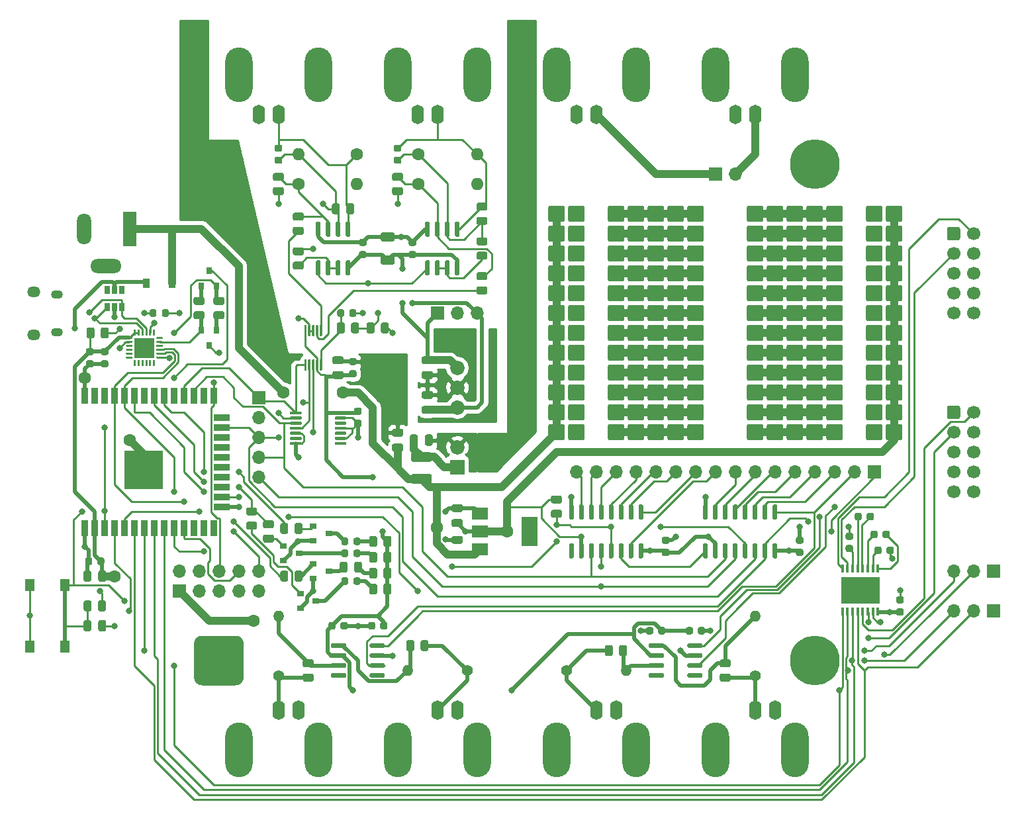
<source format=gbr>
G04 #@! TF.GenerationSoftware,KiCad,Pcbnew,(5.1.8-0-10_14)*
G04 #@! TF.CreationDate,2021-01-15T12:09:11-08:00*
G04 #@! TF.ProjectId,esp32_sync,65737033-325f-4737-996e-632e6b696361,rev?*
G04 #@! TF.SameCoordinates,Original*
G04 #@! TF.FileFunction,Copper,L1,Top*
G04 #@! TF.FilePolarity,Positive*
%FSLAX46Y46*%
G04 Gerber Fmt 4.6, Leading zero omitted, Abs format (unit mm)*
G04 Created by KiCad (PCBNEW (5.1.8-0-10_14)) date 2021-01-15 12:09:11*
%MOMM*%
%LPD*%
G01*
G04 APERTURE LIST*
G04 #@! TA.AperFunction,ComponentPad*
%ADD10O,1.700000X1.700000*%
G04 #@! TD*
G04 #@! TA.AperFunction,ComponentPad*
%ADD11R,1.700000X1.700000*%
G04 #@! TD*
G04 #@! TA.AperFunction,SMDPad,CuDef*
%ADD12R,0.900000X0.800000*%
G04 #@! TD*
G04 #@! TA.AperFunction,SMDPad,CuDef*
%ADD13R,2.000000X1.500000*%
G04 #@! TD*
G04 #@! TA.AperFunction,SMDPad,CuDef*
%ADD14R,2.000000X3.800000*%
G04 #@! TD*
G04 #@! TA.AperFunction,ComponentPad*
%ADD15C,1.850000*%
G04 #@! TD*
G04 #@! TA.AperFunction,ComponentPad*
%ADD16R,1.850000X1.850000*%
G04 #@! TD*
G04 #@! TA.AperFunction,ComponentPad*
%ADD17O,1.600000X1.600000*%
G04 #@! TD*
G04 #@! TA.AperFunction,ComponentPad*
%ADD18C,1.600000*%
G04 #@! TD*
G04 #@! TA.AperFunction,SMDPad,CuDef*
%ADD19R,0.900000X2.000000*%
G04 #@! TD*
G04 #@! TA.AperFunction,SMDPad,CuDef*
%ADD20R,2.000000X0.900000*%
G04 #@! TD*
G04 #@! TA.AperFunction,SMDPad,CuDef*
%ADD21R,5.000000X5.000000*%
G04 #@! TD*
G04 #@! TA.AperFunction,SMDPad,CuDef*
%ADD22R,0.800000X0.900000*%
G04 #@! TD*
G04 #@! TA.AperFunction,ComponentPad*
%ADD23R,1.800000X4.400000*%
G04 #@! TD*
G04 #@! TA.AperFunction,ComponentPad*
%ADD24O,1.800000X4.000000*%
G04 #@! TD*
G04 #@! TA.AperFunction,ComponentPad*
%ADD25O,4.000000X1.800000*%
G04 #@! TD*
G04 #@! TA.AperFunction,ComponentPad*
%ADD26O,1.400000X1.400000*%
G04 #@! TD*
G04 #@! TA.AperFunction,ComponentPad*
%ADD27C,1.400000*%
G04 #@! TD*
G04 #@! TA.AperFunction,ComponentPad*
%ADD28C,1.700000*%
G04 #@! TD*
G04 #@! TA.AperFunction,SMDPad,CuDef*
%ADD29R,0.650000X1.060000*%
G04 #@! TD*
G04 #@! TA.AperFunction,SMDPad,CuDef*
%ADD30R,0.900000X1.200000*%
G04 #@! TD*
G04 #@! TA.AperFunction,SMDPad,CuDef*
%ADD31R,2.600000X2.600000*%
G04 #@! TD*
G04 #@! TA.AperFunction,ComponentPad*
%ADD32O,1.600000X2.500000*%
G04 #@! TD*
G04 #@! TA.AperFunction,ComponentPad*
%ADD33O,3.500000X7.000000*%
G04 #@! TD*
G04 #@! TA.AperFunction,SMDPad,CuDef*
%ADD34R,5.000000X3.400000*%
G04 #@! TD*
G04 #@! TA.AperFunction,SMDPad,CuDef*
%ADD35R,0.450000X1.050000*%
G04 #@! TD*
G04 #@! TA.AperFunction,SMDPad,CuDef*
%ADD36R,1.300000X1.550000*%
G04 #@! TD*
G04 #@! TA.AperFunction,ComponentPad*
%ADD37O,1.700000X1.350000*%
G04 #@! TD*
G04 #@! TA.AperFunction,ComponentPad*
%ADD38O,1.500000X1.100000*%
G04 #@! TD*
G04 #@! TA.AperFunction,ViaPad*
%ADD39C,6.350000*%
G04 #@! TD*
G04 #@! TA.AperFunction,ViaPad*
%ADD40C,0.800000*%
G04 #@! TD*
G04 #@! TA.AperFunction,ViaPad*
%ADD41C,1.600000*%
G04 #@! TD*
G04 #@! TA.AperFunction,Conductor*
%ADD42C,1.000000*%
G04 #@! TD*
G04 #@! TA.AperFunction,Conductor*
%ADD43C,0.250000*%
G04 #@! TD*
G04 #@! TA.AperFunction,Conductor*
%ADD44C,0.500000*%
G04 #@! TD*
G04 #@! TA.AperFunction,Conductor*
%ADD45C,0.254000*%
G04 #@! TD*
G04 #@! TA.AperFunction,Conductor*
%ADD46C,0.100000*%
G04 #@! TD*
G04 APERTURE END LIST*
G04 #@! TA.AperFunction,SMDPad,CuDef*
G36*
G01*
X103725000Y-114482000D02*
X103725000Y-114282000D01*
G75*
G02*
X103825000Y-114182000I100000J0D01*
G01*
X105100000Y-114182000D01*
G75*
G02*
X105200000Y-114282000I0J-100000D01*
G01*
X105200000Y-114482000D01*
G75*
G02*
X105100000Y-114582000I-100000J0D01*
G01*
X103825000Y-114582000D01*
G75*
G02*
X103725000Y-114482000I0J100000D01*
G01*
G37*
G04 #@! TD.AperFunction*
G04 #@! TA.AperFunction,SMDPad,CuDef*
G36*
G01*
X103725000Y-115132000D02*
X103725000Y-114932000D01*
G75*
G02*
X103825000Y-114832000I100000J0D01*
G01*
X105100000Y-114832000D01*
G75*
G02*
X105200000Y-114932000I0J-100000D01*
G01*
X105200000Y-115132000D01*
G75*
G02*
X105100000Y-115232000I-100000J0D01*
G01*
X103825000Y-115232000D01*
G75*
G02*
X103725000Y-115132000I0J100000D01*
G01*
G37*
G04 #@! TD.AperFunction*
G04 #@! TA.AperFunction,SMDPad,CuDef*
G36*
G01*
X103725000Y-115782000D02*
X103725000Y-115582000D01*
G75*
G02*
X103825000Y-115482000I100000J0D01*
G01*
X105100000Y-115482000D01*
G75*
G02*
X105200000Y-115582000I0J-100000D01*
G01*
X105200000Y-115782000D01*
G75*
G02*
X105100000Y-115882000I-100000J0D01*
G01*
X103825000Y-115882000D01*
G75*
G02*
X103725000Y-115782000I0J100000D01*
G01*
G37*
G04 #@! TD.AperFunction*
G04 #@! TA.AperFunction,SMDPad,CuDef*
G36*
G01*
X103725000Y-116432000D02*
X103725000Y-116232000D01*
G75*
G02*
X103825000Y-116132000I100000J0D01*
G01*
X105100000Y-116132000D01*
G75*
G02*
X105200000Y-116232000I0J-100000D01*
G01*
X105200000Y-116432000D01*
G75*
G02*
X105100000Y-116532000I-100000J0D01*
G01*
X103825000Y-116532000D01*
G75*
G02*
X103725000Y-116432000I0J100000D01*
G01*
G37*
G04 #@! TD.AperFunction*
G04 #@! TA.AperFunction,SMDPad,CuDef*
G36*
G01*
X103725000Y-117082000D02*
X103725000Y-116882000D01*
G75*
G02*
X103825000Y-116782000I100000J0D01*
G01*
X105100000Y-116782000D01*
G75*
G02*
X105200000Y-116882000I0J-100000D01*
G01*
X105200000Y-117082000D01*
G75*
G02*
X105100000Y-117182000I-100000J0D01*
G01*
X103825000Y-117182000D01*
G75*
G02*
X103725000Y-117082000I0J100000D01*
G01*
G37*
G04 #@! TD.AperFunction*
G04 #@! TA.AperFunction,SMDPad,CuDef*
G36*
G01*
X103725000Y-117732000D02*
X103725000Y-117532000D01*
G75*
G02*
X103825000Y-117432000I100000J0D01*
G01*
X105100000Y-117432000D01*
G75*
G02*
X105200000Y-117532000I0J-100000D01*
G01*
X105200000Y-117732000D01*
G75*
G02*
X105100000Y-117832000I-100000J0D01*
G01*
X103825000Y-117832000D01*
G75*
G02*
X103725000Y-117732000I0J100000D01*
G01*
G37*
G04 #@! TD.AperFunction*
G04 #@! TA.AperFunction,SMDPad,CuDef*
G36*
G01*
X103725000Y-118382000D02*
X103725000Y-118182000D01*
G75*
G02*
X103825000Y-118082000I100000J0D01*
G01*
X105100000Y-118082000D01*
G75*
G02*
X105200000Y-118182000I0J-100000D01*
G01*
X105200000Y-118382000D01*
G75*
G02*
X105100000Y-118482000I-100000J0D01*
G01*
X103825000Y-118482000D01*
G75*
G02*
X103725000Y-118382000I0J100000D01*
G01*
G37*
G04 #@! TD.AperFunction*
G04 #@! TA.AperFunction,SMDPad,CuDef*
G36*
G01*
X98000000Y-118382000D02*
X98000000Y-118182000D01*
G75*
G02*
X98100000Y-118082000I100000J0D01*
G01*
X99375000Y-118082000D01*
G75*
G02*
X99475000Y-118182000I0J-100000D01*
G01*
X99475000Y-118382000D01*
G75*
G02*
X99375000Y-118482000I-100000J0D01*
G01*
X98100000Y-118482000D01*
G75*
G02*
X98000000Y-118382000I0J100000D01*
G01*
G37*
G04 #@! TD.AperFunction*
G04 #@! TA.AperFunction,SMDPad,CuDef*
G36*
G01*
X98000000Y-117732000D02*
X98000000Y-117532000D01*
G75*
G02*
X98100000Y-117432000I100000J0D01*
G01*
X99375000Y-117432000D01*
G75*
G02*
X99475000Y-117532000I0J-100000D01*
G01*
X99475000Y-117732000D01*
G75*
G02*
X99375000Y-117832000I-100000J0D01*
G01*
X98100000Y-117832000D01*
G75*
G02*
X98000000Y-117732000I0J100000D01*
G01*
G37*
G04 #@! TD.AperFunction*
G04 #@! TA.AperFunction,SMDPad,CuDef*
G36*
G01*
X98000000Y-117082000D02*
X98000000Y-116882000D01*
G75*
G02*
X98100000Y-116782000I100000J0D01*
G01*
X99375000Y-116782000D01*
G75*
G02*
X99475000Y-116882000I0J-100000D01*
G01*
X99475000Y-117082000D01*
G75*
G02*
X99375000Y-117182000I-100000J0D01*
G01*
X98100000Y-117182000D01*
G75*
G02*
X98000000Y-117082000I0J100000D01*
G01*
G37*
G04 #@! TD.AperFunction*
G04 #@! TA.AperFunction,SMDPad,CuDef*
G36*
G01*
X98000000Y-116432000D02*
X98000000Y-116232000D01*
G75*
G02*
X98100000Y-116132000I100000J0D01*
G01*
X99375000Y-116132000D01*
G75*
G02*
X99475000Y-116232000I0J-100000D01*
G01*
X99475000Y-116432000D01*
G75*
G02*
X99375000Y-116532000I-100000J0D01*
G01*
X98100000Y-116532000D01*
G75*
G02*
X98000000Y-116432000I0J100000D01*
G01*
G37*
G04 #@! TD.AperFunction*
G04 #@! TA.AperFunction,SMDPad,CuDef*
G36*
G01*
X98000000Y-115782000D02*
X98000000Y-115582000D01*
G75*
G02*
X98100000Y-115482000I100000J0D01*
G01*
X99375000Y-115482000D01*
G75*
G02*
X99475000Y-115582000I0J-100000D01*
G01*
X99475000Y-115782000D01*
G75*
G02*
X99375000Y-115882000I-100000J0D01*
G01*
X98100000Y-115882000D01*
G75*
G02*
X98000000Y-115782000I0J100000D01*
G01*
G37*
G04 #@! TD.AperFunction*
G04 #@! TA.AperFunction,SMDPad,CuDef*
G36*
G01*
X98000000Y-115132000D02*
X98000000Y-114932000D01*
G75*
G02*
X98100000Y-114832000I100000J0D01*
G01*
X99375000Y-114832000D01*
G75*
G02*
X99475000Y-114932000I0J-100000D01*
G01*
X99475000Y-115132000D01*
G75*
G02*
X99375000Y-115232000I-100000J0D01*
G01*
X98100000Y-115232000D01*
G75*
G02*
X98000000Y-115132000I0J100000D01*
G01*
G37*
G04 #@! TD.AperFunction*
G04 #@! TA.AperFunction,SMDPad,CuDef*
G36*
G01*
X98000000Y-114482000D02*
X98000000Y-114282000D01*
G75*
G02*
X98100000Y-114182000I100000J0D01*
G01*
X99375000Y-114182000D01*
G75*
G02*
X99475000Y-114282000I0J-100000D01*
G01*
X99475000Y-114482000D01*
G75*
G02*
X99375000Y-114582000I-100000J0D01*
G01*
X98100000Y-114582000D01*
G75*
G02*
X98000000Y-114482000I0J100000D01*
G01*
G37*
G04 #@! TD.AperFunction*
D10*
X93980000Y-122555000D03*
X93980000Y-120015000D03*
X93980000Y-117475000D03*
X93980000Y-114935000D03*
D11*
X93980000Y-112395000D03*
G04 #@! TA.AperFunction,SMDPad,CuDef*
G36*
G01*
X104615000Y-108135000D02*
X103665000Y-108135000D01*
G75*
G02*
X103415000Y-107885000I0J250000D01*
G01*
X103415000Y-107385000D01*
G75*
G02*
X103665000Y-107135000I250000J0D01*
G01*
X104615000Y-107135000D01*
G75*
G02*
X104865000Y-107385000I0J-250000D01*
G01*
X104865000Y-107885000D01*
G75*
G02*
X104615000Y-108135000I-250000J0D01*
G01*
G37*
G04 #@! TD.AperFunction*
G04 #@! TA.AperFunction,SMDPad,CuDef*
G36*
G01*
X104615000Y-110035000D02*
X103665000Y-110035000D01*
G75*
G02*
X103415000Y-109785000I0J250000D01*
G01*
X103415000Y-109285000D01*
G75*
G02*
X103665000Y-109035000I250000J0D01*
G01*
X104615000Y-109035000D01*
G75*
G02*
X104865000Y-109285000I0J-250000D01*
G01*
X104865000Y-109785000D01*
G75*
G02*
X104615000Y-110035000I-250000J0D01*
G01*
G37*
G04 #@! TD.AperFunction*
G04 #@! TA.AperFunction,SMDPad,CuDef*
G36*
G01*
X106295000Y-108260000D02*
X105795000Y-108260000D01*
G75*
G02*
X105570000Y-108035000I0J225000D01*
G01*
X105570000Y-107585000D01*
G75*
G02*
X105795000Y-107360000I225000J0D01*
G01*
X106295000Y-107360000D01*
G75*
G02*
X106520000Y-107585000I0J-225000D01*
G01*
X106520000Y-108035000D01*
G75*
G02*
X106295000Y-108260000I-225000J0D01*
G01*
G37*
G04 #@! TD.AperFunction*
G04 #@! TA.AperFunction,SMDPad,CuDef*
G36*
G01*
X106295000Y-109810000D02*
X105795000Y-109810000D01*
G75*
G02*
X105570000Y-109585000I0J225000D01*
G01*
X105570000Y-109135000D01*
G75*
G02*
X105795000Y-108910000I225000J0D01*
G01*
X106295000Y-108910000D01*
G75*
G02*
X106520000Y-109135000I0J-225000D01*
G01*
X106520000Y-109585000D01*
G75*
G02*
X106295000Y-109810000I-225000J0D01*
G01*
G37*
G04 #@! TD.AperFunction*
G04 #@! TA.AperFunction,SMDPad,CuDef*
G36*
G01*
X111510000Y-81605000D02*
X112010000Y-81605000D01*
G75*
G02*
X112235000Y-81830000I0J-225000D01*
G01*
X112235000Y-82280000D01*
G75*
G02*
X112010000Y-82505000I-225000J0D01*
G01*
X111510000Y-82505000D01*
G75*
G02*
X111285000Y-82280000I0J225000D01*
G01*
X111285000Y-81830000D01*
G75*
G02*
X111510000Y-81605000I225000J0D01*
G01*
G37*
G04 #@! TD.AperFunction*
G04 #@! TA.AperFunction,SMDPad,CuDef*
G36*
G01*
X111510000Y-80055000D02*
X112010000Y-80055000D01*
G75*
G02*
X112235000Y-80280000I0J-225000D01*
G01*
X112235000Y-80730000D01*
G75*
G02*
X112010000Y-80955000I-225000J0D01*
G01*
X111510000Y-80955000D01*
G75*
G02*
X111285000Y-80730000I0J225000D01*
G01*
X111285000Y-80280000D01*
G75*
G02*
X111510000Y-80055000I225000J0D01*
G01*
G37*
G04 #@! TD.AperFunction*
G04 #@! TA.AperFunction,SMDPad,CuDef*
G36*
G01*
X96270000Y-81605000D02*
X96770000Y-81605000D01*
G75*
G02*
X96995000Y-81830000I0J-225000D01*
G01*
X96995000Y-82280000D01*
G75*
G02*
X96770000Y-82505000I-225000J0D01*
G01*
X96270000Y-82505000D01*
G75*
G02*
X96045000Y-82280000I0J225000D01*
G01*
X96045000Y-81830000D01*
G75*
G02*
X96270000Y-81605000I225000J0D01*
G01*
G37*
G04 #@! TD.AperFunction*
G04 #@! TA.AperFunction,SMDPad,CuDef*
G36*
G01*
X96270000Y-80055000D02*
X96770000Y-80055000D01*
G75*
G02*
X96995000Y-80280000I0J-225000D01*
G01*
X96995000Y-80730000D01*
G75*
G02*
X96770000Y-80955000I-225000J0D01*
G01*
X96270000Y-80955000D01*
G75*
G02*
X96045000Y-80730000I0J225000D01*
G01*
X96045000Y-80280000D01*
G75*
G02*
X96270000Y-80055000I225000J0D01*
G01*
G37*
G04 #@! TD.AperFunction*
G04 #@! TA.AperFunction,SMDPad,CuDef*
G36*
G01*
X106241000Y-134568250D02*
X106241000Y-133655750D01*
G75*
G02*
X106484750Y-133412000I243750J0D01*
G01*
X106972250Y-133412000D01*
G75*
G02*
X107216000Y-133655750I0J-243750D01*
G01*
X107216000Y-134568250D01*
G75*
G02*
X106972250Y-134812000I-243750J0D01*
G01*
X106484750Y-134812000D01*
G75*
G02*
X106241000Y-134568250I0J243750D01*
G01*
G37*
G04 #@! TD.AperFunction*
G04 #@! TA.AperFunction,SMDPad,CuDef*
G36*
G01*
X104366000Y-134568250D02*
X104366000Y-133655750D01*
G75*
G02*
X104609750Y-133412000I243750J0D01*
G01*
X105097250Y-133412000D01*
G75*
G02*
X105341000Y-133655750I0J-243750D01*
G01*
X105341000Y-134568250D01*
G75*
G02*
X105097250Y-134812000I-243750J0D01*
G01*
X104609750Y-134812000D01*
G75*
G02*
X104366000Y-134568250I0J243750D01*
G01*
G37*
G04 #@! TD.AperFunction*
D10*
X93980000Y-134620000D03*
X93980000Y-137160000D03*
X91440000Y-134620000D03*
X91440000Y-137160000D03*
X88900000Y-134620000D03*
X88900000Y-137160000D03*
X86360000Y-134620000D03*
X86360000Y-137160000D03*
X83820000Y-134620000D03*
D11*
X83820000Y-137160000D03*
G04 #@! TA.AperFunction,SMDPad,CuDef*
G36*
G01*
X109937500Y-135324002D02*
X109937500Y-134423998D01*
G75*
G02*
X110187498Y-134174000I249998J0D01*
G01*
X110712502Y-134174000D01*
G75*
G02*
X110962500Y-134423998I0J-249998D01*
G01*
X110962500Y-135324002D01*
G75*
G02*
X110712502Y-135574000I-249998J0D01*
G01*
X110187498Y-135574000D01*
G75*
G02*
X109937500Y-135324002I0J249998D01*
G01*
G37*
G04 #@! TD.AperFunction*
G04 #@! TA.AperFunction,SMDPad,CuDef*
G36*
G01*
X108112500Y-135324002D02*
X108112500Y-134423998D01*
G75*
G02*
X108362498Y-134174000I249998J0D01*
G01*
X108887502Y-134174000D01*
G75*
G02*
X109137500Y-134423998I0J-249998D01*
G01*
X109137500Y-135324002D01*
G75*
G02*
X108887502Y-135574000I-249998J0D01*
G01*
X108362498Y-135574000D01*
G75*
G02*
X108112500Y-135324002I0J249998D01*
G01*
G37*
G04 #@! TD.AperFunction*
G04 #@! TA.AperFunction,SMDPad,CuDef*
G36*
G01*
X106141000Y-136146250D02*
X106141000Y-135633750D01*
G75*
G02*
X106359750Y-135415000I218750J0D01*
G01*
X106797250Y-135415000D01*
G75*
G02*
X107016000Y-135633750I0J-218750D01*
G01*
X107016000Y-136146250D01*
G75*
G02*
X106797250Y-136365000I-218750J0D01*
G01*
X106359750Y-136365000D01*
G75*
G02*
X106141000Y-136146250I0J218750D01*
G01*
G37*
G04 #@! TD.AperFunction*
G04 #@! TA.AperFunction,SMDPad,CuDef*
G36*
G01*
X104566000Y-136146250D02*
X104566000Y-135633750D01*
G75*
G02*
X104784750Y-135415000I218750J0D01*
G01*
X105222250Y-135415000D01*
G75*
G02*
X105441000Y-135633750I0J-218750D01*
G01*
X105441000Y-136146250D01*
G75*
G02*
X105222250Y-136365000I-218750J0D01*
G01*
X104784750Y-136365000D01*
G75*
G02*
X104566000Y-136146250I0J218750D01*
G01*
G37*
G04 #@! TD.AperFunction*
D12*
X101330000Y-138430000D03*
X99330000Y-139380000D03*
X99330000Y-137480000D03*
G04 #@! TA.AperFunction,SMDPad,CuDef*
G36*
G01*
X109937500Y-137356001D02*
X109937500Y-136455999D01*
G75*
G02*
X110187499Y-136206000I249999J0D01*
G01*
X110712501Y-136206000D01*
G75*
G02*
X110962500Y-136455999I0J-249999D01*
G01*
X110962500Y-137356001D01*
G75*
G02*
X110712501Y-137606000I-249999J0D01*
G01*
X110187499Y-137606000D01*
G75*
G02*
X109937500Y-137356001I0J249999D01*
G01*
G37*
G04 #@! TD.AperFunction*
G04 #@! TA.AperFunction,SMDPad,CuDef*
G36*
G01*
X108112500Y-137356001D02*
X108112500Y-136455999D01*
G75*
G02*
X108362499Y-136206000I249999J0D01*
G01*
X108887501Y-136206000D01*
G75*
G02*
X109137500Y-136455999I0J-249999D01*
G01*
X109137500Y-137356001D01*
G75*
G02*
X108887501Y-137606000I-249999J0D01*
G01*
X108362499Y-137606000D01*
G75*
G02*
X108112500Y-137356001I0J249999D01*
G01*
G37*
G04 #@! TD.AperFunction*
G04 #@! TA.AperFunction,SMDPad,CuDef*
G36*
G01*
X93541001Y-127489000D02*
X92640999Y-127489000D01*
G75*
G02*
X92391000Y-127239001I0J249999D01*
G01*
X92391000Y-126713999D01*
G75*
G02*
X92640999Y-126464000I249999J0D01*
G01*
X93541001Y-126464000D01*
G75*
G02*
X93791000Y-126713999I0J-249999D01*
G01*
X93791000Y-127239001D01*
G75*
G02*
X93541001Y-127489000I-249999J0D01*
G01*
G37*
G04 #@! TD.AperFunction*
G04 #@! TA.AperFunction,SMDPad,CuDef*
G36*
G01*
X93541001Y-129314000D02*
X92640999Y-129314000D01*
G75*
G02*
X92391000Y-129064001I0J249999D01*
G01*
X92391000Y-128538999D01*
G75*
G02*
X92640999Y-128289000I249999J0D01*
G01*
X93541001Y-128289000D01*
G75*
G02*
X93791000Y-128538999I0J-249999D01*
G01*
X93791000Y-129064001D01*
G75*
G02*
X93541001Y-129314000I-249999J0D01*
G01*
G37*
G04 #@! TD.AperFunction*
G04 #@! TA.AperFunction,SMDPad,CuDef*
G36*
G01*
X132530002Y-125965000D02*
X131629998Y-125965000D01*
G75*
G02*
X131380000Y-125715002I0J249998D01*
G01*
X131380000Y-125189998D01*
G75*
G02*
X131629998Y-124940000I249998J0D01*
G01*
X132530002Y-124940000D01*
G75*
G02*
X132780000Y-125189998I0J-249998D01*
G01*
X132780000Y-125715002D01*
G75*
G02*
X132530002Y-125965000I-249998J0D01*
G01*
G37*
G04 #@! TD.AperFunction*
G04 #@! TA.AperFunction,SMDPad,CuDef*
G36*
G01*
X132530002Y-127790000D02*
X131629998Y-127790000D01*
G75*
G02*
X131380000Y-127540002I0J249998D01*
G01*
X131380000Y-127014998D01*
G75*
G02*
X131629998Y-126765000I249998J0D01*
G01*
X132530002Y-126765000D01*
G75*
G02*
X132780000Y-127014998I0J-249998D01*
G01*
X132780000Y-127540002D01*
G75*
G02*
X132530002Y-127790000I-249998J0D01*
G01*
G37*
G04 #@! TD.AperFunction*
D13*
X122326000Y-127240000D03*
X122326000Y-131840000D03*
X122326000Y-129540000D03*
D14*
X128626000Y-129540000D03*
G04 #@! TA.AperFunction,SMDPad,CuDef*
G36*
G01*
X73425000Y-139515002D02*
X73425000Y-138614998D01*
G75*
G02*
X73674998Y-138365000I249998J0D01*
G01*
X74200002Y-138365000D01*
G75*
G02*
X74450000Y-138614998I0J-249998D01*
G01*
X74450000Y-139515002D01*
G75*
G02*
X74200002Y-139765000I-249998J0D01*
G01*
X73674998Y-139765000D01*
G75*
G02*
X73425000Y-139515002I0J249998D01*
G01*
G37*
G04 #@! TD.AperFunction*
G04 #@! TA.AperFunction,SMDPad,CuDef*
G36*
G01*
X71600000Y-139515002D02*
X71600000Y-138614998D01*
G75*
G02*
X71849998Y-138365000I249998J0D01*
G01*
X72375002Y-138365000D01*
G75*
G02*
X72625000Y-138614998I0J-249998D01*
G01*
X72625000Y-139515002D01*
G75*
G02*
X72375002Y-139765000I-249998J0D01*
G01*
X71849998Y-139765000D01*
G75*
G02*
X71600000Y-139515002I0J249998D01*
G01*
G37*
G04 #@! TD.AperFunction*
G04 #@! TA.AperFunction,SMDPad,CuDef*
G36*
G01*
X115883000Y-120637000D02*
X113733000Y-120637000D01*
G75*
G02*
X113483000Y-120387000I0J250000D01*
G01*
X113483000Y-119637000D01*
G75*
G02*
X113733000Y-119387000I250000J0D01*
G01*
X115883000Y-119387000D01*
G75*
G02*
X116133000Y-119637000I0J-250000D01*
G01*
X116133000Y-120387000D01*
G75*
G02*
X115883000Y-120637000I-250000J0D01*
G01*
G37*
G04 #@! TD.AperFunction*
G04 #@! TA.AperFunction,SMDPad,CuDef*
G36*
G01*
X115883000Y-123437000D02*
X113733000Y-123437000D01*
G75*
G02*
X113483000Y-123187000I0J250000D01*
G01*
X113483000Y-122437000D01*
G75*
G02*
X113733000Y-122187000I250000J0D01*
G01*
X115883000Y-122187000D01*
G75*
G02*
X116133000Y-122437000I0J-250000D01*
G01*
X116133000Y-123187000D01*
G75*
G02*
X115883000Y-123437000I-250000J0D01*
G01*
G37*
G04 #@! TD.AperFunction*
G04 #@! TA.AperFunction,SMDPad,CuDef*
G36*
G01*
X112235000Y-117406000D02*
X111285000Y-117406000D01*
G75*
G02*
X111035000Y-117156000I0J250000D01*
G01*
X111035000Y-116656000D01*
G75*
G02*
X111285000Y-116406000I250000J0D01*
G01*
X112235000Y-116406000D01*
G75*
G02*
X112485000Y-116656000I0J-250000D01*
G01*
X112485000Y-117156000D01*
G75*
G02*
X112235000Y-117406000I-250000J0D01*
G01*
G37*
G04 #@! TD.AperFunction*
G04 #@! TA.AperFunction,SMDPad,CuDef*
G36*
G01*
X112235000Y-119306000D02*
X111285000Y-119306000D01*
G75*
G02*
X111035000Y-119056000I0J250000D01*
G01*
X111035000Y-118556000D01*
G75*
G02*
X111285000Y-118306000I250000J0D01*
G01*
X112235000Y-118306000D01*
G75*
G02*
X112485000Y-118556000I0J-250000D01*
G01*
X112485000Y-119056000D01*
G75*
G02*
X112235000Y-119306000I-250000J0D01*
G01*
G37*
G04 #@! TD.AperFunction*
G04 #@! TA.AperFunction,SMDPad,CuDef*
G36*
G01*
X115258000Y-118331000D02*
X115258000Y-117381000D01*
G75*
G02*
X115508000Y-117131000I250000J0D01*
G01*
X116008000Y-117131000D01*
G75*
G02*
X116258000Y-117381000I0J-250000D01*
G01*
X116258000Y-118331000D01*
G75*
G02*
X116008000Y-118581000I-250000J0D01*
G01*
X115508000Y-118581000D01*
G75*
G02*
X115258000Y-118331000I0J250000D01*
G01*
G37*
G04 #@! TD.AperFunction*
G04 #@! TA.AperFunction,SMDPad,CuDef*
G36*
G01*
X113358000Y-118331000D02*
X113358000Y-117381000D01*
G75*
G02*
X113608000Y-117131000I250000J0D01*
G01*
X114108000Y-117131000D01*
G75*
G02*
X114358000Y-117381000I0J-250000D01*
G01*
X114358000Y-118331000D01*
G75*
G02*
X114108000Y-118581000I-250000J0D01*
G01*
X113608000Y-118581000D01*
G75*
G02*
X113358000Y-118331000I0J250000D01*
G01*
G37*
G04 #@! TD.AperFunction*
D10*
X121920000Y-101600000D03*
X119380000Y-101600000D03*
D11*
X116840000Y-101600000D03*
D15*
X119380000Y-108585000D03*
X119380000Y-111125000D03*
X119380000Y-113665000D03*
X119380000Y-118745000D03*
D16*
X119380000Y-121285000D03*
G04 #@! TA.AperFunction,SMDPad,CuDef*
G36*
G01*
X113915000Y-93020000D02*
X113415000Y-93020000D01*
G75*
G02*
X113190000Y-92795000I0J225000D01*
G01*
X113190000Y-92345000D01*
G75*
G02*
X113415000Y-92120000I225000J0D01*
G01*
X113915000Y-92120000D01*
G75*
G02*
X114140000Y-92345000I0J-225000D01*
G01*
X114140000Y-92795000D01*
G75*
G02*
X113915000Y-93020000I-225000J0D01*
G01*
G37*
G04 #@! TD.AperFunction*
G04 #@! TA.AperFunction,SMDPad,CuDef*
G36*
G01*
X113915000Y-94570000D02*
X113415000Y-94570000D01*
G75*
G02*
X113190000Y-94345000I0J225000D01*
G01*
X113190000Y-93895000D01*
G75*
G02*
X113415000Y-93670000I225000J0D01*
G01*
X113915000Y-93670000D01*
G75*
G02*
X114140000Y-93895000I0J-225000D01*
G01*
X114140000Y-94345000D01*
G75*
G02*
X113915000Y-94570000I-225000J0D01*
G01*
G37*
G04 #@! TD.AperFunction*
G04 #@! TA.AperFunction,SMDPad,CuDef*
G36*
G01*
X111140001Y-92445000D02*
X109839999Y-92445000D01*
G75*
G02*
X109590000Y-92195001I0J249999D01*
G01*
X109590000Y-91544999D01*
G75*
G02*
X109839999Y-91295000I249999J0D01*
G01*
X111140001Y-91295000D01*
G75*
G02*
X111390000Y-91544999I0J-249999D01*
G01*
X111390000Y-92195001D01*
G75*
G02*
X111140001Y-92445000I-249999J0D01*
G01*
G37*
G04 #@! TD.AperFunction*
G04 #@! TA.AperFunction,SMDPad,CuDef*
G36*
G01*
X111140001Y-95395000D02*
X109839999Y-95395000D01*
G75*
G02*
X109590000Y-95145001I0J249999D01*
G01*
X109590000Y-94494999D01*
G75*
G02*
X109839999Y-94245000I249999J0D01*
G01*
X111140001Y-94245000D01*
G75*
G02*
X111390000Y-94494999I0J-249999D01*
G01*
X111390000Y-95145001D01*
G75*
G02*
X111140001Y-95395000I-249999J0D01*
G01*
G37*
G04 #@! TD.AperFunction*
G04 #@! TA.AperFunction,SMDPad,CuDef*
G36*
G01*
X107565000Y-93020000D02*
X107065000Y-93020000D01*
G75*
G02*
X106840000Y-92795000I0J225000D01*
G01*
X106840000Y-92345000D01*
G75*
G02*
X107065000Y-92120000I225000J0D01*
G01*
X107565000Y-92120000D01*
G75*
G02*
X107790000Y-92345000I0J-225000D01*
G01*
X107790000Y-92795000D01*
G75*
G02*
X107565000Y-93020000I-225000J0D01*
G01*
G37*
G04 #@! TD.AperFunction*
G04 #@! TA.AperFunction,SMDPad,CuDef*
G36*
G01*
X107565000Y-94570000D02*
X107065000Y-94570000D01*
G75*
G02*
X106840000Y-94345000I0J225000D01*
G01*
X106840000Y-93895000D01*
G75*
G02*
X107065000Y-93670000I225000J0D01*
G01*
X107565000Y-93670000D01*
G75*
G02*
X107790000Y-93895000I0J-225000D01*
G01*
X107790000Y-94345000D01*
G75*
G02*
X107565000Y-94570000I-225000J0D01*
G01*
G37*
G04 #@! TD.AperFunction*
D17*
X121920000Y-85090000D03*
D18*
X114420000Y-85090000D03*
D17*
X121920000Y-81280000D03*
D18*
X114420000Y-81280000D03*
D19*
X71755000Y-112150000D03*
X73025000Y-112150000D03*
X74295000Y-112150000D03*
X75565000Y-112150000D03*
X76835000Y-112150000D03*
X78105000Y-112150000D03*
X79375000Y-112150000D03*
X80645000Y-112150000D03*
X81915000Y-112150000D03*
X83185000Y-112150000D03*
X84455000Y-112150000D03*
X85725000Y-112150000D03*
X86995000Y-112150000D03*
X88265000Y-112150000D03*
D20*
X89265000Y-114935000D03*
X89265000Y-116205000D03*
X89265000Y-117475000D03*
X89265000Y-118745000D03*
X89265000Y-120015000D03*
X89265000Y-121285000D03*
X89265000Y-122555000D03*
X89265000Y-123825000D03*
X89265000Y-125095000D03*
X89265000Y-126365000D03*
D19*
X88265000Y-129150000D03*
X86995000Y-129150000D03*
X85725000Y-129150000D03*
X84455000Y-129150000D03*
X83185000Y-129150000D03*
X81915000Y-129150000D03*
X80645000Y-129150000D03*
X79375000Y-129150000D03*
X78105000Y-129150000D03*
X76835000Y-129150000D03*
X75565000Y-129150000D03*
X74295000Y-129150000D03*
X73025000Y-129150000D03*
X71755000Y-129150000D03*
D21*
X79255000Y-121650000D03*
D22*
X87630000Y-96155000D03*
X88580000Y-98155000D03*
X86680000Y-98155000D03*
G04 #@! TA.AperFunction,SMDPad,CuDef*
G36*
G01*
X97771000Y-134804998D02*
X97771000Y-135705002D01*
G75*
G02*
X97521002Y-135955000I-249998J0D01*
G01*
X96995998Y-135955000D01*
G75*
G02*
X96746000Y-135705002I0J249998D01*
G01*
X96746000Y-134804998D01*
G75*
G02*
X96995998Y-134555000I249998J0D01*
G01*
X97521002Y-134555000D01*
G75*
G02*
X97771000Y-134804998I0J-249998D01*
G01*
G37*
G04 #@! TD.AperFunction*
G04 #@! TA.AperFunction,SMDPad,CuDef*
G36*
G01*
X99596000Y-134804998D02*
X99596000Y-135705002D01*
G75*
G02*
X99346002Y-135955000I-249998J0D01*
G01*
X98820998Y-135955000D01*
G75*
G02*
X98571000Y-135705002I0J249998D01*
G01*
X98571000Y-134804998D01*
G75*
G02*
X98820998Y-134555000I249998J0D01*
G01*
X99346002Y-134555000D01*
G75*
G02*
X99596000Y-134804998I0J-249998D01*
G01*
G37*
G04 #@! TD.AperFunction*
G04 #@! TA.AperFunction,SMDPad,CuDef*
G36*
G01*
X95700002Y-129140000D02*
X94799998Y-129140000D01*
G75*
G02*
X94550000Y-128890002I0J249998D01*
G01*
X94550000Y-128364998D01*
G75*
G02*
X94799998Y-128115000I249998J0D01*
G01*
X95700002Y-128115000D01*
G75*
G02*
X95950000Y-128364998I0J-249998D01*
G01*
X95950000Y-128890002D01*
G75*
G02*
X95700002Y-129140000I-249998J0D01*
G01*
G37*
G04 #@! TD.AperFunction*
G04 #@! TA.AperFunction,SMDPad,CuDef*
G36*
G01*
X95700002Y-130965000D02*
X94799998Y-130965000D01*
G75*
G02*
X94550000Y-130715002I0J249998D01*
G01*
X94550000Y-130189998D01*
G75*
G02*
X94799998Y-129940000I249998J0D01*
G01*
X95700002Y-129940000D01*
G75*
G02*
X95950000Y-130189998I0J-249998D01*
G01*
X95950000Y-130715002D01*
G75*
G02*
X95700002Y-130965000I-249998J0D01*
G01*
G37*
G04 #@! TD.AperFunction*
G04 #@! TA.AperFunction,SMDPad,CuDef*
G36*
G01*
X109937500Y-133292002D02*
X109937500Y-132391998D01*
G75*
G02*
X110187498Y-132142000I249998J0D01*
G01*
X110712502Y-132142000D01*
G75*
G02*
X110962500Y-132391998I0J-249998D01*
G01*
X110962500Y-133292002D01*
G75*
G02*
X110712502Y-133542000I-249998J0D01*
G01*
X110187498Y-133542000D01*
G75*
G02*
X109937500Y-133292002I0J249998D01*
G01*
G37*
G04 #@! TD.AperFunction*
G04 #@! TA.AperFunction,SMDPad,CuDef*
G36*
G01*
X108112500Y-133292002D02*
X108112500Y-132391998D01*
G75*
G02*
X108362498Y-132142000I249998J0D01*
G01*
X108887502Y-132142000D01*
G75*
G02*
X109137500Y-132391998I0J-249998D01*
G01*
X109137500Y-133292002D01*
G75*
G02*
X108887502Y-133542000I-249998J0D01*
G01*
X108362498Y-133542000D01*
G75*
G02*
X108112500Y-133292002I0J249998D01*
G01*
G37*
G04 #@! TD.AperFunction*
G04 #@! TA.AperFunction,SMDPad,CuDef*
G36*
G01*
X97771000Y-128708998D02*
X97771000Y-129609002D01*
G75*
G02*
X97521002Y-129859000I-249998J0D01*
G01*
X96995998Y-129859000D01*
G75*
G02*
X96746000Y-129609002I0J249998D01*
G01*
X96746000Y-128708998D01*
G75*
G02*
X96995998Y-128459000I249998J0D01*
G01*
X97521002Y-128459000D01*
G75*
G02*
X97771000Y-128708998I0J-249998D01*
G01*
G37*
G04 #@! TD.AperFunction*
G04 #@! TA.AperFunction,SMDPad,CuDef*
G36*
G01*
X99596000Y-128708998D02*
X99596000Y-129609002D01*
G75*
G02*
X99346002Y-129859000I-249998J0D01*
G01*
X98820998Y-129859000D01*
G75*
G02*
X98571000Y-129609002I0J249998D01*
G01*
X98571000Y-128708998D01*
G75*
G02*
X98820998Y-128459000I249998J0D01*
G01*
X99346002Y-128459000D01*
G75*
G02*
X99596000Y-128708998I0J-249998D01*
G01*
G37*
G04 #@! TD.AperFunction*
G04 #@! TA.AperFunction,SMDPad,CuDef*
G36*
G01*
X109937500Y-131260002D02*
X109937500Y-130359998D01*
G75*
G02*
X110187498Y-130110000I249998J0D01*
G01*
X110712502Y-130110000D01*
G75*
G02*
X110962500Y-130359998I0J-249998D01*
G01*
X110962500Y-131260002D01*
G75*
G02*
X110712502Y-131510000I-249998J0D01*
G01*
X110187498Y-131510000D01*
G75*
G02*
X109937500Y-131260002I0J249998D01*
G01*
G37*
G04 #@! TD.AperFunction*
G04 #@! TA.AperFunction,SMDPad,CuDef*
G36*
G01*
X108112500Y-131260002D02*
X108112500Y-130359998D01*
G75*
G02*
X108362498Y-130110000I249998J0D01*
G01*
X108887502Y-130110000D01*
G75*
G02*
X109137500Y-130359998I0J-249998D01*
G01*
X109137500Y-131260002D01*
G75*
G02*
X108887502Y-131510000I-249998J0D01*
G01*
X108362498Y-131510000D01*
G75*
G02*
X108112500Y-131260002I0J249998D01*
G01*
G37*
G04 #@! TD.AperFunction*
D12*
X102981000Y-134620000D03*
X100981000Y-135570000D03*
X100981000Y-133670000D03*
X99171000Y-132334000D03*
X97171000Y-133284000D03*
X97171000Y-131384000D03*
X102981000Y-129794000D03*
X100981000Y-130744000D03*
X100981000Y-128844000D03*
G04 #@! TA.AperFunction,SMDPad,CuDef*
G36*
G01*
X106141000Y-132590250D02*
X106141000Y-132077750D01*
G75*
G02*
X106359750Y-131859000I218750J0D01*
G01*
X106797250Y-131859000D01*
G75*
G02*
X107016000Y-132077750I0J-218750D01*
G01*
X107016000Y-132590250D01*
G75*
G02*
X106797250Y-132809000I-218750J0D01*
G01*
X106359750Y-132809000D01*
G75*
G02*
X106141000Y-132590250I0J218750D01*
G01*
G37*
G04 #@! TD.AperFunction*
G04 #@! TA.AperFunction,SMDPad,CuDef*
G36*
G01*
X104566000Y-132590250D02*
X104566000Y-132077750D01*
G75*
G02*
X104784750Y-131859000I218750J0D01*
G01*
X105222250Y-131859000D01*
G75*
G02*
X105441000Y-132077750I0J-218750D01*
G01*
X105441000Y-132590250D01*
G75*
G02*
X105222250Y-132809000I-218750J0D01*
G01*
X104784750Y-132809000D01*
G75*
G02*
X104566000Y-132590250I0J218750D01*
G01*
G37*
G04 #@! TD.AperFunction*
G04 #@! TA.AperFunction,SMDPad,CuDef*
G36*
G01*
X106141000Y-131066250D02*
X106141000Y-130553750D01*
G75*
G02*
X106359750Y-130335000I218750J0D01*
G01*
X106797250Y-130335000D01*
G75*
G02*
X107016000Y-130553750I0J-218750D01*
G01*
X107016000Y-131066250D01*
G75*
G02*
X106797250Y-131285000I-218750J0D01*
G01*
X106359750Y-131285000D01*
G75*
G02*
X106141000Y-131066250I0J218750D01*
G01*
G37*
G04 #@! TD.AperFunction*
G04 #@! TA.AperFunction,SMDPad,CuDef*
G36*
G01*
X104566000Y-131066250D02*
X104566000Y-130553750D01*
G75*
G02*
X104784750Y-130335000I218750J0D01*
G01*
X105222250Y-130335000D01*
G75*
G02*
X105441000Y-130553750I0J-218750D01*
G01*
X105441000Y-131066250D01*
G75*
G02*
X105222250Y-131285000I-218750J0D01*
G01*
X104784750Y-131285000D01*
G75*
G02*
X104566000Y-131066250I0J218750D01*
G01*
G37*
G04 #@! TD.AperFunction*
D23*
X77470000Y-90805000D03*
D24*
X71670000Y-90805000D03*
D25*
X74470000Y-95605000D03*
D26*
X157480000Y-140335000D03*
D27*
X157480000Y-147955000D03*
D28*
X185420000Y-124460000D03*
X185420000Y-121920000D03*
X185420000Y-119380000D03*
X185420000Y-116840000D03*
X185420000Y-114300000D03*
X182880000Y-124460000D03*
X182880000Y-121920000D03*
X182880000Y-119380000D03*
X182880000Y-116840000D03*
G04 #@! TA.AperFunction,ComponentPad*
G36*
G01*
X182030000Y-114900000D02*
X182030000Y-113700000D01*
G75*
G02*
X182280000Y-113450000I250000J0D01*
G01*
X183480000Y-113450000D01*
G75*
G02*
X183730000Y-113700000I0J-250000D01*
G01*
X183730000Y-114900000D01*
G75*
G02*
X183480000Y-115150000I-250000J0D01*
G01*
X182280000Y-115150000D01*
G75*
G02*
X182030000Y-114900000I0J250000D01*
G01*
G37*
G04 #@! TD.AperFunction*
X185420000Y-101600000D03*
X185420000Y-99060000D03*
X185420000Y-96520000D03*
X185420000Y-93980000D03*
X185420000Y-91440000D03*
X182880000Y-101600000D03*
X182880000Y-99060000D03*
X182880000Y-96520000D03*
X182880000Y-93980000D03*
G04 #@! TA.AperFunction,ComponentPad*
G36*
G01*
X182030000Y-92040000D02*
X182030000Y-90840000D01*
G75*
G02*
X182280000Y-90590000I250000J0D01*
G01*
X183480000Y-90590000D01*
G75*
G02*
X183730000Y-90840000I0J-250000D01*
G01*
X183730000Y-92040000D01*
G75*
G02*
X183480000Y-92290000I-250000J0D01*
G01*
X182280000Y-92290000D01*
G75*
G02*
X182030000Y-92040000I0J250000D01*
G01*
G37*
G04 #@! TD.AperFunction*
G04 #@! TA.AperFunction,SMDPad,CuDef*
G36*
G01*
X142725000Y-131040000D02*
X143025000Y-131040000D01*
G75*
G02*
X143175000Y-131190000I0J-150000D01*
G01*
X143175000Y-132840000D01*
G75*
G02*
X143025000Y-132990000I-150000J0D01*
G01*
X142725000Y-132990000D01*
G75*
G02*
X142575000Y-132840000I0J150000D01*
G01*
X142575000Y-131190000D01*
G75*
G02*
X142725000Y-131040000I150000J0D01*
G01*
G37*
G04 #@! TD.AperFunction*
G04 #@! TA.AperFunction,SMDPad,CuDef*
G36*
G01*
X141455000Y-131040000D02*
X141755000Y-131040000D01*
G75*
G02*
X141905000Y-131190000I0J-150000D01*
G01*
X141905000Y-132840000D01*
G75*
G02*
X141755000Y-132990000I-150000J0D01*
G01*
X141455000Y-132990000D01*
G75*
G02*
X141305000Y-132840000I0J150000D01*
G01*
X141305000Y-131190000D01*
G75*
G02*
X141455000Y-131040000I150000J0D01*
G01*
G37*
G04 #@! TD.AperFunction*
G04 #@! TA.AperFunction,SMDPad,CuDef*
G36*
G01*
X140185000Y-131040000D02*
X140485000Y-131040000D01*
G75*
G02*
X140635000Y-131190000I0J-150000D01*
G01*
X140635000Y-132840000D01*
G75*
G02*
X140485000Y-132990000I-150000J0D01*
G01*
X140185000Y-132990000D01*
G75*
G02*
X140035000Y-132840000I0J150000D01*
G01*
X140035000Y-131190000D01*
G75*
G02*
X140185000Y-131040000I150000J0D01*
G01*
G37*
G04 #@! TD.AperFunction*
G04 #@! TA.AperFunction,SMDPad,CuDef*
G36*
G01*
X138915000Y-131040000D02*
X139215000Y-131040000D01*
G75*
G02*
X139365000Y-131190000I0J-150000D01*
G01*
X139365000Y-132840000D01*
G75*
G02*
X139215000Y-132990000I-150000J0D01*
G01*
X138915000Y-132990000D01*
G75*
G02*
X138765000Y-132840000I0J150000D01*
G01*
X138765000Y-131190000D01*
G75*
G02*
X138915000Y-131040000I150000J0D01*
G01*
G37*
G04 #@! TD.AperFunction*
G04 #@! TA.AperFunction,SMDPad,CuDef*
G36*
G01*
X137645000Y-131040000D02*
X137945000Y-131040000D01*
G75*
G02*
X138095000Y-131190000I0J-150000D01*
G01*
X138095000Y-132840000D01*
G75*
G02*
X137945000Y-132990000I-150000J0D01*
G01*
X137645000Y-132990000D01*
G75*
G02*
X137495000Y-132840000I0J150000D01*
G01*
X137495000Y-131190000D01*
G75*
G02*
X137645000Y-131040000I150000J0D01*
G01*
G37*
G04 #@! TD.AperFunction*
G04 #@! TA.AperFunction,SMDPad,CuDef*
G36*
G01*
X136375000Y-131040000D02*
X136675000Y-131040000D01*
G75*
G02*
X136825000Y-131190000I0J-150000D01*
G01*
X136825000Y-132840000D01*
G75*
G02*
X136675000Y-132990000I-150000J0D01*
G01*
X136375000Y-132990000D01*
G75*
G02*
X136225000Y-132840000I0J150000D01*
G01*
X136225000Y-131190000D01*
G75*
G02*
X136375000Y-131040000I150000J0D01*
G01*
G37*
G04 #@! TD.AperFunction*
G04 #@! TA.AperFunction,SMDPad,CuDef*
G36*
G01*
X135105000Y-131040000D02*
X135405000Y-131040000D01*
G75*
G02*
X135555000Y-131190000I0J-150000D01*
G01*
X135555000Y-132840000D01*
G75*
G02*
X135405000Y-132990000I-150000J0D01*
G01*
X135105000Y-132990000D01*
G75*
G02*
X134955000Y-132840000I0J150000D01*
G01*
X134955000Y-131190000D01*
G75*
G02*
X135105000Y-131040000I150000J0D01*
G01*
G37*
G04 #@! TD.AperFunction*
G04 #@! TA.AperFunction,SMDPad,CuDef*
G36*
G01*
X133835000Y-131040000D02*
X134135000Y-131040000D01*
G75*
G02*
X134285000Y-131190000I0J-150000D01*
G01*
X134285000Y-132840000D01*
G75*
G02*
X134135000Y-132990000I-150000J0D01*
G01*
X133835000Y-132990000D01*
G75*
G02*
X133685000Y-132840000I0J150000D01*
G01*
X133685000Y-131190000D01*
G75*
G02*
X133835000Y-131040000I150000J0D01*
G01*
G37*
G04 #@! TD.AperFunction*
G04 #@! TA.AperFunction,SMDPad,CuDef*
G36*
G01*
X133835000Y-126090000D02*
X134135000Y-126090000D01*
G75*
G02*
X134285000Y-126240000I0J-150000D01*
G01*
X134285000Y-127890000D01*
G75*
G02*
X134135000Y-128040000I-150000J0D01*
G01*
X133835000Y-128040000D01*
G75*
G02*
X133685000Y-127890000I0J150000D01*
G01*
X133685000Y-126240000D01*
G75*
G02*
X133835000Y-126090000I150000J0D01*
G01*
G37*
G04 #@! TD.AperFunction*
G04 #@! TA.AperFunction,SMDPad,CuDef*
G36*
G01*
X135105000Y-126090000D02*
X135405000Y-126090000D01*
G75*
G02*
X135555000Y-126240000I0J-150000D01*
G01*
X135555000Y-127890000D01*
G75*
G02*
X135405000Y-128040000I-150000J0D01*
G01*
X135105000Y-128040000D01*
G75*
G02*
X134955000Y-127890000I0J150000D01*
G01*
X134955000Y-126240000D01*
G75*
G02*
X135105000Y-126090000I150000J0D01*
G01*
G37*
G04 #@! TD.AperFunction*
G04 #@! TA.AperFunction,SMDPad,CuDef*
G36*
G01*
X136375000Y-126090000D02*
X136675000Y-126090000D01*
G75*
G02*
X136825000Y-126240000I0J-150000D01*
G01*
X136825000Y-127890000D01*
G75*
G02*
X136675000Y-128040000I-150000J0D01*
G01*
X136375000Y-128040000D01*
G75*
G02*
X136225000Y-127890000I0J150000D01*
G01*
X136225000Y-126240000D01*
G75*
G02*
X136375000Y-126090000I150000J0D01*
G01*
G37*
G04 #@! TD.AperFunction*
G04 #@! TA.AperFunction,SMDPad,CuDef*
G36*
G01*
X137645000Y-126090000D02*
X137945000Y-126090000D01*
G75*
G02*
X138095000Y-126240000I0J-150000D01*
G01*
X138095000Y-127890000D01*
G75*
G02*
X137945000Y-128040000I-150000J0D01*
G01*
X137645000Y-128040000D01*
G75*
G02*
X137495000Y-127890000I0J150000D01*
G01*
X137495000Y-126240000D01*
G75*
G02*
X137645000Y-126090000I150000J0D01*
G01*
G37*
G04 #@! TD.AperFunction*
G04 #@! TA.AperFunction,SMDPad,CuDef*
G36*
G01*
X138915000Y-126090000D02*
X139215000Y-126090000D01*
G75*
G02*
X139365000Y-126240000I0J-150000D01*
G01*
X139365000Y-127890000D01*
G75*
G02*
X139215000Y-128040000I-150000J0D01*
G01*
X138915000Y-128040000D01*
G75*
G02*
X138765000Y-127890000I0J150000D01*
G01*
X138765000Y-126240000D01*
G75*
G02*
X138915000Y-126090000I150000J0D01*
G01*
G37*
G04 #@! TD.AperFunction*
G04 #@! TA.AperFunction,SMDPad,CuDef*
G36*
G01*
X140185000Y-126090000D02*
X140485000Y-126090000D01*
G75*
G02*
X140635000Y-126240000I0J-150000D01*
G01*
X140635000Y-127890000D01*
G75*
G02*
X140485000Y-128040000I-150000J0D01*
G01*
X140185000Y-128040000D01*
G75*
G02*
X140035000Y-127890000I0J150000D01*
G01*
X140035000Y-126240000D01*
G75*
G02*
X140185000Y-126090000I150000J0D01*
G01*
G37*
G04 #@! TD.AperFunction*
G04 #@! TA.AperFunction,SMDPad,CuDef*
G36*
G01*
X141455000Y-126090000D02*
X141755000Y-126090000D01*
G75*
G02*
X141905000Y-126240000I0J-150000D01*
G01*
X141905000Y-127890000D01*
G75*
G02*
X141755000Y-128040000I-150000J0D01*
G01*
X141455000Y-128040000D01*
G75*
G02*
X141305000Y-127890000I0J150000D01*
G01*
X141305000Y-126240000D01*
G75*
G02*
X141455000Y-126090000I150000J0D01*
G01*
G37*
G04 #@! TD.AperFunction*
G04 #@! TA.AperFunction,SMDPad,CuDef*
G36*
G01*
X142725000Y-126090000D02*
X143025000Y-126090000D01*
G75*
G02*
X143175000Y-126240000I0J-150000D01*
G01*
X143175000Y-127890000D01*
G75*
G02*
X143025000Y-128040000I-150000J0D01*
G01*
X142725000Y-128040000D01*
G75*
G02*
X142575000Y-127890000I0J150000D01*
G01*
X142575000Y-126240000D01*
G75*
G02*
X142725000Y-126090000I150000J0D01*
G01*
G37*
G04 #@! TD.AperFunction*
G04 #@! TA.AperFunction,SMDPad,CuDef*
G36*
G01*
X159870000Y-131040000D02*
X160170000Y-131040000D01*
G75*
G02*
X160320000Y-131190000I0J-150000D01*
G01*
X160320000Y-132840000D01*
G75*
G02*
X160170000Y-132990000I-150000J0D01*
G01*
X159870000Y-132990000D01*
G75*
G02*
X159720000Y-132840000I0J150000D01*
G01*
X159720000Y-131190000D01*
G75*
G02*
X159870000Y-131040000I150000J0D01*
G01*
G37*
G04 #@! TD.AperFunction*
G04 #@! TA.AperFunction,SMDPad,CuDef*
G36*
G01*
X158600000Y-131040000D02*
X158900000Y-131040000D01*
G75*
G02*
X159050000Y-131190000I0J-150000D01*
G01*
X159050000Y-132840000D01*
G75*
G02*
X158900000Y-132990000I-150000J0D01*
G01*
X158600000Y-132990000D01*
G75*
G02*
X158450000Y-132840000I0J150000D01*
G01*
X158450000Y-131190000D01*
G75*
G02*
X158600000Y-131040000I150000J0D01*
G01*
G37*
G04 #@! TD.AperFunction*
G04 #@! TA.AperFunction,SMDPad,CuDef*
G36*
G01*
X157330000Y-131040000D02*
X157630000Y-131040000D01*
G75*
G02*
X157780000Y-131190000I0J-150000D01*
G01*
X157780000Y-132840000D01*
G75*
G02*
X157630000Y-132990000I-150000J0D01*
G01*
X157330000Y-132990000D01*
G75*
G02*
X157180000Y-132840000I0J150000D01*
G01*
X157180000Y-131190000D01*
G75*
G02*
X157330000Y-131040000I150000J0D01*
G01*
G37*
G04 #@! TD.AperFunction*
G04 #@! TA.AperFunction,SMDPad,CuDef*
G36*
G01*
X156060000Y-131040000D02*
X156360000Y-131040000D01*
G75*
G02*
X156510000Y-131190000I0J-150000D01*
G01*
X156510000Y-132840000D01*
G75*
G02*
X156360000Y-132990000I-150000J0D01*
G01*
X156060000Y-132990000D01*
G75*
G02*
X155910000Y-132840000I0J150000D01*
G01*
X155910000Y-131190000D01*
G75*
G02*
X156060000Y-131040000I150000J0D01*
G01*
G37*
G04 #@! TD.AperFunction*
G04 #@! TA.AperFunction,SMDPad,CuDef*
G36*
G01*
X154790000Y-131040000D02*
X155090000Y-131040000D01*
G75*
G02*
X155240000Y-131190000I0J-150000D01*
G01*
X155240000Y-132840000D01*
G75*
G02*
X155090000Y-132990000I-150000J0D01*
G01*
X154790000Y-132990000D01*
G75*
G02*
X154640000Y-132840000I0J150000D01*
G01*
X154640000Y-131190000D01*
G75*
G02*
X154790000Y-131040000I150000J0D01*
G01*
G37*
G04 #@! TD.AperFunction*
G04 #@! TA.AperFunction,SMDPad,CuDef*
G36*
G01*
X153520000Y-131040000D02*
X153820000Y-131040000D01*
G75*
G02*
X153970000Y-131190000I0J-150000D01*
G01*
X153970000Y-132840000D01*
G75*
G02*
X153820000Y-132990000I-150000J0D01*
G01*
X153520000Y-132990000D01*
G75*
G02*
X153370000Y-132840000I0J150000D01*
G01*
X153370000Y-131190000D01*
G75*
G02*
X153520000Y-131040000I150000J0D01*
G01*
G37*
G04 #@! TD.AperFunction*
G04 #@! TA.AperFunction,SMDPad,CuDef*
G36*
G01*
X152250000Y-131040000D02*
X152550000Y-131040000D01*
G75*
G02*
X152700000Y-131190000I0J-150000D01*
G01*
X152700000Y-132840000D01*
G75*
G02*
X152550000Y-132990000I-150000J0D01*
G01*
X152250000Y-132990000D01*
G75*
G02*
X152100000Y-132840000I0J150000D01*
G01*
X152100000Y-131190000D01*
G75*
G02*
X152250000Y-131040000I150000J0D01*
G01*
G37*
G04 #@! TD.AperFunction*
G04 #@! TA.AperFunction,SMDPad,CuDef*
G36*
G01*
X150980000Y-131040000D02*
X151280000Y-131040000D01*
G75*
G02*
X151430000Y-131190000I0J-150000D01*
G01*
X151430000Y-132840000D01*
G75*
G02*
X151280000Y-132990000I-150000J0D01*
G01*
X150980000Y-132990000D01*
G75*
G02*
X150830000Y-132840000I0J150000D01*
G01*
X150830000Y-131190000D01*
G75*
G02*
X150980000Y-131040000I150000J0D01*
G01*
G37*
G04 #@! TD.AperFunction*
G04 #@! TA.AperFunction,SMDPad,CuDef*
G36*
G01*
X150980000Y-126090000D02*
X151280000Y-126090000D01*
G75*
G02*
X151430000Y-126240000I0J-150000D01*
G01*
X151430000Y-127890000D01*
G75*
G02*
X151280000Y-128040000I-150000J0D01*
G01*
X150980000Y-128040000D01*
G75*
G02*
X150830000Y-127890000I0J150000D01*
G01*
X150830000Y-126240000D01*
G75*
G02*
X150980000Y-126090000I150000J0D01*
G01*
G37*
G04 #@! TD.AperFunction*
G04 #@! TA.AperFunction,SMDPad,CuDef*
G36*
G01*
X152250000Y-126090000D02*
X152550000Y-126090000D01*
G75*
G02*
X152700000Y-126240000I0J-150000D01*
G01*
X152700000Y-127890000D01*
G75*
G02*
X152550000Y-128040000I-150000J0D01*
G01*
X152250000Y-128040000D01*
G75*
G02*
X152100000Y-127890000I0J150000D01*
G01*
X152100000Y-126240000D01*
G75*
G02*
X152250000Y-126090000I150000J0D01*
G01*
G37*
G04 #@! TD.AperFunction*
G04 #@! TA.AperFunction,SMDPad,CuDef*
G36*
G01*
X153520000Y-126090000D02*
X153820000Y-126090000D01*
G75*
G02*
X153970000Y-126240000I0J-150000D01*
G01*
X153970000Y-127890000D01*
G75*
G02*
X153820000Y-128040000I-150000J0D01*
G01*
X153520000Y-128040000D01*
G75*
G02*
X153370000Y-127890000I0J150000D01*
G01*
X153370000Y-126240000D01*
G75*
G02*
X153520000Y-126090000I150000J0D01*
G01*
G37*
G04 #@! TD.AperFunction*
G04 #@! TA.AperFunction,SMDPad,CuDef*
G36*
G01*
X154790000Y-126090000D02*
X155090000Y-126090000D01*
G75*
G02*
X155240000Y-126240000I0J-150000D01*
G01*
X155240000Y-127890000D01*
G75*
G02*
X155090000Y-128040000I-150000J0D01*
G01*
X154790000Y-128040000D01*
G75*
G02*
X154640000Y-127890000I0J150000D01*
G01*
X154640000Y-126240000D01*
G75*
G02*
X154790000Y-126090000I150000J0D01*
G01*
G37*
G04 #@! TD.AperFunction*
G04 #@! TA.AperFunction,SMDPad,CuDef*
G36*
G01*
X156060000Y-126090000D02*
X156360000Y-126090000D01*
G75*
G02*
X156510000Y-126240000I0J-150000D01*
G01*
X156510000Y-127890000D01*
G75*
G02*
X156360000Y-128040000I-150000J0D01*
G01*
X156060000Y-128040000D01*
G75*
G02*
X155910000Y-127890000I0J150000D01*
G01*
X155910000Y-126240000D01*
G75*
G02*
X156060000Y-126090000I150000J0D01*
G01*
G37*
G04 #@! TD.AperFunction*
G04 #@! TA.AperFunction,SMDPad,CuDef*
G36*
G01*
X157330000Y-126090000D02*
X157630000Y-126090000D01*
G75*
G02*
X157780000Y-126240000I0J-150000D01*
G01*
X157780000Y-127890000D01*
G75*
G02*
X157630000Y-128040000I-150000J0D01*
G01*
X157330000Y-128040000D01*
G75*
G02*
X157180000Y-127890000I0J150000D01*
G01*
X157180000Y-126240000D01*
G75*
G02*
X157330000Y-126090000I150000J0D01*
G01*
G37*
G04 #@! TD.AperFunction*
G04 #@! TA.AperFunction,SMDPad,CuDef*
G36*
G01*
X158600000Y-126090000D02*
X158900000Y-126090000D01*
G75*
G02*
X159050000Y-126240000I0J-150000D01*
G01*
X159050000Y-127890000D01*
G75*
G02*
X158900000Y-128040000I-150000J0D01*
G01*
X158600000Y-128040000D01*
G75*
G02*
X158450000Y-127890000I0J150000D01*
G01*
X158450000Y-126240000D01*
G75*
G02*
X158600000Y-126090000I150000J0D01*
G01*
G37*
G04 #@! TD.AperFunction*
G04 #@! TA.AperFunction,SMDPad,CuDef*
G36*
G01*
X159870000Y-126090000D02*
X160170000Y-126090000D01*
G75*
G02*
X160320000Y-126240000I0J-150000D01*
G01*
X160320000Y-127890000D01*
G75*
G02*
X160170000Y-128040000I-150000J0D01*
G01*
X159870000Y-128040000D01*
G75*
G02*
X159720000Y-127890000I0J150000D01*
G01*
X159720000Y-126240000D01*
G75*
G02*
X159870000Y-126090000I150000J0D01*
G01*
G37*
G04 #@! TD.AperFunction*
D29*
X75565000Y-98595000D03*
X74615000Y-98595000D03*
X76515000Y-98595000D03*
X76515000Y-100795000D03*
X75565000Y-100795000D03*
X74615000Y-100795000D03*
G04 #@! TA.AperFunction,SMDPad,CuDef*
G36*
G01*
X85909998Y-101365000D02*
X86810002Y-101365000D01*
G75*
G02*
X87060000Y-101614998I0J-249998D01*
G01*
X87060000Y-102140002D01*
G75*
G02*
X86810002Y-102390000I-249998J0D01*
G01*
X85909998Y-102390000D01*
G75*
G02*
X85660000Y-102140002I0J249998D01*
G01*
X85660000Y-101614998D01*
G75*
G02*
X85909998Y-101365000I249998J0D01*
G01*
G37*
G04 #@! TD.AperFunction*
G04 #@! TA.AperFunction,SMDPad,CuDef*
G36*
G01*
X85909998Y-99540000D02*
X86810002Y-99540000D01*
G75*
G02*
X87060000Y-99789998I0J-249998D01*
G01*
X87060000Y-100315002D01*
G75*
G02*
X86810002Y-100565000I-249998J0D01*
G01*
X85909998Y-100565000D01*
G75*
G02*
X85660000Y-100315002I0J249998D01*
G01*
X85660000Y-99789998D01*
G75*
G02*
X85909998Y-99540000I249998J0D01*
G01*
G37*
G04 #@! TD.AperFunction*
G04 #@! TA.AperFunction,SMDPad,CuDef*
G36*
G01*
X89350002Y-100565000D02*
X88449998Y-100565000D01*
G75*
G02*
X88200000Y-100315002I0J249998D01*
G01*
X88200000Y-99789998D01*
G75*
G02*
X88449998Y-99540000I249998J0D01*
G01*
X89350002Y-99540000D01*
G75*
G02*
X89600000Y-99789998I0J-249998D01*
G01*
X89600000Y-100315002D01*
G75*
G02*
X89350002Y-100565000I-249998J0D01*
G01*
G37*
G04 #@! TD.AperFunction*
G04 #@! TA.AperFunction,SMDPad,CuDef*
G36*
G01*
X89350002Y-102390000D02*
X88449998Y-102390000D01*
G75*
G02*
X88200000Y-102140002I0J249998D01*
G01*
X88200000Y-101614998D01*
G75*
G02*
X88449998Y-101365000I249998J0D01*
G01*
X89350002Y-101365000D01*
G75*
G02*
X89600000Y-101614998I0J-249998D01*
G01*
X89600000Y-102140002D01*
G75*
G02*
X89350002Y-102390000I-249998J0D01*
G01*
G37*
G04 #@! TD.AperFunction*
D22*
X87630000Y-105775000D03*
X86680000Y-103775000D03*
X88580000Y-103775000D03*
D30*
X79630000Y-97790000D03*
X82930000Y-97790000D03*
G04 #@! TA.AperFunction,SMDPad,CuDef*
G36*
G01*
X74045000Y-107640000D02*
X74545000Y-107640000D01*
G75*
G02*
X74770000Y-107865000I0J-225000D01*
G01*
X74770000Y-108315000D01*
G75*
G02*
X74545000Y-108540000I-225000J0D01*
G01*
X74045000Y-108540000D01*
G75*
G02*
X73820000Y-108315000I0J225000D01*
G01*
X73820000Y-107865000D01*
G75*
G02*
X74045000Y-107640000I225000J0D01*
G01*
G37*
G04 #@! TD.AperFunction*
G04 #@! TA.AperFunction,SMDPad,CuDef*
G36*
G01*
X74045000Y-106090000D02*
X74545000Y-106090000D01*
G75*
G02*
X74770000Y-106315000I0J-225000D01*
G01*
X74770000Y-106765000D01*
G75*
G02*
X74545000Y-106990000I-225000J0D01*
G01*
X74045000Y-106990000D01*
G75*
G02*
X73820000Y-106765000I0J225000D01*
G01*
X73820000Y-106315000D01*
G75*
G02*
X74045000Y-106090000I225000J0D01*
G01*
G37*
G04 #@! TD.AperFunction*
G04 #@! TA.AperFunction,SMDPad,CuDef*
G36*
G01*
X72140000Y-107640000D02*
X72640000Y-107640000D01*
G75*
G02*
X72865000Y-107865000I0J-225000D01*
G01*
X72865000Y-108315000D01*
G75*
G02*
X72640000Y-108540000I-225000J0D01*
G01*
X72140000Y-108540000D01*
G75*
G02*
X71915000Y-108315000I0J225000D01*
G01*
X71915000Y-107865000D01*
G75*
G02*
X72140000Y-107640000I225000J0D01*
G01*
G37*
G04 #@! TD.AperFunction*
G04 #@! TA.AperFunction,SMDPad,CuDef*
G36*
G01*
X72140000Y-106090000D02*
X72640000Y-106090000D01*
G75*
G02*
X72865000Y-106315000I0J-225000D01*
G01*
X72865000Y-106765000D01*
G75*
G02*
X72640000Y-106990000I-225000J0D01*
G01*
X72140000Y-106990000D01*
G75*
G02*
X71915000Y-106765000I0J225000D01*
G01*
X71915000Y-106315000D01*
G75*
G02*
X72140000Y-106090000I225000J0D01*
G01*
G37*
G04 #@! TD.AperFunction*
G04 #@! TA.AperFunction,SMDPad,CuDef*
G36*
G01*
X104945000Y-101350000D02*
X104945000Y-101850000D01*
G75*
G02*
X104720000Y-102075000I-225000J0D01*
G01*
X104270000Y-102075000D01*
G75*
G02*
X104045000Y-101850000I0J225000D01*
G01*
X104045000Y-101350000D01*
G75*
G02*
X104270000Y-101125000I225000J0D01*
G01*
X104720000Y-101125000D01*
G75*
G02*
X104945000Y-101350000I0J-225000D01*
G01*
G37*
G04 #@! TD.AperFunction*
G04 #@! TA.AperFunction,SMDPad,CuDef*
G36*
G01*
X106495000Y-101350000D02*
X106495000Y-101850000D01*
G75*
G02*
X106270000Y-102075000I-225000J0D01*
G01*
X105820000Y-102075000D01*
G75*
G02*
X105595000Y-101850000I0J225000D01*
G01*
X105595000Y-101350000D01*
G75*
G02*
X105820000Y-101125000I225000J0D01*
G01*
X106270000Y-101125000D01*
G75*
G02*
X106495000Y-101350000I0J-225000D01*
G01*
G37*
G04 #@! TD.AperFunction*
D31*
X79375000Y-106045000D03*
G04 #@! TA.AperFunction,SMDPad,CuDef*
G36*
G01*
X80962500Y-104670000D02*
X81662500Y-104670000D01*
G75*
G02*
X81725000Y-104732500I0J-62500D01*
G01*
X81725000Y-104857500D01*
G75*
G02*
X81662500Y-104920000I-62500J0D01*
G01*
X80962500Y-104920000D01*
G75*
G02*
X80900000Y-104857500I0J62500D01*
G01*
X80900000Y-104732500D01*
G75*
G02*
X80962500Y-104670000I62500J0D01*
G01*
G37*
G04 #@! TD.AperFunction*
G04 #@! TA.AperFunction,SMDPad,CuDef*
G36*
G01*
X80962500Y-105170000D02*
X81662500Y-105170000D01*
G75*
G02*
X81725000Y-105232500I0J-62500D01*
G01*
X81725000Y-105357500D01*
G75*
G02*
X81662500Y-105420000I-62500J0D01*
G01*
X80962500Y-105420000D01*
G75*
G02*
X80900000Y-105357500I0J62500D01*
G01*
X80900000Y-105232500D01*
G75*
G02*
X80962500Y-105170000I62500J0D01*
G01*
G37*
G04 #@! TD.AperFunction*
G04 #@! TA.AperFunction,SMDPad,CuDef*
G36*
G01*
X80962500Y-105670000D02*
X81662500Y-105670000D01*
G75*
G02*
X81725000Y-105732500I0J-62500D01*
G01*
X81725000Y-105857500D01*
G75*
G02*
X81662500Y-105920000I-62500J0D01*
G01*
X80962500Y-105920000D01*
G75*
G02*
X80900000Y-105857500I0J62500D01*
G01*
X80900000Y-105732500D01*
G75*
G02*
X80962500Y-105670000I62500J0D01*
G01*
G37*
G04 #@! TD.AperFunction*
G04 #@! TA.AperFunction,SMDPad,CuDef*
G36*
G01*
X80962500Y-106170000D02*
X81662500Y-106170000D01*
G75*
G02*
X81725000Y-106232500I0J-62500D01*
G01*
X81725000Y-106357500D01*
G75*
G02*
X81662500Y-106420000I-62500J0D01*
G01*
X80962500Y-106420000D01*
G75*
G02*
X80900000Y-106357500I0J62500D01*
G01*
X80900000Y-106232500D01*
G75*
G02*
X80962500Y-106170000I62500J0D01*
G01*
G37*
G04 #@! TD.AperFunction*
G04 #@! TA.AperFunction,SMDPad,CuDef*
G36*
G01*
X80962500Y-106670000D02*
X81662500Y-106670000D01*
G75*
G02*
X81725000Y-106732500I0J-62500D01*
G01*
X81725000Y-106857500D01*
G75*
G02*
X81662500Y-106920000I-62500J0D01*
G01*
X80962500Y-106920000D01*
G75*
G02*
X80900000Y-106857500I0J62500D01*
G01*
X80900000Y-106732500D01*
G75*
G02*
X80962500Y-106670000I62500J0D01*
G01*
G37*
G04 #@! TD.AperFunction*
G04 #@! TA.AperFunction,SMDPad,CuDef*
G36*
G01*
X80962500Y-107170000D02*
X81662500Y-107170000D01*
G75*
G02*
X81725000Y-107232500I0J-62500D01*
G01*
X81725000Y-107357500D01*
G75*
G02*
X81662500Y-107420000I-62500J0D01*
G01*
X80962500Y-107420000D01*
G75*
G02*
X80900000Y-107357500I0J62500D01*
G01*
X80900000Y-107232500D01*
G75*
G02*
X80962500Y-107170000I62500J0D01*
G01*
G37*
G04 #@! TD.AperFunction*
G04 #@! TA.AperFunction,SMDPad,CuDef*
G36*
G01*
X80562500Y-107570000D02*
X80687500Y-107570000D01*
G75*
G02*
X80750000Y-107632500I0J-62500D01*
G01*
X80750000Y-108332500D01*
G75*
G02*
X80687500Y-108395000I-62500J0D01*
G01*
X80562500Y-108395000D01*
G75*
G02*
X80500000Y-108332500I0J62500D01*
G01*
X80500000Y-107632500D01*
G75*
G02*
X80562500Y-107570000I62500J0D01*
G01*
G37*
G04 #@! TD.AperFunction*
G04 #@! TA.AperFunction,SMDPad,CuDef*
G36*
G01*
X80062500Y-107570000D02*
X80187500Y-107570000D01*
G75*
G02*
X80250000Y-107632500I0J-62500D01*
G01*
X80250000Y-108332500D01*
G75*
G02*
X80187500Y-108395000I-62500J0D01*
G01*
X80062500Y-108395000D01*
G75*
G02*
X80000000Y-108332500I0J62500D01*
G01*
X80000000Y-107632500D01*
G75*
G02*
X80062500Y-107570000I62500J0D01*
G01*
G37*
G04 #@! TD.AperFunction*
G04 #@! TA.AperFunction,SMDPad,CuDef*
G36*
G01*
X79562500Y-107570000D02*
X79687500Y-107570000D01*
G75*
G02*
X79750000Y-107632500I0J-62500D01*
G01*
X79750000Y-108332500D01*
G75*
G02*
X79687500Y-108395000I-62500J0D01*
G01*
X79562500Y-108395000D01*
G75*
G02*
X79500000Y-108332500I0J62500D01*
G01*
X79500000Y-107632500D01*
G75*
G02*
X79562500Y-107570000I62500J0D01*
G01*
G37*
G04 #@! TD.AperFunction*
G04 #@! TA.AperFunction,SMDPad,CuDef*
G36*
G01*
X79062500Y-107570000D02*
X79187500Y-107570000D01*
G75*
G02*
X79250000Y-107632500I0J-62500D01*
G01*
X79250000Y-108332500D01*
G75*
G02*
X79187500Y-108395000I-62500J0D01*
G01*
X79062500Y-108395000D01*
G75*
G02*
X79000000Y-108332500I0J62500D01*
G01*
X79000000Y-107632500D01*
G75*
G02*
X79062500Y-107570000I62500J0D01*
G01*
G37*
G04 #@! TD.AperFunction*
G04 #@! TA.AperFunction,SMDPad,CuDef*
G36*
G01*
X78562500Y-107570000D02*
X78687500Y-107570000D01*
G75*
G02*
X78750000Y-107632500I0J-62500D01*
G01*
X78750000Y-108332500D01*
G75*
G02*
X78687500Y-108395000I-62500J0D01*
G01*
X78562500Y-108395000D01*
G75*
G02*
X78500000Y-108332500I0J62500D01*
G01*
X78500000Y-107632500D01*
G75*
G02*
X78562500Y-107570000I62500J0D01*
G01*
G37*
G04 #@! TD.AperFunction*
G04 #@! TA.AperFunction,SMDPad,CuDef*
G36*
G01*
X78062500Y-107570000D02*
X78187500Y-107570000D01*
G75*
G02*
X78250000Y-107632500I0J-62500D01*
G01*
X78250000Y-108332500D01*
G75*
G02*
X78187500Y-108395000I-62500J0D01*
G01*
X78062500Y-108395000D01*
G75*
G02*
X78000000Y-108332500I0J62500D01*
G01*
X78000000Y-107632500D01*
G75*
G02*
X78062500Y-107570000I62500J0D01*
G01*
G37*
G04 #@! TD.AperFunction*
G04 #@! TA.AperFunction,SMDPad,CuDef*
G36*
G01*
X77087500Y-107170000D02*
X77787500Y-107170000D01*
G75*
G02*
X77850000Y-107232500I0J-62500D01*
G01*
X77850000Y-107357500D01*
G75*
G02*
X77787500Y-107420000I-62500J0D01*
G01*
X77087500Y-107420000D01*
G75*
G02*
X77025000Y-107357500I0J62500D01*
G01*
X77025000Y-107232500D01*
G75*
G02*
X77087500Y-107170000I62500J0D01*
G01*
G37*
G04 #@! TD.AperFunction*
G04 #@! TA.AperFunction,SMDPad,CuDef*
G36*
G01*
X77087500Y-106670000D02*
X77787500Y-106670000D01*
G75*
G02*
X77850000Y-106732500I0J-62500D01*
G01*
X77850000Y-106857500D01*
G75*
G02*
X77787500Y-106920000I-62500J0D01*
G01*
X77087500Y-106920000D01*
G75*
G02*
X77025000Y-106857500I0J62500D01*
G01*
X77025000Y-106732500D01*
G75*
G02*
X77087500Y-106670000I62500J0D01*
G01*
G37*
G04 #@! TD.AperFunction*
G04 #@! TA.AperFunction,SMDPad,CuDef*
G36*
G01*
X77087500Y-106170000D02*
X77787500Y-106170000D01*
G75*
G02*
X77850000Y-106232500I0J-62500D01*
G01*
X77850000Y-106357500D01*
G75*
G02*
X77787500Y-106420000I-62500J0D01*
G01*
X77087500Y-106420000D01*
G75*
G02*
X77025000Y-106357500I0J62500D01*
G01*
X77025000Y-106232500D01*
G75*
G02*
X77087500Y-106170000I62500J0D01*
G01*
G37*
G04 #@! TD.AperFunction*
G04 #@! TA.AperFunction,SMDPad,CuDef*
G36*
G01*
X77087500Y-105670000D02*
X77787500Y-105670000D01*
G75*
G02*
X77850000Y-105732500I0J-62500D01*
G01*
X77850000Y-105857500D01*
G75*
G02*
X77787500Y-105920000I-62500J0D01*
G01*
X77087500Y-105920000D01*
G75*
G02*
X77025000Y-105857500I0J62500D01*
G01*
X77025000Y-105732500D01*
G75*
G02*
X77087500Y-105670000I62500J0D01*
G01*
G37*
G04 #@! TD.AperFunction*
G04 #@! TA.AperFunction,SMDPad,CuDef*
G36*
G01*
X77087500Y-105170000D02*
X77787500Y-105170000D01*
G75*
G02*
X77850000Y-105232500I0J-62500D01*
G01*
X77850000Y-105357500D01*
G75*
G02*
X77787500Y-105420000I-62500J0D01*
G01*
X77087500Y-105420000D01*
G75*
G02*
X77025000Y-105357500I0J62500D01*
G01*
X77025000Y-105232500D01*
G75*
G02*
X77087500Y-105170000I62500J0D01*
G01*
G37*
G04 #@! TD.AperFunction*
G04 #@! TA.AperFunction,SMDPad,CuDef*
G36*
G01*
X77087500Y-104670000D02*
X77787500Y-104670000D01*
G75*
G02*
X77850000Y-104732500I0J-62500D01*
G01*
X77850000Y-104857500D01*
G75*
G02*
X77787500Y-104920000I-62500J0D01*
G01*
X77087500Y-104920000D01*
G75*
G02*
X77025000Y-104857500I0J62500D01*
G01*
X77025000Y-104732500D01*
G75*
G02*
X77087500Y-104670000I62500J0D01*
G01*
G37*
G04 #@! TD.AperFunction*
G04 #@! TA.AperFunction,SMDPad,CuDef*
G36*
G01*
X78062500Y-103695000D02*
X78187500Y-103695000D01*
G75*
G02*
X78250000Y-103757500I0J-62500D01*
G01*
X78250000Y-104457500D01*
G75*
G02*
X78187500Y-104520000I-62500J0D01*
G01*
X78062500Y-104520000D01*
G75*
G02*
X78000000Y-104457500I0J62500D01*
G01*
X78000000Y-103757500D01*
G75*
G02*
X78062500Y-103695000I62500J0D01*
G01*
G37*
G04 #@! TD.AperFunction*
G04 #@! TA.AperFunction,SMDPad,CuDef*
G36*
G01*
X78562500Y-103695000D02*
X78687500Y-103695000D01*
G75*
G02*
X78750000Y-103757500I0J-62500D01*
G01*
X78750000Y-104457500D01*
G75*
G02*
X78687500Y-104520000I-62500J0D01*
G01*
X78562500Y-104520000D01*
G75*
G02*
X78500000Y-104457500I0J62500D01*
G01*
X78500000Y-103757500D01*
G75*
G02*
X78562500Y-103695000I62500J0D01*
G01*
G37*
G04 #@! TD.AperFunction*
G04 #@! TA.AperFunction,SMDPad,CuDef*
G36*
G01*
X79062500Y-103695000D02*
X79187500Y-103695000D01*
G75*
G02*
X79250000Y-103757500I0J-62500D01*
G01*
X79250000Y-104457500D01*
G75*
G02*
X79187500Y-104520000I-62500J0D01*
G01*
X79062500Y-104520000D01*
G75*
G02*
X79000000Y-104457500I0J62500D01*
G01*
X79000000Y-103757500D01*
G75*
G02*
X79062500Y-103695000I62500J0D01*
G01*
G37*
G04 #@! TD.AperFunction*
G04 #@! TA.AperFunction,SMDPad,CuDef*
G36*
G01*
X79562500Y-103695000D02*
X79687500Y-103695000D01*
G75*
G02*
X79750000Y-103757500I0J-62500D01*
G01*
X79750000Y-104457500D01*
G75*
G02*
X79687500Y-104520000I-62500J0D01*
G01*
X79562500Y-104520000D01*
G75*
G02*
X79500000Y-104457500I0J62500D01*
G01*
X79500000Y-103757500D01*
G75*
G02*
X79562500Y-103695000I62500J0D01*
G01*
G37*
G04 #@! TD.AperFunction*
G04 #@! TA.AperFunction,SMDPad,CuDef*
G36*
G01*
X80062500Y-103695000D02*
X80187500Y-103695000D01*
G75*
G02*
X80250000Y-103757500I0J-62500D01*
G01*
X80250000Y-104457500D01*
G75*
G02*
X80187500Y-104520000I-62500J0D01*
G01*
X80062500Y-104520000D01*
G75*
G02*
X80000000Y-104457500I0J62500D01*
G01*
X80000000Y-103757500D01*
G75*
G02*
X80062500Y-103695000I62500J0D01*
G01*
G37*
G04 #@! TD.AperFunction*
G04 #@! TA.AperFunction,SMDPad,CuDef*
G36*
G01*
X80562500Y-103695000D02*
X80687500Y-103695000D01*
G75*
G02*
X80750000Y-103757500I0J-62500D01*
G01*
X80750000Y-104457500D01*
G75*
G02*
X80687500Y-104520000I-62500J0D01*
G01*
X80562500Y-104520000D01*
G75*
G02*
X80500000Y-104457500I0J62500D01*
G01*
X80500000Y-103757500D01*
G75*
G02*
X80562500Y-103695000I62500J0D01*
G01*
G37*
G04 #@! TD.AperFunction*
D10*
X134620000Y-121920000D03*
X137160000Y-121920000D03*
X139700000Y-121920000D03*
X142240000Y-121920000D03*
X144780000Y-121920000D03*
X147320000Y-121920000D03*
X149860000Y-121920000D03*
X152400000Y-121920000D03*
X154940000Y-121920000D03*
X157480000Y-121920000D03*
X160020000Y-121920000D03*
X162560000Y-121920000D03*
X165100000Y-121920000D03*
X167640000Y-121920000D03*
X170180000Y-121920000D03*
D11*
X172720000Y-121920000D03*
G04 #@! TA.AperFunction,ComponentPad*
G36*
G01*
X85725000Y-148234400D02*
X85725000Y-143865600D01*
G75*
G02*
X86715600Y-142875000I990600J0D01*
G01*
X91084400Y-142875000D01*
G75*
G02*
X92075000Y-143865600I0J-990600D01*
G01*
X92075000Y-148234400D01*
G75*
G02*
X91084400Y-149225000I-990600J0D01*
G01*
X86715600Y-149225000D01*
G75*
G02*
X85725000Y-148234400I0J990600D01*
G01*
G37*
G04 #@! TD.AperFunction*
D10*
X154940000Y-83820000D03*
D11*
X152400000Y-83820000D03*
D32*
X99060000Y-152400000D03*
X96520000Y-152400000D03*
D33*
X91440000Y-157480000D03*
X101600000Y-157480000D03*
G04 #@! TA.AperFunction,SMDPad,CuDef*
G36*
G01*
X106430000Y-115260000D02*
X106930000Y-115260000D01*
G75*
G02*
X107155000Y-115485000I0J-225000D01*
G01*
X107155000Y-115935000D01*
G75*
G02*
X106930000Y-116160000I-225000J0D01*
G01*
X106430000Y-116160000D01*
G75*
G02*
X106205000Y-115935000I0J225000D01*
G01*
X106205000Y-115485000D01*
G75*
G02*
X106430000Y-115260000I225000J0D01*
G01*
G37*
G04 #@! TD.AperFunction*
G04 #@! TA.AperFunction,SMDPad,CuDef*
G36*
G01*
X106430000Y-113710000D02*
X106930000Y-113710000D01*
G75*
G02*
X107155000Y-113935000I0J-225000D01*
G01*
X107155000Y-114385000D01*
G75*
G02*
X106930000Y-114610000I-225000J0D01*
G01*
X106430000Y-114610000D01*
G75*
G02*
X106205000Y-114385000I0J225000D01*
G01*
X106205000Y-113935000D01*
G75*
G02*
X106430000Y-113710000I225000J0D01*
G01*
G37*
G04 #@! TD.AperFunction*
G04 #@! TA.AperFunction,ComponentPad*
G36*
G01*
X132880001Y-89950000D02*
X131279999Y-89950000D01*
G75*
G02*
X131030000Y-89700001I0J249999D01*
G01*
X131030000Y-88099999D01*
G75*
G02*
X131279999Y-87850000I249999J0D01*
G01*
X132880001Y-87850000D01*
G75*
G02*
X133130000Y-88099999I0J-249999D01*
G01*
X133130000Y-89700001D01*
G75*
G02*
X132880001Y-89950000I-249999J0D01*
G01*
G37*
G04 #@! TD.AperFunction*
G04 #@! TA.AperFunction,ComponentPad*
G36*
G01*
X132880001Y-92490000D02*
X131279999Y-92490000D01*
G75*
G02*
X131030000Y-92240001I0J249999D01*
G01*
X131030000Y-90639999D01*
G75*
G02*
X131279999Y-90390000I249999J0D01*
G01*
X132880001Y-90390000D01*
G75*
G02*
X133130000Y-90639999I0J-249999D01*
G01*
X133130000Y-92240001D01*
G75*
G02*
X132880001Y-92490000I-249999J0D01*
G01*
G37*
G04 #@! TD.AperFunction*
G04 #@! TA.AperFunction,ComponentPad*
G36*
G01*
X132880001Y-95030000D02*
X131279999Y-95030000D01*
G75*
G02*
X131030000Y-94780001I0J249999D01*
G01*
X131030000Y-93179999D01*
G75*
G02*
X131279999Y-92930000I249999J0D01*
G01*
X132880001Y-92930000D01*
G75*
G02*
X133130000Y-93179999I0J-249999D01*
G01*
X133130000Y-94780001D01*
G75*
G02*
X132880001Y-95030000I-249999J0D01*
G01*
G37*
G04 #@! TD.AperFunction*
G04 #@! TA.AperFunction,ComponentPad*
G36*
G01*
X132880001Y-97570000D02*
X131279999Y-97570000D01*
G75*
G02*
X131030000Y-97320001I0J249999D01*
G01*
X131030000Y-95719999D01*
G75*
G02*
X131279999Y-95470000I249999J0D01*
G01*
X132880001Y-95470000D01*
G75*
G02*
X133130000Y-95719999I0J-249999D01*
G01*
X133130000Y-97320001D01*
G75*
G02*
X132880001Y-97570000I-249999J0D01*
G01*
G37*
G04 #@! TD.AperFunction*
G04 #@! TA.AperFunction,ComponentPad*
G36*
G01*
X132880001Y-100110000D02*
X131279999Y-100110000D01*
G75*
G02*
X131030000Y-99860001I0J249999D01*
G01*
X131030000Y-98259999D01*
G75*
G02*
X131279999Y-98010000I249999J0D01*
G01*
X132880001Y-98010000D01*
G75*
G02*
X133130000Y-98259999I0J-249999D01*
G01*
X133130000Y-99860001D01*
G75*
G02*
X132880001Y-100110000I-249999J0D01*
G01*
G37*
G04 #@! TD.AperFunction*
G04 #@! TA.AperFunction,ComponentPad*
G36*
G01*
X132880001Y-102650000D02*
X131279999Y-102650000D01*
G75*
G02*
X131030000Y-102400001I0J249999D01*
G01*
X131030000Y-100799999D01*
G75*
G02*
X131279999Y-100550000I249999J0D01*
G01*
X132880001Y-100550000D01*
G75*
G02*
X133130000Y-100799999I0J-249999D01*
G01*
X133130000Y-102400001D01*
G75*
G02*
X132880001Y-102650000I-249999J0D01*
G01*
G37*
G04 #@! TD.AperFunction*
G04 #@! TA.AperFunction,ComponentPad*
G36*
G01*
X132880001Y-105190000D02*
X131279999Y-105190000D01*
G75*
G02*
X131030000Y-104940001I0J249999D01*
G01*
X131030000Y-103339999D01*
G75*
G02*
X131279999Y-103090000I249999J0D01*
G01*
X132880001Y-103090000D01*
G75*
G02*
X133130000Y-103339999I0J-249999D01*
G01*
X133130000Y-104940001D01*
G75*
G02*
X132880001Y-105190000I-249999J0D01*
G01*
G37*
G04 #@! TD.AperFunction*
G04 #@! TA.AperFunction,ComponentPad*
G36*
G01*
X132880001Y-107730000D02*
X131279999Y-107730000D01*
G75*
G02*
X131030000Y-107480001I0J249999D01*
G01*
X131030000Y-105879999D01*
G75*
G02*
X131279999Y-105630000I249999J0D01*
G01*
X132880001Y-105630000D01*
G75*
G02*
X133130000Y-105879999I0J-249999D01*
G01*
X133130000Y-107480001D01*
G75*
G02*
X132880001Y-107730000I-249999J0D01*
G01*
G37*
G04 #@! TD.AperFunction*
G04 #@! TA.AperFunction,ComponentPad*
G36*
G01*
X132880001Y-110270000D02*
X131279999Y-110270000D01*
G75*
G02*
X131030000Y-110020001I0J249999D01*
G01*
X131030000Y-108419999D01*
G75*
G02*
X131279999Y-108170000I249999J0D01*
G01*
X132880001Y-108170000D01*
G75*
G02*
X133130000Y-108419999I0J-249999D01*
G01*
X133130000Y-110020001D01*
G75*
G02*
X132880001Y-110270000I-249999J0D01*
G01*
G37*
G04 #@! TD.AperFunction*
G04 #@! TA.AperFunction,ComponentPad*
G36*
G01*
X132880001Y-112810000D02*
X131279999Y-112810000D01*
G75*
G02*
X131030000Y-112560001I0J249999D01*
G01*
X131030000Y-110959999D01*
G75*
G02*
X131279999Y-110710000I249999J0D01*
G01*
X132880001Y-110710000D01*
G75*
G02*
X133130000Y-110959999I0J-249999D01*
G01*
X133130000Y-112560001D01*
G75*
G02*
X132880001Y-112810000I-249999J0D01*
G01*
G37*
G04 #@! TD.AperFunction*
G04 #@! TA.AperFunction,ComponentPad*
G36*
G01*
X132880001Y-115350000D02*
X131279999Y-115350000D01*
G75*
G02*
X131030000Y-115100001I0J249999D01*
G01*
X131030000Y-113499999D01*
G75*
G02*
X131279999Y-113250000I249999J0D01*
G01*
X132880001Y-113250000D01*
G75*
G02*
X133130000Y-113499999I0J-249999D01*
G01*
X133130000Y-115100001D01*
G75*
G02*
X132880001Y-115350000I-249999J0D01*
G01*
G37*
G04 #@! TD.AperFunction*
G04 #@! TA.AperFunction,ComponentPad*
G36*
G01*
X135420001Y-89950000D02*
X133819999Y-89950000D01*
G75*
G02*
X133570000Y-89700001I0J249999D01*
G01*
X133570000Y-88099999D01*
G75*
G02*
X133819999Y-87850000I249999J0D01*
G01*
X135420001Y-87850000D01*
G75*
G02*
X135670000Y-88099999I0J-249999D01*
G01*
X135670000Y-89700001D01*
G75*
G02*
X135420001Y-89950000I-249999J0D01*
G01*
G37*
G04 #@! TD.AperFunction*
G04 #@! TA.AperFunction,ComponentPad*
G36*
G01*
X135420001Y-92490000D02*
X133819999Y-92490000D01*
G75*
G02*
X133570000Y-92240001I0J249999D01*
G01*
X133570000Y-90639999D01*
G75*
G02*
X133819999Y-90390000I249999J0D01*
G01*
X135420001Y-90390000D01*
G75*
G02*
X135670000Y-90639999I0J-249999D01*
G01*
X135670000Y-92240001D01*
G75*
G02*
X135420001Y-92490000I-249999J0D01*
G01*
G37*
G04 #@! TD.AperFunction*
G04 #@! TA.AperFunction,ComponentPad*
G36*
G01*
X135420001Y-95030000D02*
X133819999Y-95030000D01*
G75*
G02*
X133570000Y-94780001I0J249999D01*
G01*
X133570000Y-93179999D01*
G75*
G02*
X133819999Y-92930000I249999J0D01*
G01*
X135420001Y-92930000D01*
G75*
G02*
X135670000Y-93179999I0J-249999D01*
G01*
X135670000Y-94780001D01*
G75*
G02*
X135420001Y-95030000I-249999J0D01*
G01*
G37*
G04 #@! TD.AperFunction*
G04 #@! TA.AperFunction,ComponentPad*
G36*
G01*
X135420001Y-97570000D02*
X133819999Y-97570000D01*
G75*
G02*
X133570000Y-97320001I0J249999D01*
G01*
X133570000Y-95719999D01*
G75*
G02*
X133819999Y-95470000I249999J0D01*
G01*
X135420001Y-95470000D01*
G75*
G02*
X135670000Y-95719999I0J-249999D01*
G01*
X135670000Y-97320001D01*
G75*
G02*
X135420001Y-97570000I-249999J0D01*
G01*
G37*
G04 #@! TD.AperFunction*
G04 #@! TA.AperFunction,ComponentPad*
G36*
G01*
X135420001Y-100110000D02*
X133819999Y-100110000D01*
G75*
G02*
X133570000Y-99860001I0J249999D01*
G01*
X133570000Y-98259999D01*
G75*
G02*
X133819999Y-98010000I249999J0D01*
G01*
X135420001Y-98010000D01*
G75*
G02*
X135670000Y-98259999I0J-249999D01*
G01*
X135670000Y-99860001D01*
G75*
G02*
X135420001Y-100110000I-249999J0D01*
G01*
G37*
G04 #@! TD.AperFunction*
G04 #@! TA.AperFunction,ComponentPad*
G36*
G01*
X135420001Y-102650000D02*
X133819999Y-102650000D01*
G75*
G02*
X133570000Y-102400001I0J249999D01*
G01*
X133570000Y-100799999D01*
G75*
G02*
X133819999Y-100550000I249999J0D01*
G01*
X135420001Y-100550000D01*
G75*
G02*
X135670000Y-100799999I0J-249999D01*
G01*
X135670000Y-102400001D01*
G75*
G02*
X135420001Y-102650000I-249999J0D01*
G01*
G37*
G04 #@! TD.AperFunction*
G04 #@! TA.AperFunction,ComponentPad*
G36*
G01*
X135420001Y-105190000D02*
X133819999Y-105190000D01*
G75*
G02*
X133570000Y-104940001I0J249999D01*
G01*
X133570000Y-103339999D01*
G75*
G02*
X133819999Y-103090000I249999J0D01*
G01*
X135420001Y-103090000D01*
G75*
G02*
X135670000Y-103339999I0J-249999D01*
G01*
X135670000Y-104940001D01*
G75*
G02*
X135420001Y-105190000I-249999J0D01*
G01*
G37*
G04 #@! TD.AperFunction*
G04 #@! TA.AperFunction,ComponentPad*
G36*
G01*
X135420001Y-107730000D02*
X133819999Y-107730000D01*
G75*
G02*
X133570000Y-107480001I0J249999D01*
G01*
X133570000Y-105879999D01*
G75*
G02*
X133819999Y-105630000I249999J0D01*
G01*
X135420001Y-105630000D01*
G75*
G02*
X135670000Y-105879999I0J-249999D01*
G01*
X135670000Y-107480001D01*
G75*
G02*
X135420001Y-107730000I-249999J0D01*
G01*
G37*
G04 #@! TD.AperFunction*
G04 #@! TA.AperFunction,ComponentPad*
G36*
G01*
X135420001Y-110270000D02*
X133819999Y-110270000D01*
G75*
G02*
X133570000Y-110020001I0J249999D01*
G01*
X133570000Y-108419999D01*
G75*
G02*
X133819999Y-108170000I249999J0D01*
G01*
X135420001Y-108170000D01*
G75*
G02*
X135670000Y-108419999I0J-249999D01*
G01*
X135670000Y-110020001D01*
G75*
G02*
X135420001Y-110270000I-249999J0D01*
G01*
G37*
G04 #@! TD.AperFunction*
G04 #@! TA.AperFunction,ComponentPad*
G36*
G01*
X135420001Y-112810000D02*
X133819999Y-112810000D01*
G75*
G02*
X133570000Y-112560001I0J249999D01*
G01*
X133570000Y-110959999D01*
G75*
G02*
X133819999Y-110710000I249999J0D01*
G01*
X135420001Y-110710000D01*
G75*
G02*
X135670000Y-110959999I0J-249999D01*
G01*
X135670000Y-112560001D01*
G75*
G02*
X135420001Y-112810000I-249999J0D01*
G01*
G37*
G04 #@! TD.AperFunction*
G04 #@! TA.AperFunction,ComponentPad*
G36*
G01*
X135420001Y-115350000D02*
X133819999Y-115350000D01*
G75*
G02*
X133570000Y-115100001I0J249999D01*
G01*
X133570000Y-113499999D01*
G75*
G02*
X133819999Y-113250000I249999J0D01*
G01*
X135420001Y-113250000D01*
G75*
G02*
X135670000Y-113499999I0J-249999D01*
G01*
X135670000Y-115100001D01*
G75*
G02*
X135420001Y-115350000I-249999J0D01*
G01*
G37*
G04 #@! TD.AperFunction*
G04 #@! TA.AperFunction,ComponentPad*
G36*
G01*
X135420001Y-117890000D02*
X133819999Y-117890000D01*
G75*
G02*
X133570000Y-117640001I0J249999D01*
G01*
X133570000Y-116039999D01*
G75*
G02*
X133819999Y-115790000I249999J0D01*
G01*
X135420001Y-115790000D01*
G75*
G02*
X135670000Y-116039999I0J-249999D01*
G01*
X135670000Y-117640001D01*
G75*
G02*
X135420001Y-117890000I-249999J0D01*
G01*
G37*
G04 #@! TD.AperFunction*
G04 #@! TA.AperFunction,ComponentPad*
G36*
G01*
X132880001Y-117890000D02*
X131279999Y-117890000D01*
G75*
G02*
X131030000Y-117640001I0J249999D01*
G01*
X131030000Y-116039999D01*
G75*
G02*
X131279999Y-115790000I249999J0D01*
G01*
X132880001Y-115790000D01*
G75*
G02*
X133130000Y-116039999I0J-249999D01*
G01*
X133130000Y-117640001D01*
G75*
G02*
X132880001Y-117890000I-249999J0D01*
G01*
G37*
G04 #@! TD.AperFunction*
G04 #@! TA.AperFunction,ComponentPad*
G36*
G01*
X176060001Y-89950000D02*
X174459999Y-89950000D01*
G75*
G02*
X174210000Y-89700001I0J249999D01*
G01*
X174210000Y-88099999D01*
G75*
G02*
X174459999Y-87850000I249999J0D01*
G01*
X176060001Y-87850000D01*
G75*
G02*
X176310000Y-88099999I0J-249999D01*
G01*
X176310000Y-89700001D01*
G75*
G02*
X176060001Y-89950000I-249999J0D01*
G01*
G37*
G04 #@! TD.AperFunction*
G04 #@! TA.AperFunction,ComponentPad*
G36*
G01*
X176060001Y-92490000D02*
X174459999Y-92490000D01*
G75*
G02*
X174210000Y-92240001I0J249999D01*
G01*
X174210000Y-90639999D01*
G75*
G02*
X174459999Y-90390000I249999J0D01*
G01*
X176060001Y-90390000D01*
G75*
G02*
X176310000Y-90639999I0J-249999D01*
G01*
X176310000Y-92240001D01*
G75*
G02*
X176060001Y-92490000I-249999J0D01*
G01*
G37*
G04 #@! TD.AperFunction*
G04 #@! TA.AperFunction,ComponentPad*
G36*
G01*
X176060001Y-95030000D02*
X174459999Y-95030000D01*
G75*
G02*
X174210000Y-94780001I0J249999D01*
G01*
X174210000Y-93179999D01*
G75*
G02*
X174459999Y-92930000I249999J0D01*
G01*
X176060001Y-92930000D01*
G75*
G02*
X176310000Y-93179999I0J-249999D01*
G01*
X176310000Y-94780001D01*
G75*
G02*
X176060001Y-95030000I-249999J0D01*
G01*
G37*
G04 #@! TD.AperFunction*
G04 #@! TA.AperFunction,ComponentPad*
G36*
G01*
X176060001Y-97570000D02*
X174459999Y-97570000D01*
G75*
G02*
X174210000Y-97320001I0J249999D01*
G01*
X174210000Y-95719999D01*
G75*
G02*
X174459999Y-95470000I249999J0D01*
G01*
X176060001Y-95470000D01*
G75*
G02*
X176310000Y-95719999I0J-249999D01*
G01*
X176310000Y-97320001D01*
G75*
G02*
X176060001Y-97570000I-249999J0D01*
G01*
G37*
G04 #@! TD.AperFunction*
G04 #@! TA.AperFunction,ComponentPad*
G36*
G01*
X176060001Y-100110000D02*
X174459999Y-100110000D01*
G75*
G02*
X174210000Y-99860001I0J249999D01*
G01*
X174210000Y-98259999D01*
G75*
G02*
X174459999Y-98010000I249999J0D01*
G01*
X176060001Y-98010000D01*
G75*
G02*
X176310000Y-98259999I0J-249999D01*
G01*
X176310000Y-99860001D01*
G75*
G02*
X176060001Y-100110000I-249999J0D01*
G01*
G37*
G04 #@! TD.AperFunction*
G04 #@! TA.AperFunction,ComponentPad*
G36*
G01*
X176060001Y-102650000D02*
X174459999Y-102650000D01*
G75*
G02*
X174210000Y-102400001I0J249999D01*
G01*
X174210000Y-100799999D01*
G75*
G02*
X174459999Y-100550000I249999J0D01*
G01*
X176060001Y-100550000D01*
G75*
G02*
X176310000Y-100799999I0J-249999D01*
G01*
X176310000Y-102400001D01*
G75*
G02*
X176060001Y-102650000I-249999J0D01*
G01*
G37*
G04 #@! TD.AperFunction*
G04 #@! TA.AperFunction,ComponentPad*
G36*
G01*
X176060001Y-105190000D02*
X174459999Y-105190000D01*
G75*
G02*
X174210000Y-104940001I0J249999D01*
G01*
X174210000Y-103339999D01*
G75*
G02*
X174459999Y-103090000I249999J0D01*
G01*
X176060001Y-103090000D01*
G75*
G02*
X176310000Y-103339999I0J-249999D01*
G01*
X176310000Y-104940001D01*
G75*
G02*
X176060001Y-105190000I-249999J0D01*
G01*
G37*
G04 #@! TD.AperFunction*
G04 #@! TA.AperFunction,ComponentPad*
G36*
G01*
X176060001Y-107730000D02*
X174459999Y-107730000D01*
G75*
G02*
X174210000Y-107480001I0J249999D01*
G01*
X174210000Y-105879999D01*
G75*
G02*
X174459999Y-105630000I249999J0D01*
G01*
X176060001Y-105630000D01*
G75*
G02*
X176310000Y-105879999I0J-249999D01*
G01*
X176310000Y-107480001D01*
G75*
G02*
X176060001Y-107730000I-249999J0D01*
G01*
G37*
G04 #@! TD.AperFunction*
G04 #@! TA.AperFunction,ComponentPad*
G36*
G01*
X176060001Y-110270000D02*
X174459999Y-110270000D01*
G75*
G02*
X174210000Y-110020001I0J249999D01*
G01*
X174210000Y-108419999D01*
G75*
G02*
X174459999Y-108170000I249999J0D01*
G01*
X176060001Y-108170000D01*
G75*
G02*
X176310000Y-108419999I0J-249999D01*
G01*
X176310000Y-110020001D01*
G75*
G02*
X176060001Y-110270000I-249999J0D01*
G01*
G37*
G04 #@! TD.AperFunction*
G04 #@! TA.AperFunction,ComponentPad*
G36*
G01*
X176060001Y-112810000D02*
X174459999Y-112810000D01*
G75*
G02*
X174210000Y-112560001I0J249999D01*
G01*
X174210000Y-110959999D01*
G75*
G02*
X174459999Y-110710000I249999J0D01*
G01*
X176060001Y-110710000D01*
G75*
G02*
X176310000Y-110959999I0J-249999D01*
G01*
X176310000Y-112560001D01*
G75*
G02*
X176060001Y-112810000I-249999J0D01*
G01*
G37*
G04 #@! TD.AperFunction*
G04 #@! TA.AperFunction,ComponentPad*
G36*
G01*
X176060001Y-115350000D02*
X174459999Y-115350000D01*
G75*
G02*
X174210000Y-115100001I0J249999D01*
G01*
X174210000Y-113499999D01*
G75*
G02*
X174459999Y-113250000I249999J0D01*
G01*
X176060001Y-113250000D01*
G75*
G02*
X176310000Y-113499999I0J-249999D01*
G01*
X176310000Y-115100001D01*
G75*
G02*
X176060001Y-115350000I-249999J0D01*
G01*
G37*
G04 #@! TD.AperFunction*
G04 #@! TA.AperFunction,ComponentPad*
G36*
G01*
X173520001Y-89950000D02*
X171919999Y-89950000D01*
G75*
G02*
X171670000Y-89700001I0J249999D01*
G01*
X171670000Y-88099999D01*
G75*
G02*
X171919999Y-87850000I249999J0D01*
G01*
X173520001Y-87850000D01*
G75*
G02*
X173770000Y-88099999I0J-249999D01*
G01*
X173770000Y-89700001D01*
G75*
G02*
X173520001Y-89950000I-249999J0D01*
G01*
G37*
G04 #@! TD.AperFunction*
G04 #@! TA.AperFunction,ComponentPad*
G36*
G01*
X173520001Y-92490000D02*
X171919999Y-92490000D01*
G75*
G02*
X171670000Y-92240001I0J249999D01*
G01*
X171670000Y-90639999D01*
G75*
G02*
X171919999Y-90390000I249999J0D01*
G01*
X173520001Y-90390000D01*
G75*
G02*
X173770000Y-90639999I0J-249999D01*
G01*
X173770000Y-92240001D01*
G75*
G02*
X173520001Y-92490000I-249999J0D01*
G01*
G37*
G04 #@! TD.AperFunction*
G04 #@! TA.AperFunction,ComponentPad*
G36*
G01*
X173520001Y-95030000D02*
X171919999Y-95030000D01*
G75*
G02*
X171670000Y-94780001I0J249999D01*
G01*
X171670000Y-93179999D01*
G75*
G02*
X171919999Y-92930000I249999J0D01*
G01*
X173520001Y-92930000D01*
G75*
G02*
X173770000Y-93179999I0J-249999D01*
G01*
X173770000Y-94780001D01*
G75*
G02*
X173520001Y-95030000I-249999J0D01*
G01*
G37*
G04 #@! TD.AperFunction*
G04 #@! TA.AperFunction,ComponentPad*
G36*
G01*
X173520001Y-97570000D02*
X171919999Y-97570000D01*
G75*
G02*
X171670000Y-97320001I0J249999D01*
G01*
X171670000Y-95719999D01*
G75*
G02*
X171919999Y-95470000I249999J0D01*
G01*
X173520001Y-95470000D01*
G75*
G02*
X173770000Y-95719999I0J-249999D01*
G01*
X173770000Y-97320001D01*
G75*
G02*
X173520001Y-97570000I-249999J0D01*
G01*
G37*
G04 #@! TD.AperFunction*
G04 #@! TA.AperFunction,ComponentPad*
G36*
G01*
X173520001Y-100110000D02*
X171919999Y-100110000D01*
G75*
G02*
X171670000Y-99860001I0J249999D01*
G01*
X171670000Y-98259999D01*
G75*
G02*
X171919999Y-98010000I249999J0D01*
G01*
X173520001Y-98010000D01*
G75*
G02*
X173770000Y-98259999I0J-249999D01*
G01*
X173770000Y-99860001D01*
G75*
G02*
X173520001Y-100110000I-249999J0D01*
G01*
G37*
G04 #@! TD.AperFunction*
G04 #@! TA.AperFunction,ComponentPad*
G36*
G01*
X173520001Y-102650000D02*
X171919999Y-102650000D01*
G75*
G02*
X171670000Y-102400001I0J249999D01*
G01*
X171670000Y-100799999D01*
G75*
G02*
X171919999Y-100550000I249999J0D01*
G01*
X173520001Y-100550000D01*
G75*
G02*
X173770000Y-100799999I0J-249999D01*
G01*
X173770000Y-102400001D01*
G75*
G02*
X173520001Y-102650000I-249999J0D01*
G01*
G37*
G04 #@! TD.AperFunction*
G04 #@! TA.AperFunction,ComponentPad*
G36*
G01*
X173520001Y-105190000D02*
X171919999Y-105190000D01*
G75*
G02*
X171670000Y-104940001I0J249999D01*
G01*
X171670000Y-103339999D01*
G75*
G02*
X171919999Y-103090000I249999J0D01*
G01*
X173520001Y-103090000D01*
G75*
G02*
X173770000Y-103339999I0J-249999D01*
G01*
X173770000Y-104940001D01*
G75*
G02*
X173520001Y-105190000I-249999J0D01*
G01*
G37*
G04 #@! TD.AperFunction*
G04 #@! TA.AperFunction,ComponentPad*
G36*
G01*
X173520001Y-107730000D02*
X171919999Y-107730000D01*
G75*
G02*
X171670000Y-107480001I0J249999D01*
G01*
X171670000Y-105879999D01*
G75*
G02*
X171919999Y-105630000I249999J0D01*
G01*
X173520001Y-105630000D01*
G75*
G02*
X173770000Y-105879999I0J-249999D01*
G01*
X173770000Y-107480001D01*
G75*
G02*
X173520001Y-107730000I-249999J0D01*
G01*
G37*
G04 #@! TD.AperFunction*
G04 #@! TA.AperFunction,ComponentPad*
G36*
G01*
X173520001Y-110270000D02*
X171919999Y-110270000D01*
G75*
G02*
X171670000Y-110020001I0J249999D01*
G01*
X171670000Y-108419999D01*
G75*
G02*
X171919999Y-108170000I249999J0D01*
G01*
X173520001Y-108170000D01*
G75*
G02*
X173770000Y-108419999I0J-249999D01*
G01*
X173770000Y-110020001D01*
G75*
G02*
X173520001Y-110270000I-249999J0D01*
G01*
G37*
G04 #@! TD.AperFunction*
G04 #@! TA.AperFunction,ComponentPad*
G36*
G01*
X173520001Y-112810000D02*
X171919999Y-112810000D01*
G75*
G02*
X171670000Y-112560001I0J249999D01*
G01*
X171670000Y-110959999D01*
G75*
G02*
X171919999Y-110710000I249999J0D01*
G01*
X173520001Y-110710000D01*
G75*
G02*
X173770000Y-110959999I0J-249999D01*
G01*
X173770000Y-112560001D01*
G75*
G02*
X173520001Y-112810000I-249999J0D01*
G01*
G37*
G04 #@! TD.AperFunction*
G04 #@! TA.AperFunction,ComponentPad*
G36*
G01*
X173520001Y-115350000D02*
X171919999Y-115350000D01*
G75*
G02*
X171670000Y-115100001I0J249999D01*
G01*
X171670000Y-113499999D01*
G75*
G02*
X171919999Y-113250000I249999J0D01*
G01*
X173520001Y-113250000D01*
G75*
G02*
X173770000Y-113499999I0J-249999D01*
G01*
X173770000Y-115100001D01*
G75*
G02*
X173520001Y-115350000I-249999J0D01*
G01*
G37*
G04 #@! TD.AperFunction*
G04 #@! TA.AperFunction,ComponentPad*
G36*
G01*
X176060001Y-117890000D02*
X174459999Y-117890000D01*
G75*
G02*
X174210000Y-117640001I0J249999D01*
G01*
X174210000Y-116039999D01*
G75*
G02*
X174459999Y-115790000I249999J0D01*
G01*
X176060001Y-115790000D01*
G75*
G02*
X176310000Y-116039999I0J-249999D01*
G01*
X176310000Y-117640001D01*
G75*
G02*
X176060001Y-117890000I-249999J0D01*
G01*
G37*
G04 #@! TD.AperFunction*
G04 #@! TA.AperFunction,ComponentPad*
G36*
G01*
X173520001Y-117890000D02*
X171919999Y-117890000D01*
G75*
G02*
X171670000Y-117640001I0J249999D01*
G01*
X171670000Y-116039999D01*
G75*
G02*
X171919999Y-115790000I249999J0D01*
G01*
X173520001Y-115790000D01*
G75*
G02*
X173770000Y-116039999I0J-249999D01*
G01*
X173770000Y-117640001D01*
G75*
G02*
X173520001Y-117890000I-249999J0D01*
G01*
G37*
G04 #@! TD.AperFunction*
G04 #@! TA.AperFunction,ComponentPad*
G36*
G01*
X168440001Y-89950000D02*
X166839999Y-89950000D01*
G75*
G02*
X166590000Y-89700001I0J249999D01*
G01*
X166590000Y-88099999D01*
G75*
G02*
X166839999Y-87850000I249999J0D01*
G01*
X168440001Y-87850000D01*
G75*
G02*
X168690000Y-88099999I0J-249999D01*
G01*
X168690000Y-89700001D01*
G75*
G02*
X168440001Y-89950000I-249999J0D01*
G01*
G37*
G04 #@! TD.AperFunction*
G04 #@! TA.AperFunction,ComponentPad*
G36*
G01*
X168440001Y-92490000D02*
X166839999Y-92490000D01*
G75*
G02*
X166590000Y-92240001I0J249999D01*
G01*
X166590000Y-90639999D01*
G75*
G02*
X166839999Y-90390000I249999J0D01*
G01*
X168440001Y-90390000D01*
G75*
G02*
X168690000Y-90639999I0J-249999D01*
G01*
X168690000Y-92240001D01*
G75*
G02*
X168440001Y-92490000I-249999J0D01*
G01*
G37*
G04 #@! TD.AperFunction*
G04 #@! TA.AperFunction,ComponentPad*
G36*
G01*
X168440001Y-95030000D02*
X166839999Y-95030000D01*
G75*
G02*
X166590000Y-94780001I0J249999D01*
G01*
X166590000Y-93179999D01*
G75*
G02*
X166839999Y-92930000I249999J0D01*
G01*
X168440001Y-92930000D01*
G75*
G02*
X168690000Y-93179999I0J-249999D01*
G01*
X168690000Y-94780001D01*
G75*
G02*
X168440001Y-95030000I-249999J0D01*
G01*
G37*
G04 #@! TD.AperFunction*
G04 #@! TA.AperFunction,ComponentPad*
G36*
G01*
X168440001Y-97570000D02*
X166839999Y-97570000D01*
G75*
G02*
X166590000Y-97320001I0J249999D01*
G01*
X166590000Y-95719999D01*
G75*
G02*
X166839999Y-95470000I249999J0D01*
G01*
X168440001Y-95470000D01*
G75*
G02*
X168690000Y-95719999I0J-249999D01*
G01*
X168690000Y-97320001D01*
G75*
G02*
X168440001Y-97570000I-249999J0D01*
G01*
G37*
G04 #@! TD.AperFunction*
G04 #@! TA.AperFunction,ComponentPad*
G36*
G01*
X168440001Y-100110000D02*
X166839999Y-100110000D01*
G75*
G02*
X166590000Y-99860001I0J249999D01*
G01*
X166590000Y-98259999D01*
G75*
G02*
X166839999Y-98010000I249999J0D01*
G01*
X168440001Y-98010000D01*
G75*
G02*
X168690000Y-98259999I0J-249999D01*
G01*
X168690000Y-99860001D01*
G75*
G02*
X168440001Y-100110000I-249999J0D01*
G01*
G37*
G04 #@! TD.AperFunction*
G04 #@! TA.AperFunction,ComponentPad*
G36*
G01*
X168440001Y-102650000D02*
X166839999Y-102650000D01*
G75*
G02*
X166590000Y-102400001I0J249999D01*
G01*
X166590000Y-100799999D01*
G75*
G02*
X166839999Y-100550000I249999J0D01*
G01*
X168440001Y-100550000D01*
G75*
G02*
X168690000Y-100799999I0J-249999D01*
G01*
X168690000Y-102400001D01*
G75*
G02*
X168440001Y-102650000I-249999J0D01*
G01*
G37*
G04 #@! TD.AperFunction*
G04 #@! TA.AperFunction,ComponentPad*
G36*
G01*
X168440001Y-105190000D02*
X166839999Y-105190000D01*
G75*
G02*
X166590000Y-104940001I0J249999D01*
G01*
X166590000Y-103339999D01*
G75*
G02*
X166839999Y-103090000I249999J0D01*
G01*
X168440001Y-103090000D01*
G75*
G02*
X168690000Y-103339999I0J-249999D01*
G01*
X168690000Y-104940001D01*
G75*
G02*
X168440001Y-105190000I-249999J0D01*
G01*
G37*
G04 #@! TD.AperFunction*
G04 #@! TA.AperFunction,ComponentPad*
G36*
G01*
X168440001Y-107730000D02*
X166839999Y-107730000D01*
G75*
G02*
X166590000Y-107480001I0J249999D01*
G01*
X166590000Y-105879999D01*
G75*
G02*
X166839999Y-105630000I249999J0D01*
G01*
X168440001Y-105630000D01*
G75*
G02*
X168690000Y-105879999I0J-249999D01*
G01*
X168690000Y-107480001D01*
G75*
G02*
X168440001Y-107730000I-249999J0D01*
G01*
G37*
G04 #@! TD.AperFunction*
G04 #@! TA.AperFunction,ComponentPad*
G36*
G01*
X168440001Y-110270000D02*
X166839999Y-110270000D01*
G75*
G02*
X166590000Y-110020001I0J249999D01*
G01*
X166590000Y-108419999D01*
G75*
G02*
X166839999Y-108170000I249999J0D01*
G01*
X168440001Y-108170000D01*
G75*
G02*
X168690000Y-108419999I0J-249999D01*
G01*
X168690000Y-110020001D01*
G75*
G02*
X168440001Y-110270000I-249999J0D01*
G01*
G37*
G04 #@! TD.AperFunction*
G04 #@! TA.AperFunction,ComponentPad*
G36*
G01*
X168440001Y-112810000D02*
X166839999Y-112810000D01*
G75*
G02*
X166590000Y-112560001I0J249999D01*
G01*
X166590000Y-110959999D01*
G75*
G02*
X166839999Y-110710000I249999J0D01*
G01*
X168440001Y-110710000D01*
G75*
G02*
X168690000Y-110959999I0J-249999D01*
G01*
X168690000Y-112560001D01*
G75*
G02*
X168440001Y-112810000I-249999J0D01*
G01*
G37*
G04 #@! TD.AperFunction*
G04 #@! TA.AperFunction,ComponentPad*
G36*
G01*
X168440001Y-115350000D02*
X166839999Y-115350000D01*
G75*
G02*
X166590000Y-115100001I0J249999D01*
G01*
X166590000Y-113499999D01*
G75*
G02*
X166839999Y-113250000I249999J0D01*
G01*
X168440001Y-113250000D01*
G75*
G02*
X168690000Y-113499999I0J-249999D01*
G01*
X168690000Y-115100001D01*
G75*
G02*
X168440001Y-115350000I-249999J0D01*
G01*
G37*
G04 #@! TD.AperFunction*
G04 #@! TA.AperFunction,ComponentPad*
G36*
G01*
X168440001Y-117890000D02*
X166839999Y-117890000D01*
G75*
G02*
X166590000Y-117640001I0J249999D01*
G01*
X166590000Y-116039999D01*
G75*
G02*
X166839999Y-115790000I249999J0D01*
G01*
X168440001Y-115790000D01*
G75*
G02*
X168690000Y-116039999I0J-249999D01*
G01*
X168690000Y-117640001D01*
G75*
G02*
X168440001Y-117890000I-249999J0D01*
G01*
G37*
G04 #@! TD.AperFunction*
G04 #@! TA.AperFunction,ComponentPad*
G36*
G01*
X165900001Y-89950000D02*
X164299999Y-89950000D01*
G75*
G02*
X164050000Y-89700001I0J249999D01*
G01*
X164050000Y-88099999D01*
G75*
G02*
X164299999Y-87850000I249999J0D01*
G01*
X165900001Y-87850000D01*
G75*
G02*
X166150000Y-88099999I0J-249999D01*
G01*
X166150000Y-89700001D01*
G75*
G02*
X165900001Y-89950000I-249999J0D01*
G01*
G37*
G04 #@! TD.AperFunction*
G04 #@! TA.AperFunction,ComponentPad*
G36*
G01*
X165900001Y-92490000D02*
X164299999Y-92490000D01*
G75*
G02*
X164050000Y-92240001I0J249999D01*
G01*
X164050000Y-90639999D01*
G75*
G02*
X164299999Y-90390000I249999J0D01*
G01*
X165900001Y-90390000D01*
G75*
G02*
X166150000Y-90639999I0J-249999D01*
G01*
X166150000Y-92240001D01*
G75*
G02*
X165900001Y-92490000I-249999J0D01*
G01*
G37*
G04 #@! TD.AperFunction*
G04 #@! TA.AperFunction,ComponentPad*
G36*
G01*
X165900001Y-95030000D02*
X164299999Y-95030000D01*
G75*
G02*
X164050000Y-94780001I0J249999D01*
G01*
X164050000Y-93179999D01*
G75*
G02*
X164299999Y-92930000I249999J0D01*
G01*
X165900001Y-92930000D01*
G75*
G02*
X166150000Y-93179999I0J-249999D01*
G01*
X166150000Y-94780001D01*
G75*
G02*
X165900001Y-95030000I-249999J0D01*
G01*
G37*
G04 #@! TD.AperFunction*
G04 #@! TA.AperFunction,ComponentPad*
G36*
G01*
X165900001Y-97570000D02*
X164299999Y-97570000D01*
G75*
G02*
X164050000Y-97320001I0J249999D01*
G01*
X164050000Y-95719999D01*
G75*
G02*
X164299999Y-95470000I249999J0D01*
G01*
X165900001Y-95470000D01*
G75*
G02*
X166150000Y-95719999I0J-249999D01*
G01*
X166150000Y-97320001D01*
G75*
G02*
X165900001Y-97570000I-249999J0D01*
G01*
G37*
G04 #@! TD.AperFunction*
G04 #@! TA.AperFunction,ComponentPad*
G36*
G01*
X165900001Y-100110000D02*
X164299999Y-100110000D01*
G75*
G02*
X164050000Y-99860001I0J249999D01*
G01*
X164050000Y-98259999D01*
G75*
G02*
X164299999Y-98010000I249999J0D01*
G01*
X165900001Y-98010000D01*
G75*
G02*
X166150000Y-98259999I0J-249999D01*
G01*
X166150000Y-99860001D01*
G75*
G02*
X165900001Y-100110000I-249999J0D01*
G01*
G37*
G04 #@! TD.AperFunction*
G04 #@! TA.AperFunction,ComponentPad*
G36*
G01*
X165900001Y-102650000D02*
X164299999Y-102650000D01*
G75*
G02*
X164050000Y-102400001I0J249999D01*
G01*
X164050000Y-100799999D01*
G75*
G02*
X164299999Y-100550000I249999J0D01*
G01*
X165900001Y-100550000D01*
G75*
G02*
X166150000Y-100799999I0J-249999D01*
G01*
X166150000Y-102400001D01*
G75*
G02*
X165900001Y-102650000I-249999J0D01*
G01*
G37*
G04 #@! TD.AperFunction*
G04 #@! TA.AperFunction,ComponentPad*
G36*
G01*
X165900001Y-105190000D02*
X164299999Y-105190000D01*
G75*
G02*
X164050000Y-104940001I0J249999D01*
G01*
X164050000Y-103339999D01*
G75*
G02*
X164299999Y-103090000I249999J0D01*
G01*
X165900001Y-103090000D01*
G75*
G02*
X166150000Y-103339999I0J-249999D01*
G01*
X166150000Y-104940001D01*
G75*
G02*
X165900001Y-105190000I-249999J0D01*
G01*
G37*
G04 #@! TD.AperFunction*
G04 #@! TA.AperFunction,ComponentPad*
G36*
G01*
X165900001Y-107730000D02*
X164299999Y-107730000D01*
G75*
G02*
X164050000Y-107480001I0J249999D01*
G01*
X164050000Y-105879999D01*
G75*
G02*
X164299999Y-105630000I249999J0D01*
G01*
X165900001Y-105630000D01*
G75*
G02*
X166150000Y-105879999I0J-249999D01*
G01*
X166150000Y-107480001D01*
G75*
G02*
X165900001Y-107730000I-249999J0D01*
G01*
G37*
G04 #@! TD.AperFunction*
G04 #@! TA.AperFunction,ComponentPad*
G36*
G01*
X165900001Y-110270000D02*
X164299999Y-110270000D01*
G75*
G02*
X164050000Y-110020001I0J249999D01*
G01*
X164050000Y-108419999D01*
G75*
G02*
X164299999Y-108170000I249999J0D01*
G01*
X165900001Y-108170000D01*
G75*
G02*
X166150000Y-108419999I0J-249999D01*
G01*
X166150000Y-110020001D01*
G75*
G02*
X165900001Y-110270000I-249999J0D01*
G01*
G37*
G04 #@! TD.AperFunction*
G04 #@! TA.AperFunction,ComponentPad*
G36*
G01*
X165900001Y-112810000D02*
X164299999Y-112810000D01*
G75*
G02*
X164050000Y-112560001I0J249999D01*
G01*
X164050000Y-110959999D01*
G75*
G02*
X164299999Y-110710000I249999J0D01*
G01*
X165900001Y-110710000D01*
G75*
G02*
X166150000Y-110959999I0J-249999D01*
G01*
X166150000Y-112560001D01*
G75*
G02*
X165900001Y-112810000I-249999J0D01*
G01*
G37*
G04 #@! TD.AperFunction*
G04 #@! TA.AperFunction,ComponentPad*
G36*
G01*
X165900001Y-115350000D02*
X164299999Y-115350000D01*
G75*
G02*
X164050000Y-115100001I0J249999D01*
G01*
X164050000Y-113499999D01*
G75*
G02*
X164299999Y-113250000I249999J0D01*
G01*
X165900001Y-113250000D01*
G75*
G02*
X166150000Y-113499999I0J-249999D01*
G01*
X166150000Y-115100001D01*
G75*
G02*
X165900001Y-115350000I-249999J0D01*
G01*
G37*
G04 #@! TD.AperFunction*
G04 #@! TA.AperFunction,ComponentPad*
G36*
G01*
X165900001Y-117890000D02*
X164299999Y-117890000D01*
G75*
G02*
X164050000Y-117640001I0J249999D01*
G01*
X164050000Y-116039999D01*
G75*
G02*
X164299999Y-115790000I249999J0D01*
G01*
X165900001Y-115790000D01*
G75*
G02*
X166150000Y-116039999I0J-249999D01*
G01*
X166150000Y-117640001D01*
G75*
G02*
X165900001Y-117890000I-249999J0D01*
G01*
G37*
G04 #@! TD.AperFunction*
G04 #@! TA.AperFunction,ComponentPad*
G36*
G01*
X163360001Y-89950000D02*
X161759999Y-89950000D01*
G75*
G02*
X161510000Y-89700001I0J249999D01*
G01*
X161510000Y-88099999D01*
G75*
G02*
X161759999Y-87850000I249999J0D01*
G01*
X163360001Y-87850000D01*
G75*
G02*
X163610000Y-88099999I0J-249999D01*
G01*
X163610000Y-89700001D01*
G75*
G02*
X163360001Y-89950000I-249999J0D01*
G01*
G37*
G04 #@! TD.AperFunction*
G04 #@! TA.AperFunction,ComponentPad*
G36*
G01*
X163360001Y-92490000D02*
X161759999Y-92490000D01*
G75*
G02*
X161510000Y-92240001I0J249999D01*
G01*
X161510000Y-90639999D01*
G75*
G02*
X161759999Y-90390000I249999J0D01*
G01*
X163360001Y-90390000D01*
G75*
G02*
X163610000Y-90639999I0J-249999D01*
G01*
X163610000Y-92240001D01*
G75*
G02*
X163360001Y-92490000I-249999J0D01*
G01*
G37*
G04 #@! TD.AperFunction*
G04 #@! TA.AperFunction,ComponentPad*
G36*
G01*
X163360001Y-95030000D02*
X161759999Y-95030000D01*
G75*
G02*
X161510000Y-94780001I0J249999D01*
G01*
X161510000Y-93179999D01*
G75*
G02*
X161759999Y-92930000I249999J0D01*
G01*
X163360001Y-92930000D01*
G75*
G02*
X163610000Y-93179999I0J-249999D01*
G01*
X163610000Y-94780001D01*
G75*
G02*
X163360001Y-95030000I-249999J0D01*
G01*
G37*
G04 #@! TD.AperFunction*
G04 #@! TA.AperFunction,ComponentPad*
G36*
G01*
X163360001Y-97570000D02*
X161759999Y-97570000D01*
G75*
G02*
X161510000Y-97320001I0J249999D01*
G01*
X161510000Y-95719999D01*
G75*
G02*
X161759999Y-95470000I249999J0D01*
G01*
X163360001Y-95470000D01*
G75*
G02*
X163610000Y-95719999I0J-249999D01*
G01*
X163610000Y-97320001D01*
G75*
G02*
X163360001Y-97570000I-249999J0D01*
G01*
G37*
G04 #@! TD.AperFunction*
G04 #@! TA.AperFunction,ComponentPad*
G36*
G01*
X163360001Y-100110000D02*
X161759999Y-100110000D01*
G75*
G02*
X161510000Y-99860001I0J249999D01*
G01*
X161510000Y-98259999D01*
G75*
G02*
X161759999Y-98010000I249999J0D01*
G01*
X163360001Y-98010000D01*
G75*
G02*
X163610000Y-98259999I0J-249999D01*
G01*
X163610000Y-99860001D01*
G75*
G02*
X163360001Y-100110000I-249999J0D01*
G01*
G37*
G04 #@! TD.AperFunction*
G04 #@! TA.AperFunction,ComponentPad*
G36*
G01*
X163360001Y-102650000D02*
X161759999Y-102650000D01*
G75*
G02*
X161510000Y-102400001I0J249999D01*
G01*
X161510000Y-100799999D01*
G75*
G02*
X161759999Y-100550000I249999J0D01*
G01*
X163360001Y-100550000D01*
G75*
G02*
X163610000Y-100799999I0J-249999D01*
G01*
X163610000Y-102400001D01*
G75*
G02*
X163360001Y-102650000I-249999J0D01*
G01*
G37*
G04 #@! TD.AperFunction*
G04 #@! TA.AperFunction,ComponentPad*
G36*
G01*
X163360001Y-105190000D02*
X161759999Y-105190000D01*
G75*
G02*
X161510000Y-104940001I0J249999D01*
G01*
X161510000Y-103339999D01*
G75*
G02*
X161759999Y-103090000I249999J0D01*
G01*
X163360001Y-103090000D01*
G75*
G02*
X163610000Y-103339999I0J-249999D01*
G01*
X163610000Y-104940001D01*
G75*
G02*
X163360001Y-105190000I-249999J0D01*
G01*
G37*
G04 #@! TD.AperFunction*
G04 #@! TA.AperFunction,ComponentPad*
G36*
G01*
X163360001Y-107730000D02*
X161759999Y-107730000D01*
G75*
G02*
X161510000Y-107480001I0J249999D01*
G01*
X161510000Y-105879999D01*
G75*
G02*
X161759999Y-105630000I249999J0D01*
G01*
X163360001Y-105630000D01*
G75*
G02*
X163610000Y-105879999I0J-249999D01*
G01*
X163610000Y-107480001D01*
G75*
G02*
X163360001Y-107730000I-249999J0D01*
G01*
G37*
G04 #@! TD.AperFunction*
G04 #@! TA.AperFunction,ComponentPad*
G36*
G01*
X163360001Y-110270000D02*
X161759999Y-110270000D01*
G75*
G02*
X161510000Y-110020001I0J249999D01*
G01*
X161510000Y-108419999D01*
G75*
G02*
X161759999Y-108170000I249999J0D01*
G01*
X163360001Y-108170000D01*
G75*
G02*
X163610000Y-108419999I0J-249999D01*
G01*
X163610000Y-110020001D01*
G75*
G02*
X163360001Y-110270000I-249999J0D01*
G01*
G37*
G04 #@! TD.AperFunction*
G04 #@! TA.AperFunction,ComponentPad*
G36*
G01*
X163360001Y-112810000D02*
X161759999Y-112810000D01*
G75*
G02*
X161510000Y-112560001I0J249999D01*
G01*
X161510000Y-110959999D01*
G75*
G02*
X161759999Y-110710000I249999J0D01*
G01*
X163360001Y-110710000D01*
G75*
G02*
X163610000Y-110959999I0J-249999D01*
G01*
X163610000Y-112560001D01*
G75*
G02*
X163360001Y-112810000I-249999J0D01*
G01*
G37*
G04 #@! TD.AperFunction*
G04 #@! TA.AperFunction,ComponentPad*
G36*
G01*
X163360001Y-115350000D02*
X161759999Y-115350000D01*
G75*
G02*
X161510000Y-115100001I0J249999D01*
G01*
X161510000Y-113499999D01*
G75*
G02*
X161759999Y-113250000I249999J0D01*
G01*
X163360001Y-113250000D01*
G75*
G02*
X163610000Y-113499999I0J-249999D01*
G01*
X163610000Y-115100001D01*
G75*
G02*
X163360001Y-115350000I-249999J0D01*
G01*
G37*
G04 #@! TD.AperFunction*
G04 #@! TA.AperFunction,ComponentPad*
G36*
G01*
X163360001Y-117890000D02*
X161759999Y-117890000D01*
G75*
G02*
X161510000Y-117640001I0J249999D01*
G01*
X161510000Y-116039999D01*
G75*
G02*
X161759999Y-115790000I249999J0D01*
G01*
X163360001Y-115790000D01*
G75*
G02*
X163610000Y-116039999I0J-249999D01*
G01*
X163610000Y-117640001D01*
G75*
G02*
X163360001Y-117890000I-249999J0D01*
G01*
G37*
G04 #@! TD.AperFunction*
G04 #@! TA.AperFunction,ComponentPad*
G36*
G01*
X160820001Y-89950000D02*
X159219999Y-89950000D01*
G75*
G02*
X158970000Y-89700001I0J249999D01*
G01*
X158970000Y-88099999D01*
G75*
G02*
X159219999Y-87850000I249999J0D01*
G01*
X160820001Y-87850000D01*
G75*
G02*
X161070000Y-88099999I0J-249999D01*
G01*
X161070000Y-89700001D01*
G75*
G02*
X160820001Y-89950000I-249999J0D01*
G01*
G37*
G04 #@! TD.AperFunction*
G04 #@! TA.AperFunction,ComponentPad*
G36*
G01*
X160820001Y-92490000D02*
X159219999Y-92490000D01*
G75*
G02*
X158970000Y-92240001I0J249999D01*
G01*
X158970000Y-90639999D01*
G75*
G02*
X159219999Y-90390000I249999J0D01*
G01*
X160820001Y-90390000D01*
G75*
G02*
X161070000Y-90639999I0J-249999D01*
G01*
X161070000Y-92240001D01*
G75*
G02*
X160820001Y-92490000I-249999J0D01*
G01*
G37*
G04 #@! TD.AperFunction*
G04 #@! TA.AperFunction,ComponentPad*
G36*
G01*
X160820001Y-95030000D02*
X159219999Y-95030000D01*
G75*
G02*
X158970000Y-94780001I0J249999D01*
G01*
X158970000Y-93179999D01*
G75*
G02*
X159219999Y-92930000I249999J0D01*
G01*
X160820001Y-92930000D01*
G75*
G02*
X161070000Y-93179999I0J-249999D01*
G01*
X161070000Y-94780001D01*
G75*
G02*
X160820001Y-95030000I-249999J0D01*
G01*
G37*
G04 #@! TD.AperFunction*
G04 #@! TA.AperFunction,ComponentPad*
G36*
G01*
X160820001Y-97570000D02*
X159219999Y-97570000D01*
G75*
G02*
X158970000Y-97320001I0J249999D01*
G01*
X158970000Y-95719999D01*
G75*
G02*
X159219999Y-95470000I249999J0D01*
G01*
X160820001Y-95470000D01*
G75*
G02*
X161070000Y-95719999I0J-249999D01*
G01*
X161070000Y-97320001D01*
G75*
G02*
X160820001Y-97570000I-249999J0D01*
G01*
G37*
G04 #@! TD.AperFunction*
G04 #@! TA.AperFunction,ComponentPad*
G36*
G01*
X160820001Y-100110000D02*
X159219999Y-100110000D01*
G75*
G02*
X158970000Y-99860001I0J249999D01*
G01*
X158970000Y-98259999D01*
G75*
G02*
X159219999Y-98010000I249999J0D01*
G01*
X160820001Y-98010000D01*
G75*
G02*
X161070000Y-98259999I0J-249999D01*
G01*
X161070000Y-99860001D01*
G75*
G02*
X160820001Y-100110000I-249999J0D01*
G01*
G37*
G04 #@! TD.AperFunction*
G04 #@! TA.AperFunction,ComponentPad*
G36*
G01*
X160820001Y-102650000D02*
X159219999Y-102650000D01*
G75*
G02*
X158970000Y-102400001I0J249999D01*
G01*
X158970000Y-100799999D01*
G75*
G02*
X159219999Y-100550000I249999J0D01*
G01*
X160820001Y-100550000D01*
G75*
G02*
X161070000Y-100799999I0J-249999D01*
G01*
X161070000Y-102400001D01*
G75*
G02*
X160820001Y-102650000I-249999J0D01*
G01*
G37*
G04 #@! TD.AperFunction*
G04 #@! TA.AperFunction,ComponentPad*
G36*
G01*
X160820001Y-105190000D02*
X159219999Y-105190000D01*
G75*
G02*
X158970000Y-104940001I0J249999D01*
G01*
X158970000Y-103339999D01*
G75*
G02*
X159219999Y-103090000I249999J0D01*
G01*
X160820001Y-103090000D01*
G75*
G02*
X161070000Y-103339999I0J-249999D01*
G01*
X161070000Y-104940001D01*
G75*
G02*
X160820001Y-105190000I-249999J0D01*
G01*
G37*
G04 #@! TD.AperFunction*
G04 #@! TA.AperFunction,ComponentPad*
G36*
G01*
X160820001Y-107730000D02*
X159219999Y-107730000D01*
G75*
G02*
X158970000Y-107480001I0J249999D01*
G01*
X158970000Y-105879999D01*
G75*
G02*
X159219999Y-105630000I249999J0D01*
G01*
X160820001Y-105630000D01*
G75*
G02*
X161070000Y-105879999I0J-249999D01*
G01*
X161070000Y-107480001D01*
G75*
G02*
X160820001Y-107730000I-249999J0D01*
G01*
G37*
G04 #@! TD.AperFunction*
G04 #@! TA.AperFunction,ComponentPad*
G36*
G01*
X160820001Y-110270000D02*
X159219999Y-110270000D01*
G75*
G02*
X158970000Y-110020001I0J249999D01*
G01*
X158970000Y-108419999D01*
G75*
G02*
X159219999Y-108170000I249999J0D01*
G01*
X160820001Y-108170000D01*
G75*
G02*
X161070000Y-108419999I0J-249999D01*
G01*
X161070000Y-110020001D01*
G75*
G02*
X160820001Y-110270000I-249999J0D01*
G01*
G37*
G04 #@! TD.AperFunction*
G04 #@! TA.AperFunction,ComponentPad*
G36*
G01*
X160820001Y-112810000D02*
X159219999Y-112810000D01*
G75*
G02*
X158970000Y-112560001I0J249999D01*
G01*
X158970000Y-110959999D01*
G75*
G02*
X159219999Y-110710000I249999J0D01*
G01*
X160820001Y-110710000D01*
G75*
G02*
X161070000Y-110959999I0J-249999D01*
G01*
X161070000Y-112560001D01*
G75*
G02*
X160820001Y-112810000I-249999J0D01*
G01*
G37*
G04 #@! TD.AperFunction*
G04 #@! TA.AperFunction,ComponentPad*
G36*
G01*
X160820001Y-115350000D02*
X159219999Y-115350000D01*
G75*
G02*
X158970000Y-115100001I0J249999D01*
G01*
X158970000Y-113499999D01*
G75*
G02*
X159219999Y-113250000I249999J0D01*
G01*
X160820001Y-113250000D01*
G75*
G02*
X161070000Y-113499999I0J-249999D01*
G01*
X161070000Y-115100001D01*
G75*
G02*
X160820001Y-115350000I-249999J0D01*
G01*
G37*
G04 #@! TD.AperFunction*
G04 #@! TA.AperFunction,ComponentPad*
G36*
G01*
X160820001Y-117890000D02*
X159219999Y-117890000D01*
G75*
G02*
X158970000Y-117640001I0J249999D01*
G01*
X158970000Y-116039999D01*
G75*
G02*
X159219999Y-115790000I249999J0D01*
G01*
X160820001Y-115790000D01*
G75*
G02*
X161070000Y-116039999I0J-249999D01*
G01*
X161070000Y-117640001D01*
G75*
G02*
X160820001Y-117890000I-249999J0D01*
G01*
G37*
G04 #@! TD.AperFunction*
G04 #@! TA.AperFunction,ComponentPad*
G36*
G01*
X158280001Y-89950000D02*
X156679999Y-89950000D01*
G75*
G02*
X156430000Y-89700001I0J249999D01*
G01*
X156430000Y-88099999D01*
G75*
G02*
X156679999Y-87850000I249999J0D01*
G01*
X158280001Y-87850000D01*
G75*
G02*
X158530000Y-88099999I0J-249999D01*
G01*
X158530000Y-89700001D01*
G75*
G02*
X158280001Y-89950000I-249999J0D01*
G01*
G37*
G04 #@! TD.AperFunction*
G04 #@! TA.AperFunction,ComponentPad*
G36*
G01*
X158280001Y-92490000D02*
X156679999Y-92490000D01*
G75*
G02*
X156430000Y-92240001I0J249999D01*
G01*
X156430000Y-90639999D01*
G75*
G02*
X156679999Y-90390000I249999J0D01*
G01*
X158280001Y-90390000D01*
G75*
G02*
X158530000Y-90639999I0J-249999D01*
G01*
X158530000Y-92240001D01*
G75*
G02*
X158280001Y-92490000I-249999J0D01*
G01*
G37*
G04 #@! TD.AperFunction*
G04 #@! TA.AperFunction,ComponentPad*
G36*
G01*
X158280001Y-95030000D02*
X156679999Y-95030000D01*
G75*
G02*
X156430000Y-94780001I0J249999D01*
G01*
X156430000Y-93179999D01*
G75*
G02*
X156679999Y-92930000I249999J0D01*
G01*
X158280001Y-92930000D01*
G75*
G02*
X158530000Y-93179999I0J-249999D01*
G01*
X158530000Y-94780001D01*
G75*
G02*
X158280001Y-95030000I-249999J0D01*
G01*
G37*
G04 #@! TD.AperFunction*
G04 #@! TA.AperFunction,ComponentPad*
G36*
G01*
X158280001Y-97570000D02*
X156679999Y-97570000D01*
G75*
G02*
X156430000Y-97320001I0J249999D01*
G01*
X156430000Y-95719999D01*
G75*
G02*
X156679999Y-95470000I249999J0D01*
G01*
X158280001Y-95470000D01*
G75*
G02*
X158530000Y-95719999I0J-249999D01*
G01*
X158530000Y-97320001D01*
G75*
G02*
X158280001Y-97570000I-249999J0D01*
G01*
G37*
G04 #@! TD.AperFunction*
G04 #@! TA.AperFunction,ComponentPad*
G36*
G01*
X158280001Y-100110000D02*
X156679999Y-100110000D01*
G75*
G02*
X156430000Y-99860001I0J249999D01*
G01*
X156430000Y-98259999D01*
G75*
G02*
X156679999Y-98010000I249999J0D01*
G01*
X158280001Y-98010000D01*
G75*
G02*
X158530000Y-98259999I0J-249999D01*
G01*
X158530000Y-99860001D01*
G75*
G02*
X158280001Y-100110000I-249999J0D01*
G01*
G37*
G04 #@! TD.AperFunction*
G04 #@! TA.AperFunction,ComponentPad*
G36*
G01*
X158280001Y-102650000D02*
X156679999Y-102650000D01*
G75*
G02*
X156430000Y-102400001I0J249999D01*
G01*
X156430000Y-100799999D01*
G75*
G02*
X156679999Y-100550000I249999J0D01*
G01*
X158280001Y-100550000D01*
G75*
G02*
X158530000Y-100799999I0J-249999D01*
G01*
X158530000Y-102400001D01*
G75*
G02*
X158280001Y-102650000I-249999J0D01*
G01*
G37*
G04 #@! TD.AperFunction*
G04 #@! TA.AperFunction,ComponentPad*
G36*
G01*
X158280001Y-105190000D02*
X156679999Y-105190000D01*
G75*
G02*
X156430000Y-104940001I0J249999D01*
G01*
X156430000Y-103339999D01*
G75*
G02*
X156679999Y-103090000I249999J0D01*
G01*
X158280001Y-103090000D01*
G75*
G02*
X158530000Y-103339999I0J-249999D01*
G01*
X158530000Y-104940001D01*
G75*
G02*
X158280001Y-105190000I-249999J0D01*
G01*
G37*
G04 #@! TD.AperFunction*
G04 #@! TA.AperFunction,ComponentPad*
G36*
G01*
X158280001Y-107730000D02*
X156679999Y-107730000D01*
G75*
G02*
X156430000Y-107480001I0J249999D01*
G01*
X156430000Y-105879999D01*
G75*
G02*
X156679999Y-105630000I249999J0D01*
G01*
X158280001Y-105630000D01*
G75*
G02*
X158530000Y-105879999I0J-249999D01*
G01*
X158530000Y-107480001D01*
G75*
G02*
X158280001Y-107730000I-249999J0D01*
G01*
G37*
G04 #@! TD.AperFunction*
G04 #@! TA.AperFunction,ComponentPad*
G36*
G01*
X158280001Y-110270000D02*
X156679999Y-110270000D01*
G75*
G02*
X156430000Y-110020001I0J249999D01*
G01*
X156430000Y-108419999D01*
G75*
G02*
X156679999Y-108170000I249999J0D01*
G01*
X158280001Y-108170000D01*
G75*
G02*
X158530000Y-108419999I0J-249999D01*
G01*
X158530000Y-110020001D01*
G75*
G02*
X158280001Y-110270000I-249999J0D01*
G01*
G37*
G04 #@! TD.AperFunction*
G04 #@! TA.AperFunction,ComponentPad*
G36*
G01*
X158280001Y-112810000D02*
X156679999Y-112810000D01*
G75*
G02*
X156430000Y-112560001I0J249999D01*
G01*
X156430000Y-110959999D01*
G75*
G02*
X156679999Y-110710000I249999J0D01*
G01*
X158280001Y-110710000D01*
G75*
G02*
X158530000Y-110959999I0J-249999D01*
G01*
X158530000Y-112560001D01*
G75*
G02*
X158280001Y-112810000I-249999J0D01*
G01*
G37*
G04 #@! TD.AperFunction*
G04 #@! TA.AperFunction,ComponentPad*
G36*
G01*
X158280001Y-115350000D02*
X156679999Y-115350000D01*
G75*
G02*
X156430000Y-115100001I0J249999D01*
G01*
X156430000Y-113499999D01*
G75*
G02*
X156679999Y-113250000I249999J0D01*
G01*
X158280001Y-113250000D01*
G75*
G02*
X158530000Y-113499999I0J-249999D01*
G01*
X158530000Y-115100001D01*
G75*
G02*
X158280001Y-115350000I-249999J0D01*
G01*
G37*
G04 #@! TD.AperFunction*
G04 #@! TA.AperFunction,ComponentPad*
G36*
G01*
X158280001Y-117890000D02*
X156679999Y-117890000D01*
G75*
G02*
X156430000Y-117640001I0J249999D01*
G01*
X156430000Y-116039999D01*
G75*
G02*
X156679999Y-115790000I249999J0D01*
G01*
X158280001Y-115790000D01*
G75*
G02*
X158530000Y-116039999I0J-249999D01*
G01*
X158530000Y-117640001D01*
G75*
G02*
X158280001Y-117890000I-249999J0D01*
G01*
G37*
G04 #@! TD.AperFunction*
G04 #@! TA.AperFunction,ComponentPad*
G36*
G01*
X150660001Y-89950000D02*
X149059999Y-89950000D01*
G75*
G02*
X148810000Y-89700001I0J249999D01*
G01*
X148810000Y-88099999D01*
G75*
G02*
X149059999Y-87850000I249999J0D01*
G01*
X150660001Y-87850000D01*
G75*
G02*
X150910000Y-88099999I0J-249999D01*
G01*
X150910000Y-89700001D01*
G75*
G02*
X150660001Y-89950000I-249999J0D01*
G01*
G37*
G04 #@! TD.AperFunction*
G04 #@! TA.AperFunction,ComponentPad*
G36*
G01*
X150660001Y-92490000D02*
X149059999Y-92490000D01*
G75*
G02*
X148810000Y-92240001I0J249999D01*
G01*
X148810000Y-90639999D01*
G75*
G02*
X149059999Y-90390000I249999J0D01*
G01*
X150660001Y-90390000D01*
G75*
G02*
X150910000Y-90639999I0J-249999D01*
G01*
X150910000Y-92240001D01*
G75*
G02*
X150660001Y-92490000I-249999J0D01*
G01*
G37*
G04 #@! TD.AperFunction*
G04 #@! TA.AperFunction,ComponentPad*
G36*
G01*
X150660001Y-95030000D02*
X149059999Y-95030000D01*
G75*
G02*
X148810000Y-94780001I0J249999D01*
G01*
X148810000Y-93179999D01*
G75*
G02*
X149059999Y-92930000I249999J0D01*
G01*
X150660001Y-92930000D01*
G75*
G02*
X150910000Y-93179999I0J-249999D01*
G01*
X150910000Y-94780001D01*
G75*
G02*
X150660001Y-95030000I-249999J0D01*
G01*
G37*
G04 #@! TD.AperFunction*
G04 #@! TA.AperFunction,ComponentPad*
G36*
G01*
X150660001Y-97570000D02*
X149059999Y-97570000D01*
G75*
G02*
X148810000Y-97320001I0J249999D01*
G01*
X148810000Y-95719999D01*
G75*
G02*
X149059999Y-95470000I249999J0D01*
G01*
X150660001Y-95470000D01*
G75*
G02*
X150910000Y-95719999I0J-249999D01*
G01*
X150910000Y-97320001D01*
G75*
G02*
X150660001Y-97570000I-249999J0D01*
G01*
G37*
G04 #@! TD.AperFunction*
G04 #@! TA.AperFunction,ComponentPad*
G36*
G01*
X150660001Y-100110000D02*
X149059999Y-100110000D01*
G75*
G02*
X148810000Y-99860001I0J249999D01*
G01*
X148810000Y-98259999D01*
G75*
G02*
X149059999Y-98010000I249999J0D01*
G01*
X150660001Y-98010000D01*
G75*
G02*
X150910000Y-98259999I0J-249999D01*
G01*
X150910000Y-99860001D01*
G75*
G02*
X150660001Y-100110000I-249999J0D01*
G01*
G37*
G04 #@! TD.AperFunction*
G04 #@! TA.AperFunction,ComponentPad*
G36*
G01*
X150660001Y-102650000D02*
X149059999Y-102650000D01*
G75*
G02*
X148810000Y-102400001I0J249999D01*
G01*
X148810000Y-100799999D01*
G75*
G02*
X149059999Y-100550000I249999J0D01*
G01*
X150660001Y-100550000D01*
G75*
G02*
X150910000Y-100799999I0J-249999D01*
G01*
X150910000Y-102400001D01*
G75*
G02*
X150660001Y-102650000I-249999J0D01*
G01*
G37*
G04 #@! TD.AperFunction*
G04 #@! TA.AperFunction,ComponentPad*
G36*
G01*
X150660001Y-105190000D02*
X149059999Y-105190000D01*
G75*
G02*
X148810000Y-104940001I0J249999D01*
G01*
X148810000Y-103339999D01*
G75*
G02*
X149059999Y-103090000I249999J0D01*
G01*
X150660001Y-103090000D01*
G75*
G02*
X150910000Y-103339999I0J-249999D01*
G01*
X150910000Y-104940001D01*
G75*
G02*
X150660001Y-105190000I-249999J0D01*
G01*
G37*
G04 #@! TD.AperFunction*
G04 #@! TA.AperFunction,ComponentPad*
G36*
G01*
X150660001Y-107730000D02*
X149059999Y-107730000D01*
G75*
G02*
X148810000Y-107480001I0J249999D01*
G01*
X148810000Y-105879999D01*
G75*
G02*
X149059999Y-105630000I249999J0D01*
G01*
X150660001Y-105630000D01*
G75*
G02*
X150910000Y-105879999I0J-249999D01*
G01*
X150910000Y-107480001D01*
G75*
G02*
X150660001Y-107730000I-249999J0D01*
G01*
G37*
G04 #@! TD.AperFunction*
G04 #@! TA.AperFunction,ComponentPad*
G36*
G01*
X150660001Y-110270000D02*
X149059999Y-110270000D01*
G75*
G02*
X148810000Y-110020001I0J249999D01*
G01*
X148810000Y-108419999D01*
G75*
G02*
X149059999Y-108170000I249999J0D01*
G01*
X150660001Y-108170000D01*
G75*
G02*
X150910000Y-108419999I0J-249999D01*
G01*
X150910000Y-110020001D01*
G75*
G02*
X150660001Y-110270000I-249999J0D01*
G01*
G37*
G04 #@! TD.AperFunction*
G04 #@! TA.AperFunction,ComponentPad*
G36*
G01*
X150660001Y-112810000D02*
X149059999Y-112810000D01*
G75*
G02*
X148810000Y-112560001I0J249999D01*
G01*
X148810000Y-110959999D01*
G75*
G02*
X149059999Y-110710000I249999J0D01*
G01*
X150660001Y-110710000D01*
G75*
G02*
X150910000Y-110959999I0J-249999D01*
G01*
X150910000Y-112560001D01*
G75*
G02*
X150660001Y-112810000I-249999J0D01*
G01*
G37*
G04 #@! TD.AperFunction*
G04 #@! TA.AperFunction,ComponentPad*
G36*
G01*
X150660001Y-115350000D02*
X149059999Y-115350000D01*
G75*
G02*
X148810000Y-115100001I0J249999D01*
G01*
X148810000Y-113499999D01*
G75*
G02*
X149059999Y-113250000I249999J0D01*
G01*
X150660001Y-113250000D01*
G75*
G02*
X150910000Y-113499999I0J-249999D01*
G01*
X150910000Y-115100001D01*
G75*
G02*
X150660001Y-115350000I-249999J0D01*
G01*
G37*
G04 #@! TD.AperFunction*
G04 #@! TA.AperFunction,ComponentPad*
G36*
G01*
X150660001Y-117890000D02*
X149059999Y-117890000D01*
G75*
G02*
X148810000Y-117640001I0J249999D01*
G01*
X148810000Y-116039999D01*
G75*
G02*
X149059999Y-115790000I249999J0D01*
G01*
X150660001Y-115790000D01*
G75*
G02*
X150910000Y-116039999I0J-249999D01*
G01*
X150910000Y-117640001D01*
G75*
G02*
X150660001Y-117890000I-249999J0D01*
G01*
G37*
G04 #@! TD.AperFunction*
G04 #@! TA.AperFunction,ComponentPad*
G36*
G01*
X148120001Y-89950000D02*
X146519999Y-89950000D01*
G75*
G02*
X146270000Y-89700001I0J249999D01*
G01*
X146270000Y-88099999D01*
G75*
G02*
X146519999Y-87850000I249999J0D01*
G01*
X148120001Y-87850000D01*
G75*
G02*
X148370000Y-88099999I0J-249999D01*
G01*
X148370000Y-89700001D01*
G75*
G02*
X148120001Y-89950000I-249999J0D01*
G01*
G37*
G04 #@! TD.AperFunction*
G04 #@! TA.AperFunction,ComponentPad*
G36*
G01*
X148120001Y-92490000D02*
X146519999Y-92490000D01*
G75*
G02*
X146270000Y-92240001I0J249999D01*
G01*
X146270000Y-90639999D01*
G75*
G02*
X146519999Y-90390000I249999J0D01*
G01*
X148120001Y-90390000D01*
G75*
G02*
X148370000Y-90639999I0J-249999D01*
G01*
X148370000Y-92240001D01*
G75*
G02*
X148120001Y-92490000I-249999J0D01*
G01*
G37*
G04 #@! TD.AperFunction*
G04 #@! TA.AperFunction,ComponentPad*
G36*
G01*
X148120001Y-95030000D02*
X146519999Y-95030000D01*
G75*
G02*
X146270000Y-94780001I0J249999D01*
G01*
X146270000Y-93179999D01*
G75*
G02*
X146519999Y-92930000I249999J0D01*
G01*
X148120001Y-92930000D01*
G75*
G02*
X148370000Y-93179999I0J-249999D01*
G01*
X148370000Y-94780001D01*
G75*
G02*
X148120001Y-95030000I-249999J0D01*
G01*
G37*
G04 #@! TD.AperFunction*
G04 #@! TA.AperFunction,ComponentPad*
G36*
G01*
X148120001Y-97570000D02*
X146519999Y-97570000D01*
G75*
G02*
X146270000Y-97320001I0J249999D01*
G01*
X146270000Y-95719999D01*
G75*
G02*
X146519999Y-95470000I249999J0D01*
G01*
X148120001Y-95470000D01*
G75*
G02*
X148370000Y-95719999I0J-249999D01*
G01*
X148370000Y-97320001D01*
G75*
G02*
X148120001Y-97570000I-249999J0D01*
G01*
G37*
G04 #@! TD.AperFunction*
G04 #@! TA.AperFunction,ComponentPad*
G36*
G01*
X148120001Y-100110000D02*
X146519999Y-100110000D01*
G75*
G02*
X146270000Y-99860001I0J249999D01*
G01*
X146270000Y-98259999D01*
G75*
G02*
X146519999Y-98010000I249999J0D01*
G01*
X148120001Y-98010000D01*
G75*
G02*
X148370000Y-98259999I0J-249999D01*
G01*
X148370000Y-99860001D01*
G75*
G02*
X148120001Y-100110000I-249999J0D01*
G01*
G37*
G04 #@! TD.AperFunction*
G04 #@! TA.AperFunction,ComponentPad*
G36*
G01*
X148120001Y-102650000D02*
X146519999Y-102650000D01*
G75*
G02*
X146270000Y-102400001I0J249999D01*
G01*
X146270000Y-100799999D01*
G75*
G02*
X146519999Y-100550000I249999J0D01*
G01*
X148120001Y-100550000D01*
G75*
G02*
X148370000Y-100799999I0J-249999D01*
G01*
X148370000Y-102400001D01*
G75*
G02*
X148120001Y-102650000I-249999J0D01*
G01*
G37*
G04 #@! TD.AperFunction*
G04 #@! TA.AperFunction,ComponentPad*
G36*
G01*
X148120001Y-105190000D02*
X146519999Y-105190000D01*
G75*
G02*
X146270000Y-104940001I0J249999D01*
G01*
X146270000Y-103339999D01*
G75*
G02*
X146519999Y-103090000I249999J0D01*
G01*
X148120001Y-103090000D01*
G75*
G02*
X148370000Y-103339999I0J-249999D01*
G01*
X148370000Y-104940001D01*
G75*
G02*
X148120001Y-105190000I-249999J0D01*
G01*
G37*
G04 #@! TD.AperFunction*
G04 #@! TA.AperFunction,ComponentPad*
G36*
G01*
X148120001Y-107730000D02*
X146519999Y-107730000D01*
G75*
G02*
X146270000Y-107480001I0J249999D01*
G01*
X146270000Y-105879999D01*
G75*
G02*
X146519999Y-105630000I249999J0D01*
G01*
X148120001Y-105630000D01*
G75*
G02*
X148370000Y-105879999I0J-249999D01*
G01*
X148370000Y-107480001D01*
G75*
G02*
X148120001Y-107730000I-249999J0D01*
G01*
G37*
G04 #@! TD.AperFunction*
G04 #@! TA.AperFunction,ComponentPad*
G36*
G01*
X148120001Y-110270000D02*
X146519999Y-110270000D01*
G75*
G02*
X146270000Y-110020001I0J249999D01*
G01*
X146270000Y-108419999D01*
G75*
G02*
X146519999Y-108170000I249999J0D01*
G01*
X148120001Y-108170000D01*
G75*
G02*
X148370000Y-108419999I0J-249999D01*
G01*
X148370000Y-110020001D01*
G75*
G02*
X148120001Y-110270000I-249999J0D01*
G01*
G37*
G04 #@! TD.AperFunction*
G04 #@! TA.AperFunction,ComponentPad*
G36*
G01*
X148120001Y-112810000D02*
X146519999Y-112810000D01*
G75*
G02*
X146270000Y-112560001I0J249999D01*
G01*
X146270000Y-110959999D01*
G75*
G02*
X146519999Y-110710000I249999J0D01*
G01*
X148120001Y-110710000D01*
G75*
G02*
X148370000Y-110959999I0J-249999D01*
G01*
X148370000Y-112560001D01*
G75*
G02*
X148120001Y-112810000I-249999J0D01*
G01*
G37*
G04 #@! TD.AperFunction*
G04 #@! TA.AperFunction,ComponentPad*
G36*
G01*
X148120001Y-115350000D02*
X146519999Y-115350000D01*
G75*
G02*
X146270000Y-115100001I0J249999D01*
G01*
X146270000Y-113499999D01*
G75*
G02*
X146519999Y-113250000I249999J0D01*
G01*
X148120001Y-113250000D01*
G75*
G02*
X148370000Y-113499999I0J-249999D01*
G01*
X148370000Y-115100001D01*
G75*
G02*
X148120001Y-115350000I-249999J0D01*
G01*
G37*
G04 #@! TD.AperFunction*
G04 #@! TA.AperFunction,ComponentPad*
G36*
G01*
X148120001Y-117890000D02*
X146519999Y-117890000D01*
G75*
G02*
X146270000Y-117640001I0J249999D01*
G01*
X146270000Y-116039999D01*
G75*
G02*
X146519999Y-115790000I249999J0D01*
G01*
X148120001Y-115790000D01*
G75*
G02*
X148370000Y-116039999I0J-249999D01*
G01*
X148370000Y-117640001D01*
G75*
G02*
X148120001Y-117890000I-249999J0D01*
G01*
G37*
G04 #@! TD.AperFunction*
G04 #@! TA.AperFunction,ComponentPad*
G36*
G01*
X145580001Y-89950000D02*
X143979999Y-89950000D01*
G75*
G02*
X143730000Y-89700001I0J249999D01*
G01*
X143730000Y-88099999D01*
G75*
G02*
X143979999Y-87850000I249999J0D01*
G01*
X145580001Y-87850000D01*
G75*
G02*
X145830000Y-88099999I0J-249999D01*
G01*
X145830000Y-89700001D01*
G75*
G02*
X145580001Y-89950000I-249999J0D01*
G01*
G37*
G04 #@! TD.AperFunction*
G04 #@! TA.AperFunction,ComponentPad*
G36*
G01*
X145580001Y-92490000D02*
X143979999Y-92490000D01*
G75*
G02*
X143730000Y-92240001I0J249999D01*
G01*
X143730000Y-90639999D01*
G75*
G02*
X143979999Y-90390000I249999J0D01*
G01*
X145580001Y-90390000D01*
G75*
G02*
X145830000Y-90639999I0J-249999D01*
G01*
X145830000Y-92240001D01*
G75*
G02*
X145580001Y-92490000I-249999J0D01*
G01*
G37*
G04 #@! TD.AperFunction*
G04 #@! TA.AperFunction,ComponentPad*
G36*
G01*
X145580001Y-95030000D02*
X143979999Y-95030000D01*
G75*
G02*
X143730000Y-94780001I0J249999D01*
G01*
X143730000Y-93179999D01*
G75*
G02*
X143979999Y-92930000I249999J0D01*
G01*
X145580001Y-92930000D01*
G75*
G02*
X145830000Y-93179999I0J-249999D01*
G01*
X145830000Y-94780001D01*
G75*
G02*
X145580001Y-95030000I-249999J0D01*
G01*
G37*
G04 #@! TD.AperFunction*
G04 #@! TA.AperFunction,ComponentPad*
G36*
G01*
X145580001Y-97570000D02*
X143979999Y-97570000D01*
G75*
G02*
X143730000Y-97320001I0J249999D01*
G01*
X143730000Y-95719999D01*
G75*
G02*
X143979999Y-95470000I249999J0D01*
G01*
X145580001Y-95470000D01*
G75*
G02*
X145830000Y-95719999I0J-249999D01*
G01*
X145830000Y-97320001D01*
G75*
G02*
X145580001Y-97570000I-249999J0D01*
G01*
G37*
G04 #@! TD.AperFunction*
G04 #@! TA.AperFunction,ComponentPad*
G36*
G01*
X145580001Y-100110000D02*
X143979999Y-100110000D01*
G75*
G02*
X143730000Y-99860001I0J249999D01*
G01*
X143730000Y-98259999D01*
G75*
G02*
X143979999Y-98010000I249999J0D01*
G01*
X145580001Y-98010000D01*
G75*
G02*
X145830000Y-98259999I0J-249999D01*
G01*
X145830000Y-99860001D01*
G75*
G02*
X145580001Y-100110000I-249999J0D01*
G01*
G37*
G04 #@! TD.AperFunction*
G04 #@! TA.AperFunction,ComponentPad*
G36*
G01*
X145580001Y-102650000D02*
X143979999Y-102650000D01*
G75*
G02*
X143730000Y-102400001I0J249999D01*
G01*
X143730000Y-100799999D01*
G75*
G02*
X143979999Y-100550000I249999J0D01*
G01*
X145580001Y-100550000D01*
G75*
G02*
X145830000Y-100799999I0J-249999D01*
G01*
X145830000Y-102400001D01*
G75*
G02*
X145580001Y-102650000I-249999J0D01*
G01*
G37*
G04 #@! TD.AperFunction*
G04 #@! TA.AperFunction,ComponentPad*
G36*
G01*
X145580001Y-105190000D02*
X143979999Y-105190000D01*
G75*
G02*
X143730000Y-104940001I0J249999D01*
G01*
X143730000Y-103339999D01*
G75*
G02*
X143979999Y-103090000I249999J0D01*
G01*
X145580001Y-103090000D01*
G75*
G02*
X145830000Y-103339999I0J-249999D01*
G01*
X145830000Y-104940001D01*
G75*
G02*
X145580001Y-105190000I-249999J0D01*
G01*
G37*
G04 #@! TD.AperFunction*
G04 #@! TA.AperFunction,ComponentPad*
G36*
G01*
X145580001Y-107730000D02*
X143979999Y-107730000D01*
G75*
G02*
X143730000Y-107480001I0J249999D01*
G01*
X143730000Y-105879999D01*
G75*
G02*
X143979999Y-105630000I249999J0D01*
G01*
X145580001Y-105630000D01*
G75*
G02*
X145830000Y-105879999I0J-249999D01*
G01*
X145830000Y-107480001D01*
G75*
G02*
X145580001Y-107730000I-249999J0D01*
G01*
G37*
G04 #@! TD.AperFunction*
G04 #@! TA.AperFunction,ComponentPad*
G36*
G01*
X145580001Y-110270000D02*
X143979999Y-110270000D01*
G75*
G02*
X143730000Y-110020001I0J249999D01*
G01*
X143730000Y-108419999D01*
G75*
G02*
X143979999Y-108170000I249999J0D01*
G01*
X145580001Y-108170000D01*
G75*
G02*
X145830000Y-108419999I0J-249999D01*
G01*
X145830000Y-110020001D01*
G75*
G02*
X145580001Y-110270000I-249999J0D01*
G01*
G37*
G04 #@! TD.AperFunction*
G04 #@! TA.AperFunction,ComponentPad*
G36*
G01*
X145580001Y-112810000D02*
X143979999Y-112810000D01*
G75*
G02*
X143730000Y-112560001I0J249999D01*
G01*
X143730000Y-110959999D01*
G75*
G02*
X143979999Y-110710000I249999J0D01*
G01*
X145580001Y-110710000D01*
G75*
G02*
X145830000Y-110959999I0J-249999D01*
G01*
X145830000Y-112560001D01*
G75*
G02*
X145580001Y-112810000I-249999J0D01*
G01*
G37*
G04 #@! TD.AperFunction*
G04 #@! TA.AperFunction,ComponentPad*
G36*
G01*
X145580001Y-115350000D02*
X143979999Y-115350000D01*
G75*
G02*
X143730000Y-115100001I0J249999D01*
G01*
X143730000Y-113499999D01*
G75*
G02*
X143979999Y-113250000I249999J0D01*
G01*
X145580001Y-113250000D01*
G75*
G02*
X145830000Y-113499999I0J-249999D01*
G01*
X145830000Y-115100001D01*
G75*
G02*
X145580001Y-115350000I-249999J0D01*
G01*
G37*
G04 #@! TD.AperFunction*
G04 #@! TA.AperFunction,ComponentPad*
G36*
G01*
X145580001Y-117890000D02*
X143979999Y-117890000D01*
G75*
G02*
X143730000Y-117640001I0J249999D01*
G01*
X143730000Y-116039999D01*
G75*
G02*
X143979999Y-115790000I249999J0D01*
G01*
X145580001Y-115790000D01*
G75*
G02*
X145830000Y-116039999I0J-249999D01*
G01*
X145830000Y-117640001D01*
G75*
G02*
X145580001Y-117890000I-249999J0D01*
G01*
G37*
G04 #@! TD.AperFunction*
G04 #@! TA.AperFunction,ComponentPad*
G36*
G01*
X143040001Y-89950000D02*
X141439999Y-89950000D01*
G75*
G02*
X141190000Y-89700001I0J249999D01*
G01*
X141190000Y-88099999D01*
G75*
G02*
X141439999Y-87850000I249999J0D01*
G01*
X143040001Y-87850000D01*
G75*
G02*
X143290000Y-88099999I0J-249999D01*
G01*
X143290000Y-89700001D01*
G75*
G02*
X143040001Y-89950000I-249999J0D01*
G01*
G37*
G04 #@! TD.AperFunction*
G04 #@! TA.AperFunction,ComponentPad*
G36*
G01*
X143040001Y-92490000D02*
X141439999Y-92490000D01*
G75*
G02*
X141190000Y-92240001I0J249999D01*
G01*
X141190000Y-90639999D01*
G75*
G02*
X141439999Y-90390000I249999J0D01*
G01*
X143040001Y-90390000D01*
G75*
G02*
X143290000Y-90639999I0J-249999D01*
G01*
X143290000Y-92240001D01*
G75*
G02*
X143040001Y-92490000I-249999J0D01*
G01*
G37*
G04 #@! TD.AperFunction*
G04 #@! TA.AperFunction,ComponentPad*
G36*
G01*
X143040001Y-95030000D02*
X141439999Y-95030000D01*
G75*
G02*
X141190000Y-94780001I0J249999D01*
G01*
X141190000Y-93179999D01*
G75*
G02*
X141439999Y-92930000I249999J0D01*
G01*
X143040001Y-92930000D01*
G75*
G02*
X143290000Y-93179999I0J-249999D01*
G01*
X143290000Y-94780001D01*
G75*
G02*
X143040001Y-95030000I-249999J0D01*
G01*
G37*
G04 #@! TD.AperFunction*
G04 #@! TA.AperFunction,ComponentPad*
G36*
G01*
X143040001Y-97570000D02*
X141439999Y-97570000D01*
G75*
G02*
X141190000Y-97320001I0J249999D01*
G01*
X141190000Y-95719999D01*
G75*
G02*
X141439999Y-95470000I249999J0D01*
G01*
X143040001Y-95470000D01*
G75*
G02*
X143290000Y-95719999I0J-249999D01*
G01*
X143290000Y-97320001D01*
G75*
G02*
X143040001Y-97570000I-249999J0D01*
G01*
G37*
G04 #@! TD.AperFunction*
G04 #@! TA.AperFunction,ComponentPad*
G36*
G01*
X143040001Y-100110000D02*
X141439999Y-100110000D01*
G75*
G02*
X141190000Y-99860001I0J249999D01*
G01*
X141190000Y-98259999D01*
G75*
G02*
X141439999Y-98010000I249999J0D01*
G01*
X143040001Y-98010000D01*
G75*
G02*
X143290000Y-98259999I0J-249999D01*
G01*
X143290000Y-99860001D01*
G75*
G02*
X143040001Y-100110000I-249999J0D01*
G01*
G37*
G04 #@! TD.AperFunction*
G04 #@! TA.AperFunction,ComponentPad*
G36*
G01*
X143040001Y-102650000D02*
X141439999Y-102650000D01*
G75*
G02*
X141190000Y-102400001I0J249999D01*
G01*
X141190000Y-100799999D01*
G75*
G02*
X141439999Y-100550000I249999J0D01*
G01*
X143040001Y-100550000D01*
G75*
G02*
X143290000Y-100799999I0J-249999D01*
G01*
X143290000Y-102400001D01*
G75*
G02*
X143040001Y-102650000I-249999J0D01*
G01*
G37*
G04 #@! TD.AperFunction*
G04 #@! TA.AperFunction,ComponentPad*
G36*
G01*
X143040001Y-105190000D02*
X141439999Y-105190000D01*
G75*
G02*
X141190000Y-104940001I0J249999D01*
G01*
X141190000Y-103339999D01*
G75*
G02*
X141439999Y-103090000I249999J0D01*
G01*
X143040001Y-103090000D01*
G75*
G02*
X143290000Y-103339999I0J-249999D01*
G01*
X143290000Y-104940001D01*
G75*
G02*
X143040001Y-105190000I-249999J0D01*
G01*
G37*
G04 #@! TD.AperFunction*
G04 #@! TA.AperFunction,ComponentPad*
G36*
G01*
X143040001Y-107730000D02*
X141439999Y-107730000D01*
G75*
G02*
X141190000Y-107480001I0J249999D01*
G01*
X141190000Y-105879999D01*
G75*
G02*
X141439999Y-105630000I249999J0D01*
G01*
X143040001Y-105630000D01*
G75*
G02*
X143290000Y-105879999I0J-249999D01*
G01*
X143290000Y-107480001D01*
G75*
G02*
X143040001Y-107730000I-249999J0D01*
G01*
G37*
G04 #@! TD.AperFunction*
G04 #@! TA.AperFunction,ComponentPad*
G36*
G01*
X143040001Y-110270000D02*
X141439999Y-110270000D01*
G75*
G02*
X141190000Y-110020001I0J249999D01*
G01*
X141190000Y-108419999D01*
G75*
G02*
X141439999Y-108170000I249999J0D01*
G01*
X143040001Y-108170000D01*
G75*
G02*
X143290000Y-108419999I0J-249999D01*
G01*
X143290000Y-110020001D01*
G75*
G02*
X143040001Y-110270000I-249999J0D01*
G01*
G37*
G04 #@! TD.AperFunction*
G04 #@! TA.AperFunction,ComponentPad*
G36*
G01*
X143040001Y-112810000D02*
X141439999Y-112810000D01*
G75*
G02*
X141190000Y-112560001I0J249999D01*
G01*
X141190000Y-110959999D01*
G75*
G02*
X141439999Y-110710000I249999J0D01*
G01*
X143040001Y-110710000D01*
G75*
G02*
X143290000Y-110959999I0J-249999D01*
G01*
X143290000Y-112560001D01*
G75*
G02*
X143040001Y-112810000I-249999J0D01*
G01*
G37*
G04 #@! TD.AperFunction*
G04 #@! TA.AperFunction,ComponentPad*
G36*
G01*
X143040001Y-115350000D02*
X141439999Y-115350000D01*
G75*
G02*
X141190000Y-115100001I0J249999D01*
G01*
X141190000Y-113499999D01*
G75*
G02*
X141439999Y-113250000I249999J0D01*
G01*
X143040001Y-113250000D01*
G75*
G02*
X143290000Y-113499999I0J-249999D01*
G01*
X143290000Y-115100001D01*
G75*
G02*
X143040001Y-115350000I-249999J0D01*
G01*
G37*
G04 #@! TD.AperFunction*
G04 #@! TA.AperFunction,ComponentPad*
G36*
G01*
X143040001Y-117890000D02*
X141439999Y-117890000D01*
G75*
G02*
X141190000Y-117640001I0J249999D01*
G01*
X141190000Y-116039999D01*
G75*
G02*
X141439999Y-115790000I249999J0D01*
G01*
X143040001Y-115790000D01*
G75*
G02*
X143290000Y-116039999I0J-249999D01*
G01*
X143290000Y-117640001D01*
G75*
G02*
X143040001Y-117890000I-249999J0D01*
G01*
G37*
G04 #@! TD.AperFunction*
G04 #@! TA.AperFunction,ComponentPad*
G36*
G01*
X140500001Y-89950000D02*
X138899999Y-89950000D01*
G75*
G02*
X138650000Y-89700001I0J249999D01*
G01*
X138650000Y-88099999D01*
G75*
G02*
X138899999Y-87850000I249999J0D01*
G01*
X140500001Y-87850000D01*
G75*
G02*
X140750000Y-88099999I0J-249999D01*
G01*
X140750000Y-89700001D01*
G75*
G02*
X140500001Y-89950000I-249999J0D01*
G01*
G37*
G04 #@! TD.AperFunction*
G04 #@! TA.AperFunction,ComponentPad*
G36*
G01*
X140500001Y-92490000D02*
X138899999Y-92490000D01*
G75*
G02*
X138650000Y-92240001I0J249999D01*
G01*
X138650000Y-90639999D01*
G75*
G02*
X138899999Y-90390000I249999J0D01*
G01*
X140500001Y-90390000D01*
G75*
G02*
X140750000Y-90639999I0J-249999D01*
G01*
X140750000Y-92240001D01*
G75*
G02*
X140500001Y-92490000I-249999J0D01*
G01*
G37*
G04 #@! TD.AperFunction*
G04 #@! TA.AperFunction,ComponentPad*
G36*
G01*
X140500001Y-95030000D02*
X138899999Y-95030000D01*
G75*
G02*
X138650000Y-94780001I0J249999D01*
G01*
X138650000Y-93179999D01*
G75*
G02*
X138899999Y-92930000I249999J0D01*
G01*
X140500001Y-92930000D01*
G75*
G02*
X140750000Y-93179999I0J-249999D01*
G01*
X140750000Y-94780001D01*
G75*
G02*
X140500001Y-95030000I-249999J0D01*
G01*
G37*
G04 #@! TD.AperFunction*
G04 #@! TA.AperFunction,ComponentPad*
G36*
G01*
X140500001Y-97570000D02*
X138899999Y-97570000D01*
G75*
G02*
X138650000Y-97320001I0J249999D01*
G01*
X138650000Y-95719999D01*
G75*
G02*
X138899999Y-95470000I249999J0D01*
G01*
X140500001Y-95470000D01*
G75*
G02*
X140750000Y-95719999I0J-249999D01*
G01*
X140750000Y-97320001D01*
G75*
G02*
X140500001Y-97570000I-249999J0D01*
G01*
G37*
G04 #@! TD.AperFunction*
G04 #@! TA.AperFunction,ComponentPad*
G36*
G01*
X140500001Y-100110000D02*
X138899999Y-100110000D01*
G75*
G02*
X138650000Y-99860001I0J249999D01*
G01*
X138650000Y-98259999D01*
G75*
G02*
X138899999Y-98010000I249999J0D01*
G01*
X140500001Y-98010000D01*
G75*
G02*
X140750000Y-98259999I0J-249999D01*
G01*
X140750000Y-99860001D01*
G75*
G02*
X140500001Y-100110000I-249999J0D01*
G01*
G37*
G04 #@! TD.AperFunction*
G04 #@! TA.AperFunction,ComponentPad*
G36*
G01*
X140500001Y-102650000D02*
X138899999Y-102650000D01*
G75*
G02*
X138650000Y-102400001I0J249999D01*
G01*
X138650000Y-100799999D01*
G75*
G02*
X138899999Y-100550000I249999J0D01*
G01*
X140500001Y-100550000D01*
G75*
G02*
X140750000Y-100799999I0J-249999D01*
G01*
X140750000Y-102400001D01*
G75*
G02*
X140500001Y-102650000I-249999J0D01*
G01*
G37*
G04 #@! TD.AperFunction*
G04 #@! TA.AperFunction,ComponentPad*
G36*
G01*
X140500001Y-105190000D02*
X138899999Y-105190000D01*
G75*
G02*
X138650000Y-104940001I0J249999D01*
G01*
X138650000Y-103339999D01*
G75*
G02*
X138899999Y-103090000I249999J0D01*
G01*
X140500001Y-103090000D01*
G75*
G02*
X140750000Y-103339999I0J-249999D01*
G01*
X140750000Y-104940001D01*
G75*
G02*
X140500001Y-105190000I-249999J0D01*
G01*
G37*
G04 #@! TD.AperFunction*
G04 #@! TA.AperFunction,ComponentPad*
G36*
G01*
X140500001Y-107730000D02*
X138899999Y-107730000D01*
G75*
G02*
X138650000Y-107480001I0J249999D01*
G01*
X138650000Y-105879999D01*
G75*
G02*
X138899999Y-105630000I249999J0D01*
G01*
X140500001Y-105630000D01*
G75*
G02*
X140750000Y-105879999I0J-249999D01*
G01*
X140750000Y-107480001D01*
G75*
G02*
X140500001Y-107730000I-249999J0D01*
G01*
G37*
G04 #@! TD.AperFunction*
G04 #@! TA.AperFunction,ComponentPad*
G36*
G01*
X140500001Y-110270000D02*
X138899999Y-110270000D01*
G75*
G02*
X138650000Y-110020001I0J249999D01*
G01*
X138650000Y-108419999D01*
G75*
G02*
X138899999Y-108170000I249999J0D01*
G01*
X140500001Y-108170000D01*
G75*
G02*
X140750000Y-108419999I0J-249999D01*
G01*
X140750000Y-110020001D01*
G75*
G02*
X140500001Y-110270000I-249999J0D01*
G01*
G37*
G04 #@! TD.AperFunction*
G04 #@! TA.AperFunction,ComponentPad*
G36*
G01*
X140500001Y-112810000D02*
X138899999Y-112810000D01*
G75*
G02*
X138650000Y-112560001I0J249999D01*
G01*
X138650000Y-110959999D01*
G75*
G02*
X138899999Y-110710000I249999J0D01*
G01*
X140500001Y-110710000D01*
G75*
G02*
X140750000Y-110959999I0J-249999D01*
G01*
X140750000Y-112560001D01*
G75*
G02*
X140500001Y-112810000I-249999J0D01*
G01*
G37*
G04 #@! TD.AperFunction*
G04 #@! TA.AperFunction,ComponentPad*
G36*
G01*
X140500001Y-115350000D02*
X138899999Y-115350000D01*
G75*
G02*
X138650000Y-115100001I0J249999D01*
G01*
X138650000Y-113499999D01*
G75*
G02*
X138899999Y-113250000I249999J0D01*
G01*
X140500001Y-113250000D01*
G75*
G02*
X140750000Y-113499999I0J-249999D01*
G01*
X140750000Y-115100001D01*
G75*
G02*
X140500001Y-115350000I-249999J0D01*
G01*
G37*
G04 #@! TD.AperFunction*
G04 #@! TA.AperFunction,ComponentPad*
G36*
G01*
X140500001Y-117890000D02*
X138899999Y-117890000D01*
G75*
G02*
X138650000Y-117640001I0J249999D01*
G01*
X138650000Y-116039999D01*
G75*
G02*
X138899999Y-115790000I249999J0D01*
G01*
X140500001Y-115790000D01*
G75*
G02*
X140750000Y-116039999I0J-249999D01*
G01*
X140750000Y-117640001D01*
G75*
G02*
X140500001Y-117890000I-249999J0D01*
G01*
G37*
G04 #@! TD.AperFunction*
D32*
X154940000Y-76200000D03*
X157480000Y-76200000D03*
D33*
X162560000Y-71120000D03*
X152400000Y-71120000D03*
G04 #@! TA.AperFunction,SMDPad,CuDef*
G36*
G01*
X119230000Y-94845000D02*
X119530000Y-94845000D01*
G75*
G02*
X119680000Y-94995000I0J-150000D01*
G01*
X119680000Y-96645000D01*
G75*
G02*
X119530000Y-96795000I-150000J0D01*
G01*
X119230000Y-96795000D01*
G75*
G02*
X119080000Y-96645000I0J150000D01*
G01*
X119080000Y-94995000D01*
G75*
G02*
X119230000Y-94845000I150000J0D01*
G01*
G37*
G04 #@! TD.AperFunction*
G04 #@! TA.AperFunction,SMDPad,CuDef*
G36*
G01*
X117960000Y-94845000D02*
X118260000Y-94845000D01*
G75*
G02*
X118410000Y-94995000I0J-150000D01*
G01*
X118410000Y-96645000D01*
G75*
G02*
X118260000Y-96795000I-150000J0D01*
G01*
X117960000Y-96795000D01*
G75*
G02*
X117810000Y-96645000I0J150000D01*
G01*
X117810000Y-94995000D01*
G75*
G02*
X117960000Y-94845000I150000J0D01*
G01*
G37*
G04 #@! TD.AperFunction*
G04 #@! TA.AperFunction,SMDPad,CuDef*
G36*
G01*
X116690000Y-94845000D02*
X116990000Y-94845000D01*
G75*
G02*
X117140000Y-94995000I0J-150000D01*
G01*
X117140000Y-96645000D01*
G75*
G02*
X116990000Y-96795000I-150000J0D01*
G01*
X116690000Y-96795000D01*
G75*
G02*
X116540000Y-96645000I0J150000D01*
G01*
X116540000Y-94995000D01*
G75*
G02*
X116690000Y-94845000I150000J0D01*
G01*
G37*
G04 #@! TD.AperFunction*
G04 #@! TA.AperFunction,SMDPad,CuDef*
G36*
G01*
X115420000Y-94845000D02*
X115720000Y-94845000D01*
G75*
G02*
X115870000Y-94995000I0J-150000D01*
G01*
X115870000Y-96645000D01*
G75*
G02*
X115720000Y-96795000I-150000J0D01*
G01*
X115420000Y-96795000D01*
G75*
G02*
X115270000Y-96645000I0J150000D01*
G01*
X115270000Y-94995000D01*
G75*
G02*
X115420000Y-94845000I150000J0D01*
G01*
G37*
G04 #@! TD.AperFunction*
G04 #@! TA.AperFunction,SMDPad,CuDef*
G36*
G01*
X115420000Y-89895000D02*
X115720000Y-89895000D01*
G75*
G02*
X115870000Y-90045000I0J-150000D01*
G01*
X115870000Y-91695000D01*
G75*
G02*
X115720000Y-91845000I-150000J0D01*
G01*
X115420000Y-91845000D01*
G75*
G02*
X115270000Y-91695000I0J150000D01*
G01*
X115270000Y-90045000D01*
G75*
G02*
X115420000Y-89895000I150000J0D01*
G01*
G37*
G04 #@! TD.AperFunction*
G04 #@! TA.AperFunction,SMDPad,CuDef*
G36*
G01*
X116690000Y-89895000D02*
X116990000Y-89895000D01*
G75*
G02*
X117140000Y-90045000I0J-150000D01*
G01*
X117140000Y-91695000D01*
G75*
G02*
X116990000Y-91845000I-150000J0D01*
G01*
X116690000Y-91845000D01*
G75*
G02*
X116540000Y-91695000I0J150000D01*
G01*
X116540000Y-90045000D01*
G75*
G02*
X116690000Y-89895000I150000J0D01*
G01*
G37*
G04 #@! TD.AperFunction*
G04 #@! TA.AperFunction,SMDPad,CuDef*
G36*
G01*
X117960000Y-89895000D02*
X118260000Y-89895000D01*
G75*
G02*
X118410000Y-90045000I0J-150000D01*
G01*
X118410000Y-91695000D01*
G75*
G02*
X118260000Y-91845000I-150000J0D01*
G01*
X117960000Y-91845000D01*
G75*
G02*
X117810000Y-91695000I0J150000D01*
G01*
X117810000Y-90045000D01*
G75*
G02*
X117960000Y-89895000I150000J0D01*
G01*
G37*
G04 #@! TD.AperFunction*
G04 #@! TA.AperFunction,SMDPad,CuDef*
G36*
G01*
X119230000Y-89895000D02*
X119530000Y-89895000D01*
G75*
G02*
X119680000Y-90045000I0J-150000D01*
G01*
X119680000Y-91695000D01*
G75*
G02*
X119530000Y-91845000I-150000J0D01*
G01*
X119230000Y-91845000D01*
G75*
G02*
X119080000Y-91695000I0J150000D01*
G01*
X119080000Y-90045000D01*
G75*
G02*
X119230000Y-89895000I150000J0D01*
G01*
G37*
G04 #@! TD.AperFunction*
G04 #@! TA.AperFunction,SMDPad,CuDef*
G36*
G01*
X122104998Y-89300000D02*
X123005002Y-89300000D01*
G75*
G02*
X123255000Y-89549998I0J-249998D01*
G01*
X123255000Y-90075002D01*
G75*
G02*
X123005002Y-90325000I-249998J0D01*
G01*
X122104998Y-90325000D01*
G75*
G02*
X121855000Y-90075002I0J249998D01*
G01*
X121855000Y-89549998D01*
G75*
G02*
X122104998Y-89300000I249998J0D01*
G01*
G37*
G04 #@! TD.AperFunction*
G04 #@! TA.AperFunction,SMDPad,CuDef*
G36*
G01*
X122104998Y-87475000D02*
X123005002Y-87475000D01*
G75*
G02*
X123255000Y-87724998I0J-249998D01*
G01*
X123255000Y-88250002D01*
G75*
G02*
X123005002Y-88500000I-249998J0D01*
G01*
X122104998Y-88500000D01*
G75*
G02*
X121855000Y-88250002I0J249998D01*
G01*
X121855000Y-87724998D01*
G75*
G02*
X122104998Y-87475000I249998J0D01*
G01*
G37*
G04 #@! TD.AperFunction*
D17*
X99060000Y-81280000D03*
D18*
X106560000Y-81280000D03*
D17*
X106560000Y-85090000D03*
D18*
X99060000Y-85090000D03*
D26*
X140970000Y-147320000D03*
D27*
X133350000Y-147320000D03*
D26*
X113030000Y-147320000D03*
D27*
X120650000Y-147320000D03*
D26*
X96520000Y-140335000D03*
D27*
X96520000Y-147955000D03*
D32*
X114300000Y-76200000D03*
X116840000Y-76200000D03*
D33*
X121920000Y-71120000D03*
X111760000Y-71120000D03*
D32*
X93980000Y-76200000D03*
X96520000Y-76200000D03*
D33*
X101600000Y-71120000D03*
X91440000Y-71120000D03*
D32*
X160020000Y-152400000D03*
X157480000Y-152400000D03*
D33*
X152400000Y-157480000D03*
X162560000Y-157480000D03*
D32*
X139700000Y-152400000D03*
X137160000Y-152400000D03*
D33*
X132080000Y-157480000D03*
X142240000Y-157480000D03*
D32*
X119380000Y-152400000D03*
X116840000Y-152400000D03*
D33*
X111760000Y-157480000D03*
X121920000Y-157480000D03*
D32*
X134620000Y-76200000D03*
X137160000Y-76200000D03*
D33*
X142240000Y-71120000D03*
X132080000Y-71120000D03*
D10*
X182880000Y-139700000D03*
X185420000Y-139700000D03*
D11*
X187960000Y-139700000D03*
D10*
X182880000Y-134620000D03*
X185420000Y-134620000D03*
D11*
X187960000Y-134620000D03*
G04 #@! TA.AperFunction,SMDPad,CuDef*
G36*
G01*
X105260000Y-94845000D02*
X105560000Y-94845000D01*
G75*
G02*
X105710000Y-94995000I0J-150000D01*
G01*
X105710000Y-96645000D01*
G75*
G02*
X105560000Y-96795000I-150000J0D01*
G01*
X105260000Y-96795000D01*
G75*
G02*
X105110000Y-96645000I0J150000D01*
G01*
X105110000Y-94995000D01*
G75*
G02*
X105260000Y-94845000I150000J0D01*
G01*
G37*
G04 #@! TD.AperFunction*
G04 #@! TA.AperFunction,SMDPad,CuDef*
G36*
G01*
X103990000Y-94845000D02*
X104290000Y-94845000D01*
G75*
G02*
X104440000Y-94995000I0J-150000D01*
G01*
X104440000Y-96645000D01*
G75*
G02*
X104290000Y-96795000I-150000J0D01*
G01*
X103990000Y-96795000D01*
G75*
G02*
X103840000Y-96645000I0J150000D01*
G01*
X103840000Y-94995000D01*
G75*
G02*
X103990000Y-94845000I150000J0D01*
G01*
G37*
G04 #@! TD.AperFunction*
G04 #@! TA.AperFunction,SMDPad,CuDef*
G36*
G01*
X102720000Y-94845000D02*
X103020000Y-94845000D01*
G75*
G02*
X103170000Y-94995000I0J-150000D01*
G01*
X103170000Y-96645000D01*
G75*
G02*
X103020000Y-96795000I-150000J0D01*
G01*
X102720000Y-96795000D01*
G75*
G02*
X102570000Y-96645000I0J150000D01*
G01*
X102570000Y-94995000D01*
G75*
G02*
X102720000Y-94845000I150000J0D01*
G01*
G37*
G04 #@! TD.AperFunction*
G04 #@! TA.AperFunction,SMDPad,CuDef*
G36*
G01*
X101450000Y-94845000D02*
X101750000Y-94845000D01*
G75*
G02*
X101900000Y-94995000I0J-150000D01*
G01*
X101900000Y-96645000D01*
G75*
G02*
X101750000Y-96795000I-150000J0D01*
G01*
X101450000Y-96795000D01*
G75*
G02*
X101300000Y-96645000I0J150000D01*
G01*
X101300000Y-94995000D01*
G75*
G02*
X101450000Y-94845000I150000J0D01*
G01*
G37*
G04 #@! TD.AperFunction*
G04 #@! TA.AperFunction,SMDPad,CuDef*
G36*
G01*
X101450000Y-89895000D02*
X101750000Y-89895000D01*
G75*
G02*
X101900000Y-90045000I0J-150000D01*
G01*
X101900000Y-91695000D01*
G75*
G02*
X101750000Y-91845000I-150000J0D01*
G01*
X101450000Y-91845000D01*
G75*
G02*
X101300000Y-91695000I0J150000D01*
G01*
X101300000Y-90045000D01*
G75*
G02*
X101450000Y-89895000I150000J0D01*
G01*
G37*
G04 #@! TD.AperFunction*
G04 #@! TA.AperFunction,SMDPad,CuDef*
G36*
G01*
X102720000Y-89895000D02*
X103020000Y-89895000D01*
G75*
G02*
X103170000Y-90045000I0J-150000D01*
G01*
X103170000Y-91695000D01*
G75*
G02*
X103020000Y-91845000I-150000J0D01*
G01*
X102720000Y-91845000D01*
G75*
G02*
X102570000Y-91695000I0J150000D01*
G01*
X102570000Y-90045000D01*
G75*
G02*
X102720000Y-89895000I150000J0D01*
G01*
G37*
G04 #@! TD.AperFunction*
G04 #@! TA.AperFunction,SMDPad,CuDef*
G36*
G01*
X103990000Y-89895000D02*
X104290000Y-89895000D01*
G75*
G02*
X104440000Y-90045000I0J-150000D01*
G01*
X104440000Y-91695000D01*
G75*
G02*
X104290000Y-91845000I-150000J0D01*
G01*
X103990000Y-91845000D01*
G75*
G02*
X103840000Y-91695000I0J150000D01*
G01*
X103840000Y-90045000D01*
G75*
G02*
X103990000Y-89895000I150000J0D01*
G01*
G37*
G04 #@! TD.AperFunction*
G04 #@! TA.AperFunction,SMDPad,CuDef*
G36*
G01*
X105260000Y-89895000D02*
X105560000Y-89895000D01*
G75*
G02*
X105710000Y-90045000I0J-150000D01*
G01*
X105710000Y-91695000D01*
G75*
G02*
X105560000Y-91845000I-150000J0D01*
G01*
X105260000Y-91845000D01*
G75*
G02*
X105110000Y-91695000I0J150000D01*
G01*
X105110000Y-90045000D01*
G75*
G02*
X105260000Y-89895000I150000J0D01*
G01*
G37*
G04 #@! TD.AperFunction*
G04 #@! TA.AperFunction,SMDPad,CuDef*
G36*
G01*
X101890000Y-107520000D02*
X102040000Y-107520000D01*
G75*
G02*
X102115000Y-107595000I0J-75000D01*
G01*
X102115000Y-108895000D01*
G75*
G02*
X102040000Y-108970000I-75000J0D01*
G01*
X101890000Y-108970000D01*
G75*
G02*
X101815000Y-108895000I0J75000D01*
G01*
X101815000Y-107595000D01*
G75*
G02*
X101890000Y-107520000I75000J0D01*
G01*
G37*
G04 #@! TD.AperFunction*
G04 #@! TA.AperFunction,SMDPad,CuDef*
G36*
G01*
X101390000Y-107520000D02*
X101540000Y-107520000D01*
G75*
G02*
X101615000Y-107595000I0J-75000D01*
G01*
X101615000Y-108895000D01*
G75*
G02*
X101540000Y-108970000I-75000J0D01*
G01*
X101390000Y-108970000D01*
G75*
G02*
X101315000Y-108895000I0J75000D01*
G01*
X101315000Y-107595000D01*
G75*
G02*
X101390000Y-107520000I75000J0D01*
G01*
G37*
G04 #@! TD.AperFunction*
G04 #@! TA.AperFunction,SMDPad,CuDef*
G36*
G01*
X100890000Y-107520000D02*
X101040000Y-107520000D01*
G75*
G02*
X101115000Y-107595000I0J-75000D01*
G01*
X101115000Y-108895000D01*
G75*
G02*
X101040000Y-108970000I-75000J0D01*
G01*
X100890000Y-108970000D01*
G75*
G02*
X100815000Y-108895000I0J75000D01*
G01*
X100815000Y-107595000D01*
G75*
G02*
X100890000Y-107520000I75000J0D01*
G01*
G37*
G04 #@! TD.AperFunction*
G04 #@! TA.AperFunction,SMDPad,CuDef*
G36*
G01*
X100390000Y-107520000D02*
X100540000Y-107520000D01*
G75*
G02*
X100615000Y-107595000I0J-75000D01*
G01*
X100615000Y-108895000D01*
G75*
G02*
X100540000Y-108970000I-75000J0D01*
G01*
X100390000Y-108970000D01*
G75*
G02*
X100315000Y-108895000I0J75000D01*
G01*
X100315000Y-107595000D01*
G75*
G02*
X100390000Y-107520000I75000J0D01*
G01*
G37*
G04 #@! TD.AperFunction*
G04 #@! TA.AperFunction,SMDPad,CuDef*
G36*
G01*
X99890000Y-107520000D02*
X100040000Y-107520000D01*
G75*
G02*
X100115000Y-107595000I0J-75000D01*
G01*
X100115000Y-108895000D01*
G75*
G02*
X100040000Y-108970000I-75000J0D01*
G01*
X99890000Y-108970000D01*
G75*
G02*
X99815000Y-108895000I0J75000D01*
G01*
X99815000Y-107595000D01*
G75*
G02*
X99890000Y-107520000I75000J0D01*
G01*
G37*
G04 #@! TD.AperFunction*
G04 #@! TA.AperFunction,SMDPad,CuDef*
G36*
G01*
X99890000Y-103120000D02*
X100040000Y-103120000D01*
G75*
G02*
X100115000Y-103195000I0J-75000D01*
G01*
X100115000Y-104495000D01*
G75*
G02*
X100040000Y-104570000I-75000J0D01*
G01*
X99890000Y-104570000D01*
G75*
G02*
X99815000Y-104495000I0J75000D01*
G01*
X99815000Y-103195000D01*
G75*
G02*
X99890000Y-103120000I75000J0D01*
G01*
G37*
G04 #@! TD.AperFunction*
G04 #@! TA.AperFunction,SMDPad,CuDef*
G36*
G01*
X100390000Y-103120000D02*
X100540000Y-103120000D01*
G75*
G02*
X100615000Y-103195000I0J-75000D01*
G01*
X100615000Y-104495000D01*
G75*
G02*
X100540000Y-104570000I-75000J0D01*
G01*
X100390000Y-104570000D01*
G75*
G02*
X100315000Y-104495000I0J75000D01*
G01*
X100315000Y-103195000D01*
G75*
G02*
X100390000Y-103120000I75000J0D01*
G01*
G37*
G04 #@! TD.AperFunction*
G04 #@! TA.AperFunction,SMDPad,CuDef*
G36*
G01*
X100890000Y-103120000D02*
X101040000Y-103120000D01*
G75*
G02*
X101115000Y-103195000I0J-75000D01*
G01*
X101115000Y-104495000D01*
G75*
G02*
X101040000Y-104570000I-75000J0D01*
G01*
X100890000Y-104570000D01*
G75*
G02*
X100815000Y-104495000I0J75000D01*
G01*
X100815000Y-103195000D01*
G75*
G02*
X100890000Y-103120000I75000J0D01*
G01*
G37*
G04 #@! TD.AperFunction*
G04 #@! TA.AperFunction,SMDPad,CuDef*
G36*
G01*
X101390000Y-103120000D02*
X101540000Y-103120000D01*
G75*
G02*
X101615000Y-103195000I0J-75000D01*
G01*
X101615000Y-104495000D01*
G75*
G02*
X101540000Y-104570000I-75000J0D01*
G01*
X101390000Y-104570000D01*
G75*
G02*
X101315000Y-104495000I0J75000D01*
G01*
X101315000Y-103195000D01*
G75*
G02*
X101390000Y-103120000I75000J0D01*
G01*
G37*
G04 #@! TD.AperFunction*
G04 #@! TA.AperFunction,SMDPad,CuDef*
G36*
G01*
X101890000Y-103120000D02*
X102040000Y-103120000D01*
G75*
G02*
X102115000Y-103195000I0J-75000D01*
G01*
X102115000Y-104495000D01*
G75*
G02*
X102040000Y-104570000I-75000J0D01*
G01*
X101890000Y-104570000D01*
G75*
G02*
X101815000Y-104495000I0J75000D01*
G01*
X101815000Y-103195000D01*
G75*
G02*
X101890000Y-103120000I75000J0D01*
G01*
G37*
G04 #@! TD.AperFunction*
G04 #@! TA.AperFunction,SMDPad,CuDef*
G36*
G01*
X145820000Y-147805000D02*
X145820000Y-148105000D01*
G75*
G02*
X145670000Y-148255000I-150000J0D01*
G01*
X144020000Y-148255000D01*
G75*
G02*
X143870000Y-148105000I0J150000D01*
G01*
X143870000Y-147805000D01*
G75*
G02*
X144020000Y-147655000I150000J0D01*
G01*
X145670000Y-147655000D01*
G75*
G02*
X145820000Y-147805000I0J-150000D01*
G01*
G37*
G04 #@! TD.AperFunction*
G04 #@! TA.AperFunction,SMDPad,CuDef*
G36*
G01*
X145820000Y-146535000D02*
X145820000Y-146835000D01*
G75*
G02*
X145670000Y-146985000I-150000J0D01*
G01*
X144020000Y-146985000D01*
G75*
G02*
X143870000Y-146835000I0J150000D01*
G01*
X143870000Y-146535000D01*
G75*
G02*
X144020000Y-146385000I150000J0D01*
G01*
X145670000Y-146385000D01*
G75*
G02*
X145820000Y-146535000I0J-150000D01*
G01*
G37*
G04 #@! TD.AperFunction*
G04 #@! TA.AperFunction,SMDPad,CuDef*
G36*
G01*
X145820000Y-145265000D02*
X145820000Y-145565000D01*
G75*
G02*
X145670000Y-145715000I-150000J0D01*
G01*
X144020000Y-145715000D01*
G75*
G02*
X143870000Y-145565000I0J150000D01*
G01*
X143870000Y-145265000D01*
G75*
G02*
X144020000Y-145115000I150000J0D01*
G01*
X145670000Y-145115000D01*
G75*
G02*
X145820000Y-145265000I0J-150000D01*
G01*
G37*
G04 #@! TD.AperFunction*
G04 #@! TA.AperFunction,SMDPad,CuDef*
G36*
G01*
X145820000Y-143995000D02*
X145820000Y-144295000D01*
G75*
G02*
X145670000Y-144445000I-150000J0D01*
G01*
X144020000Y-144445000D01*
G75*
G02*
X143870000Y-144295000I0J150000D01*
G01*
X143870000Y-143995000D01*
G75*
G02*
X144020000Y-143845000I150000J0D01*
G01*
X145670000Y-143845000D01*
G75*
G02*
X145820000Y-143995000I0J-150000D01*
G01*
G37*
G04 #@! TD.AperFunction*
G04 #@! TA.AperFunction,SMDPad,CuDef*
G36*
G01*
X150770000Y-143995000D02*
X150770000Y-144295000D01*
G75*
G02*
X150620000Y-144445000I-150000J0D01*
G01*
X148970000Y-144445000D01*
G75*
G02*
X148820000Y-144295000I0J150000D01*
G01*
X148820000Y-143995000D01*
G75*
G02*
X148970000Y-143845000I150000J0D01*
G01*
X150620000Y-143845000D01*
G75*
G02*
X150770000Y-143995000I0J-150000D01*
G01*
G37*
G04 #@! TD.AperFunction*
G04 #@! TA.AperFunction,SMDPad,CuDef*
G36*
G01*
X150770000Y-145265000D02*
X150770000Y-145565000D01*
G75*
G02*
X150620000Y-145715000I-150000J0D01*
G01*
X148970000Y-145715000D01*
G75*
G02*
X148820000Y-145565000I0J150000D01*
G01*
X148820000Y-145265000D01*
G75*
G02*
X148970000Y-145115000I150000J0D01*
G01*
X150620000Y-145115000D01*
G75*
G02*
X150770000Y-145265000I0J-150000D01*
G01*
G37*
G04 #@! TD.AperFunction*
G04 #@! TA.AperFunction,SMDPad,CuDef*
G36*
G01*
X150770000Y-146535000D02*
X150770000Y-146835000D01*
G75*
G02*
X150620000Y-146985000I-150000J0D01*
G01*
X148970000Y-146985000D01*
G75*
G02*
X148820000Y-146835000I0J150000D01*
G01*
X148820000Y-146535000D01*
G75*
G02*
X148970000Y-146385000I150000J0D01*
G01*
X150620000Y-146385000D01*
G75*
G02*
X150770000Y-146535000I0J-150000D01*
G01*
G37*
G04 #@! TD.AperFunction*
G04 #@! TA.AperFunction,SMDPad,CuDef*
G36*
G01*
X150770000Y-147805000D02*
X150770000Y-148105000D01*
G75*
G02*
X150620000Y-148255000I-150000J0D01*
G01*
X148970000Y-148255000D01*
G75*
G02*
X148820000Y-148105000I0J150000D01*
G01*
X148820000Y-147805000D01*
G75*
G02*
X148970000Y-147655000I150000J0D01*
G01*
X150620000Y-147655000D01*
G75*
G02*
X150770000Y-147805000I0J-150000D01*
G01*
G37*
G04 #@! TD.AperFunction*
G04 #@! TA.AperFunction,SMDPad,CuDef*
G36*
G01*
X105180000Y-147805000D02*
X105180000Y-148105000D01*
G75*
G02*
X105030000Y-148255000I-150000J0D01*
G01*
X103380000Y-148255000D01*
G75*
G02*
X103230000Y-148105000I0J150000D01*
G01*
X103230000Y-147805000D01*
G75*
G02*
X103380000Y-147655000I150000J0D01*
G01*
X105030000Y-147655000D01*
G75*
G02*
X105180000Y-147805000I0J-150000D01*
G01*
G37*
G04 #@! TD.AperFunction*
G04 #@! TA.AperFunction,SMDPad,CuDef*
G36*
G01*
X105180000Y-146535000D02*
X105180000Y-146835000D01*
G75*
G02*
X105030000Y-146985000I-150000J0D01*
G01*
X103380000Y-146985000D01*
G75*
G02*
X103230000Y-146835000I0J150000D01*
G01*
X103230000Y-146535000D01*
G75*
G02*
X103380000Y-146385000I150000J0D01*
G01*
X105030000Y-146385000D01*
G75*
G02*
X105180000Y-146535000I0J-150000D01*
G01*
G37*
G04 #@! TD.AperFunction*
G04 #@! TA.AperFunction,SMDPad,CuDef*
G36*
G01*
X105180000Y-145265000D02*
X105180000Y-145565000D01*
G75*
G02*
X105030000Y-145715000I-150000J0D01*
G01*
X103380000Y-145715000D01*
G75*
G02*
X103230000Y-145565000I0J150000D01*
G01*
X103230000Y-145265000D01*
G75*
G02*
X103380000Y-145115000I150000J0D01*
G01*
X105030000Y-145115000D01*
G75*
G02*
X105180000Y-145265000I0J-150000D01*
G01*
G37*
G04 #@! TD.AperFunction*
G04 #@! TA.AperFunction,SMDPad,CuDef*
G36*
G01*
X105180000Y-143995000D02*
X105180000Y-144295000D01*
G75*
G02*
X105030000Y-144445000I-150000J0D01*
G01*
X103380000Y-144445000D01*
G75*
G02*
X103230000Y-144295000I0J150000D01*
G01*
X103230000Y-143995000D01*
G75*
G02*
X103380000Y-143845000I150000J0D01*
G01*
X105030000Y-143845000D01*
G75*
G02*
X105180000Y-143995000I0J-150000D01*
G01*
G37*
G04 #@! TD.AperFunction*
G04 #@! TA.AperFunction,SMDPad,CuDef*
G36*
G01*
X110130000Y-143995000D02*
X110130000Y-144295000D01*
G75*
G02*
X109980000Y-144445000I-150000J0D01*
G01*
X108330000Y-144445000D01*
G75*
G02*
X108180000Y-144295000I0J150000D01*
G01*
X108180000Y-143995000D01*
G75*
G02*
X108330000Y-143845000I150000J0D01*
G01*
X109980000Y-143845000D01*
G75*
G02*
X110130000Y-143995000I0J-150000D01*
G01*
G37*
G04 #@! TD.AperFunction*
G04 #@! TA.AperFunction,SMDPad,CuDef*
G36*
G01*
X110130000Y-145265000D02*
X110130000Y-145565000D01*
G75*
G02*
X109980000Y-145715000I-150000J0D01*
G01*
X108330000Y-145715000D01*
G75*
G02*
X108180000Y-145565000I0J150000D01*
G01*
X108180000Y-145265000D01*
G75*
G02*
X108330000Y-145115000I150000J0D01*
G01*
X109980000Y-145115000D01*
G75*
G02*
X110130000Y-145265000I0J-150000D01*
G01*
G37*
G04 #@! TD.AperFunction*
G04 #@! TA.AperFunction,SMDPad,CuDef*
G36*
G01*
X110130000Y-146535000D02*
X110130000Y-146835000D01*
G75*
G02*
X109980000Y-146985000I-150000J0D01*
G01*
X108330000Y-146985000D01*
G75*
G02*
X108180000Y-146835000I0J150000D01*
G01*
X108180000Y-146535000D01*
G75*
G02*
X108330000Y-146385000I150000J0D01*
G01*
X109980000Y-146385000D01*
G75*
G02*
X110130000Y-146535000I0J-150000D01*
G01*
G37*
G04 #@! TD.AperFunction*
G04 #@! TA.AperFunction,SMDPad,CuDef*
G36*
G01*
X110130000Y-147805000D02*
X110130000Y-148105000D01*
G75*
G02*
X109980000Y-148255000I-150000J0D01*
G01*
X108330000Y-148255000D01*
G75*
G02*
X108180000Y-148105000I0J150000D01*
G01*
X108180000Y-147805000D01*
G75*
G02*
X108330000Y-147655000I150000J0D01*
G01*
X109980000Y-147655000D01*
G75*
G02*
X110130000Y-147805000I0J-150000D01*
G01*
G37*
G04 #@! TD.AperFunction*
D34*
X170942000Y-137033000D03*
D35*
X173217000Y-139808000D03*
X172567000Y-139808000D03*
X171917000Y-139808000D03*
X171267000Y-139808000D03*
X170617000Y-139808000D03*
X169967000Y-139808000D03*
X169317000Y-139808000D03*
X168667000Y-139808000D03*
X168667000Y-134258000D03*
X169317000Y-134258000D03*
X169967000Y-134258000D03*
X170617000Y-134258000D03*
X171267000Y-134258000D03*
X171917000Y-134258000D03*
X172567000Y-134258000D03*
X173217000Y-134258000D03*
D36*
X69179000Y-136360000D03*
X64679000Y-136360000D03*
X64679000Y-144310000D03*
X69179000Y-144310000D03*
G04 #@! TA.AperFunction,SMDPad,CuDef*
G36*
G01*
X122104998Y-93745000D02*
X123005002Y-93745000D01*
G75*
G02*
X123255000Y-93994998I0J-249998D01*
G01*
X123255000Y-94520002D01*
G75*
G02*
X123005002Y-94770000I-249998J0D01*
G01*
X122104998Y-94770000D01*
G75*
G02*
X121855000Y-94520002I0J249998D01*
G01*
X121855000Y-93994998D01*
G75*
G02*
X122104998Y-93745000I249998J0D01*
G01*
G37*
G04 #@! TD.AperFunction*
G04 #@! TA.AperFunction,SMDPad,CuDef*
G36*
G01*
X122104998Y-91920000D02*
X123005002Y-91920000D01*
G75*
G02*
X123255000Y-92169998I0J-249998D01*
G01*
X123255000Y-92695002D01*
G75*
G02*
X123005002Y-92945000I-249998J0D01*
G01*
X122104998Y-92945000D01*
G75*
G02*
X121855000Y-92695002I0J249998D01*
G01*
X121855000Y-92169998D01*
G75*
G02*
X122104998Y-91920000I249998J0D01*
G01*
G37*
G04 #@! TD.AperFunction*
G04 #@! TA.AperFunction,SMDPad,CuDef*
G36*
G01*
X122104998Y-98190000D02*
X123005002Y-98190000D01*
G75*
G02*
X123255000Y-98439998I0J-249998D01*
G01*
X123255000Y-98965002D01*
G75*
G02*
X123005002Y-99215000I-249998J0D01*
G01*
X122104998Y-99215000D01*
G75*
G02*
X121855000Y-98965002I0J249998D01*
G01*
X121855000Y-98439998D01*
G75*
G02*
X122104998Y-98190000I249998J0D01*
G01*
G37*
G04 #@! TD.AperFunction*
G04 #@! TA.AperFunction,SMDPad,CuDef*
G36*
G01*
X122104998Y-96365000D02*
X123005002Y-96365000D01*
G75*
G02*
X123255000Y-96614998I0J-249998D01*
G01*
X123255000Y-97140002D01*
G75*
G02*
X123005002Y-97390000I-249998J0D01*
G01*
X122104998Y-97390000D01*
G75*
G02*
X121855000Y-97140002I0J249998D01*
G01*
X121855000Y-96614998D01*
G75*
G02*
X122104998Y-96365000I249998J0D01*
G01*
G37*
G04 #@! TD.AperFunction*
G04 #@! TA.AperFunction,SMDPad,CuDef*
G36*
G01*
X111309998Y-85490000D02*
X112210002Y-85490000D01*
G75*
G02*
X112460000Y-85739998I0J-249998D01*
G01*
X112460000Y-86265002D01*
G75*
G02*
X112210002Y-86515000I-249998J0D01*
G01*
X111309998Y-86515000D01*
G75*
G02*
X111060000Y-86265002I0J249998D01*
G01*
X111060000Y-85739998D01*
G75*
G02*
X111309998Y-85490000I249998J0D01*
G01*
G37*
G04 #@! TD.AperFunction*
G04 #@! TA.AperFunction,SMDPad,CuDef*
G36*
G01*
X111309998Y-83665000D02*
X112210002Y-83665000D01*
G75*
G02*
X112460000Y-83914998I0J-249998D01*
G01*
X112460000Y-84440002D01*
G75*
G02*
X112210002Y-84690000I-249998J0D01*
G01*
X111309998Y-84690000D01*
G75*
G02*
X111060000Y-84440002I0J249998D01*
G01*
X111060000Y-83914998D01*
G75*
G02*
X111309998Y-83665000I249998J0D01*
G01*
G37*
G04 #@! TD.AperFunction*
G04 #@! TA.AperFunction,SMDPad,CuDef*
G36*
G01*
X104375000Y-87814998D02*
X104375000Y-88715002D01*
G75*
G02*
X104125002Y-88965000I-249998J0D01*
G01*
X103599998Y-88965000D01*
G75*
G02*
X103350000Y-88715002I0J249998D01*
G01*
X103350000Y-87814998D01*
G75*
G02*
X103599998Y-87565000I249998J0D01*
G01*
X104125002Y-87565000D01*
G75*
G02*
X104375000Y-87814998I0J-249998D01*
G01*
G37*
G04 #@! TD.AperFunction*
G04 #@! TA.AperFunction,SMDPad,CuDef*
G36*
G01*
X106200000Y-87814998D02*
X106200000Y-88715002D01*
G75*
G02*
X105950002Y-88965000I-249998J0D01*
G01*
X105424998Y-88965000D01*
G75*
G02*
X105175000Y-88715002I0J249998D01*
G01*
X105175000Y-87814998D01*
G75*
G02*
X105424998Y-87565000I249998J0D01*
G01*
X105950002Y-87565000D01*
G75*
G02*
X106200000Y-87814998I0J-249998D01*
G01*
G37*
G04 #@! TD.AperFunction*
G04 #@! TA.AperFunction,SMDPad,CuDef*
G36*
G01*
X98609998Y-95015000D02*
X99510002Y-95015000D01*
G75*
G02*
X99760000Y-95264998I0J-249998D01*
G01*
X99760000Y-95790002D01*
G75*
G02*
X99510002Y-96040000I-249998J0D01*
G01*
X98609998Y-96040000D01*
G75*
G02*
X98360000Y-95790002I0J249998D01*
G01*
X98360000Y-95264998D01*
G75*
G02*
X98609998Y-95015000I249998J0D01*
G01*
G37*
G04 #@! TD.AperFunction*
G04 #@! TA.AperFunction,SMDPad,CuDef*
G36*
G01*
X98609998Y-93190000D02*
X99510002Y-93190000D01*
G75*
G02*
X99760000Y-93439998I0J-249998D01*
G01*
X99760000Y-93965002D01*
G75*
G02*
X99510002Y-94215000I-249998J0D01*
G01*
X98609998Y-94215000D01*
G75*
G02*
X98360000Y-93965002I0J249998D01*
G01*
X98360000Y-93439998D01*
G75*
G02*
X98609998Y-93190000I249998J0D01*
G01*
G37*
G04 #@! TD.AperFunction*
G04 #@! TA.AperFunction,SMDPad,CuDef*
G36*
G01*
X98609998Y-90570000D02*
X99510002Y-90570000D01*
G75*
G02*
X99760000Y-90819998I0J-249998D01*
G01*
X99760000Y-91345002D01*
G75*
G02*
X99510002Y-91595000I-249998J0D01*
G01*
X98609998Y-91595000D01*
G75*
G02*
X98360000Y-91345002I0J249998D01*
G01*
X98360000Y-90819998D01*
G75*
G02*
X98609998Y-90570000I249998J0D01*
G01*
G37*
G04 #@! TD.AperFunction*
G04 #@! TA.AperFunction,SMDPad,CuDef*
G36*
G01*
X98609998Y-88745000D02*
X99510002Y-88745000D01*
G75*
G02*
X99760000Y-88994998I0J-249998D01*
G01*
X99760000Y-89520002D01*
G75*
G02*
X99510002Y-89770000I-249998J0D01*
G01*
X98609998Y-89770000D01*
G75*
G02*
X98360000Y-89520002I0J249998D01*
G01*
X98360000Y-88994998D01*
G75*
G02*
X98609998Y-88745000I249998J0D01*
G01*
G37*
G04 #@! TD.AperFunction*
G04 #@! TA.AperFunction,SMDPad,CuDef*
G36*
G01*
X96069998Y-85490000D02*
X96970002Y-85490000D01*
G75*
G02*
X97220000Y-85739998I0J-249998D01*
G01*
X97220000Y-86265002D01*
G75*
G02*
X96970002Y-86515000I-249998J0D01*
G01*
X96069998Y-86515000D01*
G75*
G02*
X95820000Y-86265002I0J249998D01*
G01*
X95820000Y-85739998D01*
G75*
G02*
X96069998Y-85490000I249998J0D01*
G01*
G37*
G04 #@! TD.AperFunction*
G04 #@! TA.AperFunction,SMDPad,CuDef*
G36*
G01*
X96069998Y-83665000D02*
X96970002Y-83665000D01*
G75*
G02*
X97220000Y-83914998I0J-249998D01*
G01*
X97220000Y-84440002D01*
G75*
G02*
X96970002Y-84690000I-249998J0D01*
G01*
X96069998Y-84690000D01*
G75*
G02*
X95820000Y-84440002I0J249998D01*
G01*
X95820000Y-83914998D01*
G75*
G02*
X96069998Y-83665000I249998J0D01*
G01*
G37*
G04 #@! TD.AperFunction*
G04 #@! TA.AperFunction,SMDPad,CuDef*
G36*
G01*
X108820000Y-103054998D02*
X108820000Y-103955002D01*
G75*
G02*
X108570002Y-104205000I-249998J0D01*
G01*
X108044998Y-104205000D01*
G75*
G02*
X107795000Y-103955002I0J249998D01*
G01*
X107795000Y-103054998D01*
G75*
G02*
X108044998Y-102805000I249998J0D01*
G01*
X108570002Y-102805000D01*
G75*
G02*
X108820000Y-103054998I0J-249998D01*
G01*
G37*
G04 #@! TD.AperFunction*
G04 #@! TA.AperFunction,SMDPad,CuDef*
G36*
G01*
X110645000Y-103054998D02*
X110645000Y-103955002D01*
G75*
G02*
X110395002Y-104205000I-249998J0D01*
G01*
X109869998Y-104205000D01*
G75*
G02*
X109620000Y-103955002I0J249998D01*
G01*
X109620000Y-103054998D01*
G75*
G02*
X109869998Y-102805000I249998J0D01*
G01*
X110395002Y-102805000D01*
G75*
G02*
X110645000Y-103054998I0J-249998D01*
G01*
G37*
G04 #@! TD.AperFunction*
G04 #@! TA.AperFunction,SMDPad,CuDef*
G36*
G01*
X105010000Y-103054998D02*
X105010000Y-103955002D01*
G75*
G02*
X104760002Y-104205000I-249998J0D01*
G01*
X104234998Y-104205000D01*
G75*
G02*
X103985000Y-103955002I0J249998D01*
G01*
X103985000Y-103054998D01*
G75*
G02*
X104234998Y-102805000I249998J0D01*
G01*
X104760002Y-102805000D01*
G75*
G02*
X105010000Y-103054998I0J-249998D01*
G01*
G37*
G04 #@! TD.AperFunction*
G04 #@! TA.AperFunction,SMDPad,CuDef*
G36*
G01*
X106835000Y-103054998D02*
X106835000Y-103955002D01*
G75*
G02*
X106585002Y-104205000I-249998J0D01*
G01*
X106059998Y-104205000D01*
G75*
G02*
X105810000Y-103955002I0J249998D01*
G01*
X105810000Y-103054998D01*
G75*
G02*
X106059998Y-102805000I249998J0D01*
G01*
X106585002Y-102805000D01*
G75*
G02*
X106835000Y-103054998I0J-249998D01*
G01*
G37*
G04 #@! TD.AperFunction*
G04 #@! TA.AperFunction,SMDPad,CuDef*
G36*
G01*
X153219998Y-147720000D02*
X154120002Y-147720000D01*
G75*
G02*
X154370000Y-147969998I0J-249998D01*
G01*
X154370000Y-148495002D01*
G75*
G02*
X154120002Y-148745000I-249998J0D01*
G01*
X153219998Y-148745000D01*
G75*
G02*
X152970000Y-148495002I0J249998D01*
G01*
X152970000Y-147969998D01*
G75*
G02*
X153219998Y-147720000I249998J0D01*
G01*
G37*
G04 #@! TD.AperFunction*
G04 #@! TA.AperFunction,SMDPad,CuDef*
G36*
G01*
X153219998Y-145895000D02*
X154120002Y-145895000D01*
G75*
G02*
X154370000Y-146144998I0J-249998D01*
G01*
X154370000Y-146670002D01*
G75*
G02*
X154120002Y-146920000I-249998J0D01*
G01*
X153219998Y-146920000D01*
G75*
G02*
X152970000Y-146670002I0J249998D01*
G01*
X152970000Y-146144998D01*
G75*
G02*
X153219998Y-145895000I249998J0D01*
G01*
G37*
G04 #@! TD.AperFunction*
G04 #@! TA.AperFunction,SMDPad,CuDef*
G36*
G01*
X139300000Y-144329998D02*
X139300000Y-145230002D01*
G75*
G02*
X139050002Y-145480000I-249998J0D01*
G01*
X138524998Y-145480000D01*
G75*
G02*
X138275000Y-145230002I0J249998D01*
G01*
X138275000Y-144329998D01*
G75*
G02*
X138524998Y-144080000I249998J0D01*
G01*
X139050002Y-144080000D01*
G75*
G02*
X139300000Y-144329998I0J-249998D01*
G01*
G37*
G04 #@! TD.AperFunction*
G04 #@! TA.AperFunction,SMDPad,CuDef*
G36*
G01*
X141125000Y-144329998D02*
X141125000Y-145230002D01*
G75*
G02*
X140875002Y-145480000I-249998J0D01*
G01*
X140349998Y-145480000D01*
G75*
G02*
X140100000Y-145230002I0J249998D01*
G01*
X140100000Y-144329998D01*
G75*
G02*
X140349998Y-144080000I249998J0D01*
G01*
X140875002Y-144080000D01*
G75*
G02*
X141125000Y-144329998I0J-249998D01*
G01*
G37*
G04 #@! TD.AperFunction*
G04 #@! TA.AperFunction,SMDPad,CuDef*
G36*
G01*
X114700000Y-144595002D02*
X114700000Y-143694998D01*
G75*
G02*
X114949998Y-143445000I249998J0D01*
G01*
X115475002Y-143445000D01*
G75*
G02*
X115725000Y-143694998I0J-249998D01*
G01*
X115725000Y-144595002D01*
G75*
G02*
X115475002Y-144845000I-249998J0D01*
G01*
X114949998Y-144845000D01*
G75*
G02*
X114700000Y-144595002I0J249998D01*
G01*
G37*
G04 #@! TD.AperFunction*
G04 #@! TA.AperFunction,SMDPad,CuDef*
G36*
G01*
X112875000Y-144595002D02*
X112875000Y-143694998D01*
G75*
G02*
X113124998Y-143445000I249998J0D01*
G01*
X113650002Y-143445000D01*
G75*
G02*
X113900000Y-143694998I0J-249998D01*
G01*
X113900000Y-144595002D01*
G75*
G02*
X113650002Y-144845000I-249998J0D01*
G01*
X113124998Y-144845000D01*
G75*
G02*
X112875000Y-144595002I0J249998D01*
G01*
G37*
G04 #@! TD.AperFunction*
G04 #@! TA.AperFunction,SMDPad,CuDef*
G36*
G01*
X99879998Y-147720000D02*
X100780002Y-147720000D01*
G75*
G02*
X101030000Y-147969998I0J-249998D01*
G01*
X101030000Y-148495002D01*
G75*
G02*
X100780002Y-148745000I-249998J0D01*
G01*
X99879998Y-148745000D01*
G75*
G02*
X99630000Y-148495002I0J249998D01*
G01*
X99630000Y-147969998D01*
G75*
G02*
X99879998Y-147720000I249998J0D01*
G01*
G37*
G04 #@! TD.AperFunction*
G04 #@! TA.AperFunction,SMDPad,CuDef*
G36*
G01*
X99879998Y-145895000D02*
X100780002Y-145895000D01*
G75*
G02*
X101030000Y-146144998I0J-249998D01*
G01*
X101030000Y-146670002D01*
G75*
G02*
X100780002Y-146920000I-249998J0D01*
G01*
X99879998Y-146920000D01*
G75*
G02*
X99630000Y-146670002I0J249998D01*
G01*
X99630000Y-146144998D01*
G75*
G02*
X99879998Y-145895000I249998J0D01*
G01*
G37*
G04 #@! TD.AperFunction*
G04 #@! TA.AperFunction,SMDPad,CuDef*
G36*
G01*
X73006000Y-103689998D02*
X73006000Y-104590002D01*
G75*
G02*
X72756002Y-104840000I-249998J0D01*
G01*
X72230998Y-104840000D01*
G75*
G02*
X71981000Y-104590002I0J249998D01*
G01*
X71981000Y-103689998D01*
G75*
G02*
X72230998Y-103440000I249998J0D01*
G01*
X72756002Y-103440000D01*
G75*
G02*
X73006000Y-103689998I0J-249998D01*
G01*
G37*
G04 #@! TD.AperFunction*
G04 #@! TA.AperFunction,SMDPad,CuDef*
G36*
G01*
X74831000Y-103689998D02*
X74831000Y-104590002D01*
G75*
G02*
X74581002Y-104840000I-249998J0D01*
G01*
X74055998Y-104840000D01*
G75*
G02*
X73806000Y-104590002I0J249998D01*
G01*
X73806000Y-103689998D01*
G75*
G02*
X74055998Y-103440000I249998J0D01*
G01*
X74581002Y-103440000D01*
G75*
G02*
X74831000Y-103689998I0J-249998D01*
G01*
G37*
G04 #@! TD.AperFunction*
D37*
X65192000Y-98895000D03*
X65192000Y-104355000D03*
D38*
X68192000Y-99205000D03*
X68192000Y-104045000D03*
G04 #@! TA.AperFunction,SMDPad,CuDef*
G36*
G01*
X80930000Y-101343750D02*
X80930000Y-101856250D01*
G75*
G02*
X80711250Y-102075000I-218750J0D01*
G01*
X80273750Y-102075000D01*
G75*
G02*
X80055000Y-101856250I0J218750D01*
G01*
X80055000Y-101343750D01*
G75*
G02*
X80273750Y-101125000I218750J0D01*
G01*
X80711250Y-101125000D01*
G75*
G02*
X80930000Y-101343750I0J-218750D01*
G01*
G37*
G04 #@! TD.AperFunction*
G04 #@! TA.AperFunction,SMDPad,CuDef*
G36*
G01*
X82505000Y-101343750D02*
X82505000Y-101856250D01*
G75*
G02*
X82286250Y-102075000I-218750J0D01*
G01*
X81848750Y-102075000D01*
G75*
G02*
X81630000Y-101856250I0J218750D01*
G01*
X81630000Y-101343750D01*
G75*
G02*
X81848750Y-101125000I218750J0D01*
G01*
X82286250Y-101125000D01*
G75*
G02*
X82505000Y-101343750I0J-218750D01*
G01*
G37*
G04 #@! TD.AperFunction*
G04 #@! TA.AperFunction,SMDPad,CuDef*
G36*
G01*
X108895000Y-141355000D02*
X108895000Y-141855000D01*
G75*
G02*
X108670000Y-142080000I-225000J0D01*
G01*
X108220000Y-142080000D01*
G75*
G02*
X107995000Y-141855000I0J225000D01*
G01*
X107995000Y-141355000D01*
G75*
G02*
X108220000Y-141130000I225000J0D01*
G01*
X108670000Y-141130000D01*
G75*
G02*
X108895000Y-141355000I0J-225000D01*
G01*
G37*
G04 #@! TD.AperFunction*
G04 #@! TA.AperFunction,SMDPad,CuDef*
G36*
G01*
X110445000Y-141355000D02*
X110445000Y-141855000D01*
G75*
G02*
X110220000Y-142080000I-225000J0D01*
G01*
X109770000Y-142080000D01*
G75*
G02*
X109545000Y-141855000I0J225000D01*
G01*
X109545000Y-141355000D01*
G75*
G02*
X109770000Y-141130000I225000J0D01*
G01*
X110220000Y-141130000D01*
G75*
G02*
X110445000Y-141355000I0J-225000D01*
G01*
G37*
G04 #@! TD.AperFunction*
G04 #@! TA.AperFunction,SMDPad,CuDef*
G36*
G01*
X104465000Y-141855000D02*
X104465000Y-141355000D01*
G75*
G02*
X104690000Y-141130000I225000J0D01*
G01*
X105140000Y-141130000D01*
G75*
G02*
X105365000Y-141355000I0J-225000D01*
G01*
X105365000Y-141855000D01*
G75*
G02*
X105140000Y-142080000I-225000J0D01*
G01*
X104690000Y-142080000D01*
G75*
G02*
X104465000Y-141855000I0J225000D01*
G01*
G37*
G04 #@! TD.AperFunction*
G04 #@! TA.AperFunction,SMDPad,CuDef*
G36*
G01*
X102915000Y-141855000D02*
X102915000Y-141355000D01*
G75*
G02*
X103140000Y-141130000I225000J0D01*
G01*
X103590000Y-141130000D01*
G75*
G02*
X103815000Y-141355000I0J-225000D01*
G01*
X103815000Y-141855000D01*
G75*
G02*
X103590000Y-142080000I-225000J0D01*
G01*
X103140000Y-142080000D01*
G75*
G02*
X102915000Y-141855000I0J225000D01*
G01*
G37*
G04 #@! TD.AperFunction*
G04 #@! TA.AperFunction,SMDPad,CuDef*
G36*
G01*
X150185000Y-142490000D02*
X150185000Y-141990000D01*
G75*
G02*
X150410000Y-141765000I225000J0D01*
G01*
X150860000Y-141765000D01*
G75*
G02*
X151085000Y-141990000I0J-225000D01*
G01*
X151085000Y-142490000D01*
G75*
G02*
X150860000Y-142715000I-225000J0D01*
G01*
X150410000Y-142715000D01*
G75*
G02*
X150185000Y-142490000I0J225000D01*
G01*
G37*
G04 #@! TD.AperFunction*
G04 #@! TA.AperFunction,SMDPad,CuDef*
G36*
G01*
X148635000Y-142490000D02*
X148635000Y-141990000D01*
G75*
G02*
X148860000Y-141765000I225000J0D01*
G01*
X149310000Y-141765000D01*
G75*
G02*
X149535000Y-141990000I0J-225000D01*
G01*
X149535000Y-142490000D01*
G75*
G02*
X149310000Y-142715000I-225000J0D01*
G01*
X148860000Y-142715000D01*
G75*
G02*
X148635000Y-142490000I0J225000D01*
G01*
G37*
G04 #@! TD.AperFunction*
G04 #@! TA.AperFunction,SMDPad,CuDef*
G36*
G01*
X144455000Y-141990000D02*
X144455000Y-142490000D01*
G75*
G02*
X144230000Y-142715000I-225000J0D01*
G01*
X143780000Y-142715000D01*
G75*
G02*
X143555000Y-142490000I0J225000D01*
G01*
X143555000Y-141990000D01*
G75*
G02*
X143780000Y-141765000I225000J0D01*
G01*
X144230000Y-141765000D01*
G75*
G02*
X144455000Y-141990000I0J-225000D01*
G01*
G37*
G04 #@! TD.AperFunction*
G04 #@! TA.AperFunction,SMDPad,CuDef*
G36*
G01*
X146005000Y-141990000D02*
X146005000Y-142490000D01*
G75*
G02*
X145780000Y-142715000I-225000J0D01*
G01*
X145330000Y-142715000D01*
G75*
G02*
X145105000Y-142490000I0J225000D01*
G01*
X145105000Y-141990000D01*
G75*
G02*
X145330000Y-141765000I225000J0D01*
G01*
X145780000Y-141765000D01*
G75*
G02*
X146005000Y-141990000I0J-225000D01*
G01*
G37*
G04 #@! TD.AperFunction*
G04 #@! TA.AperFunction,SMDPad,CuDef*
G36*
G01*
X116045000Y-112580000D02*
X115095000Y-112580000D01*
G75*
G02*
X114845000Y-112330000I0J250000D01*
G01*
X114845000Y-111830000D01*
G75*
G02*
X115095000Y-111580000I250000J0D01*
G01*
X116045000Y-111580000D01*
G75*
G02*
X116295000Y-111830000I0J-250000D01*
G01*
X116295000Y-112330000D01*
G75*
G02*
X116045000Y-112580000I-250000J0D01*
G01*
G37*
G04 #@! TD.AperFunction*
G04 #@! TA.AperFunction,SMDPad,CuDef*
G36*
G01*
X116045000Y-114480000D02*
X115095000Y-114480000D01*
G75*
G02*
X114845000Y-114230000I0J250000D01*
G01*
X114845000Y-113730000D01*
G75*
G02*
X115095000Y-113480000I250000J0D01*
G01*
X116045000Y-113480000D01*
G75*
G02*
X116295000Y-113730000I0J-250000D01*
G01*
X116295000Y-114230000D01*
G75*
G02*
X116045000Y-114480000I-250000J0D01*
G01*
G37*
G04 #@! TD.AperFunction*
G04 #@! TA.AperFunction,SMDPad,CuDef*
G36*
G01*
X116045000Y-108135000D02*
X115095000Y-108135000D01*
G75*
G02*
X114845000Y-107885000I0J250000D01*
G01*
X114845000Y-107385000D01*
G75*
G02*
X115095000Y-107135000I250000J0D01*
G01*
X116045000Y-107135000D01*
G75*
G02*
X116295000Y-107385000I0J-250000D01*
G01*
X116295000Y-107885000D01*
G75*
G02*
X116045000Y-108135000I-250000J0D01*
G01*
G37*
G04 #@! TD.AperFunction*
G04 #@! TA.AperFunction,SMDPad,CuDef*
G36*
G01*
X116045000Y-110035000D02*
X115095000Y-110035000D01*
G75*
G02*
X114845000Y-109785000I0J250000D01*
G01*
X114845000Y-109285000D01*
G75*
G02*
X115095000Y-109035000I250000J0D01*
G01*
X116045000Y-109035000D01*
G75*
G02*
X116295000Y-109285000I0J-250000D01*
G01*
X116295000Y-109785000D01*
G75*
G02*
X116045000Y-110035000I-250000J0D01*
G01*
G37*
G04 #@! TD.AperFunction*
G04 #@! TA.AperFunction,SMDPad,CuDef*
G36*
G01*
X145800000Y-131770000D02*
X146300000Y-131770000D01*
G75*
G02*
X146525000Y-131995000I0J-225000D01*
G01*
X146525000Y-132445000D01*
G75*
G02*
X146300000Y-132670000I-225000J0D01*
G01*
X145800000Y-132670000D01*
G75*
G02*
X145575000Y-132445000I0J225000D01*
G01*
X145575000Y-131995000D01*
G75*
G02*
X145800000Y-131770000I225000J0D01*
G01*
G37*
G04 #@! TD.AperFunction*
G04 #@! TA.AperFunction,SMDPad,CuDef*
G36*
G01*
X145800000Y-130220000D02*
X146300000Y-130220000D01*
G75*
G02*
X146525000Y-130445000I0J-225000D01*
G01*
X146525000Y-130895000D01*
G75*
G02*
X146300000Y-131120000I-225000J0D01*
G01*
X145800000Y-131120000D01*
G75*
G02*
X145575000Y-130895000I0J225000D01*
G01*
X145575000Y-130445000D01*
G75*
G02*
X145800000Y-130220000I225000J0D01*
G01*
G37*
G04 #@! TD.AperFunction*
G04 #@! TA.AperFunction,SMDPad,CuDef*
G36*
G01*
X162945000Y-131770000D02*
X163445000Y-131770000D01*
G75*
G02*
X163670000Y-131995000I0J-225000D01*
G01*
X163670000Y-132445000D01*
G75*
G02*
X163445000Y-132670000I-225000J0D01*
G01*
X162945000Y-132670000D01*
G75*
G02*
X162720000Y-132445000I0J225000D01*
G01*
X162720000Y-131995000D01*
G75*
G02*
X162945000Y-131770000I225000J0D01*
G01*
G37*
G04 #@! TD.AperFunction*
G04 #@! TA.AperFunction,SMDPad,CuDef*
G36*
G01*
X162945000Y-130220000D02*
X163445000Y-130220000D01*
G75*
G02*
X163670000Y-130445000I0J-225000D01*
G01*
X163670000Y-130895000D01*
G75*
G02*
X163445000Y-131120000I-225000J0D01*
G01*
X162945000Y-131120000D01*
G75*
G02*
X162720000Y-130895000I0J225000D01*
G01*
X162720000Y-130445000D01*
G75*
G02*
X162945000Y-130220000I225000J0D01*
G01*
G37*
G04 #@! TD.AperFunction*
G04 #@! TA.AperFunction,SMDPad,CuDef*
G36*
G01*
X169795000Y-130612000D02*
X169295000Y-130612000D01*
G75*
G02*
X169070000Y-130387000I0J225000D01*
G01*
X169070000Y-129937000D01*
G75*
G02*
X169295000Y-129712000I225000J0D01*
G01*
X169795000Y-129712000D01*
G75*
G02*
X170020000Y-129937000I0J-225000D01*
G01*
X170020000Y-130387000D01*
G75*
G02*
X169795000Y-130612000I-225000J0D01*
G01*
G37*
G04 #@! TD.AperFunction*
G04 #@! TA.AperFunction,SMDPad,CuDef*
G36*
G01*
X169795000Y-132162000D02*
X169295000Y-132162000D01*
G75*
G02*
X169070000Y-131937000I0J225000D01*
G01*
X169070000Y-131487000D01*
G75*
G02*
X169295000Y-131262000I225000J0D01*
G01*
X169795000Y-131262000D01*
G75*
G02*
X170020000Y-131487000I0J-225000D01*
G01*
X170020000Y-131937000D01*
G75*
G02*
X169795000Y-132162000I-225000J0D01*
G01*
G37*
G04 #@! TD.AperFunction*
G04 #@! TA.AperFunction,SMDPad,CuDef*
G36*
G01*
X174315000Y-132203000D02*
X174315000Y-131703000D01*
G75*
G02*
X174540000Y-131478000I225000J0D01*
G01*
X174990000Y-131478000D01*
G75*
G02*
X175215000Y-131703000I0J-225000D01*
G01*
X175215000Y-132203000D01*
G75*
G02*
X174990000Y-132428000I-225000J0D01*
G01*
X174540000Y-132428000D01*
G75*
G02*
X174315000Y-132203000I0J225000D01*
G01*
G37*
G04 #@! TD.AperFunction*
G04 #@! TA.AperFunction,SMDPad,CuDef*
G36*
G01*
X172765000Y-132203000D02*
X172765000Y-131703000D01*
G75*
G02*
X172990000Y-131478000I225000J0D01*
G01*
X173440000Y-131478000D01*
G75*
G02*
X173665000Y-131703000I0J-225000D01*
G01*
X173665000Y-132203000D01*
G75*
G02*
X173440000Y-132428000I-225000J0D01*
G01*
X172990000Y-132428000D01*
G75*
G02*
X172765000Y-132203000I0J225000D01*
G01*
G37*
G04 #@! TD.AperFunction*
G04 #@! TA.AperFunction,SMDPad,CuDef*
G36*
G01*
X171125000Y-127385000D02*
X171125000Y-127885000D01*
G75*
G02*
X170900000Y-128110000I-225000J0D01*
G01*
X170450000Y-128110000D01*
G75*
G02*
X170225000Y-127885000I0J225000D01*
G01*
X170225000Y-127385000D01*
G75*
G02*
X170450000Y-127160000I225000J0D01*
G01*
X170900000Y-127160000D01*
G75*
G02*
X171125000Y-127385000I0J-225000D01*
G01*
G37*
G04 #@! TD.AperFunction*
G04 #@! TA.AperFunction,SMDPad,CuDef*
G36*
G01*
X172675000Y-127385000D02*
X172675000Y-127885000D01*
G75*
G02*
X172450000Y-128110000I-225000J0D01*
G01*
X172000000Y-128110000D01*
G75*
G02*
X171775000Y-127885000I0J225000D01*
G01*
X171775000Y-127385000D01*
G75*
G02*
X172000000Y-127160000I225000J0D01*
G01*
X172450000Y-127160000D01*
G75*
G02*
X172675000Y-127385000I0J-225000D01*
G01*
G37*
G04 #@! TD.AperFunction*
G04 #@! TA.AperFunction,SMDPad,CuDef*
G36*
G01*
X173157000Y-129671000D02*
X173157000Y-130171000D01*
G75*
G02*
X172932000Y-130396000I-225000J0D01*
G01*
X172482000Y-130396000D01*
G75*
G02*
X172257000Y-130171000I0J225000D01*
G01*
X172257000Y-129671000D01*
G75*
G02*
X172482000Y-129446000I225000J0D01*
G01*
X172932000Y-129446000D01*
G75*
G02*
X173157000Y-129671000I0J-225000D01*
G01*
G37*
G04 #@! TD.AperFunction*
G04 #@! TA.AperFunction,SMDPad,CuDef*
G36*
G01*
X174707000Y-129671000D02*
X174707000Y-130171000D01*
G75*
G02*
X174482000Y-130396000I-225000J0D01*
G01*
X174032000Y-130396000D01*
G75*
G02*
X173807000Y-130171000I0J225000D01*
G01*
X173807000Y-129671000D01*
G75*
G02*
X174032000Y-129446000I225000J0D01*
G01*
X174482000Y-129446000D01*
G75*
G02*
X174707000Y-129671000I0J-225000D01*
G01*
G37*
G04 #@! TD.AperFunction*
G04 #@! TA.AperFunction,SMDPad,CuDef*
G36*
G01*
X176272000Y-138740000D02*
X175772000Y-138740000D01*
G75*
G02*
X175547000Y-138515000I0J225000D01*
G01*
X175547000Y-138065000D01*
G75*
G02*
X175772000Y-137840000I225000J0D01*
G01*
X176272000Y-137840000D01*
G75*
G02*
X176497000Y-138065000I0J-225000D01*
G01*
X176497000Y-138515000D01*
G75*
G02*
X176272000Y-138740000I-225000J0D01*
G01*
G37*
G04 #@! TD.AperFunction*
G04 #@! TA.AperFunction,SMDPad,CuDef*
G36*
G01*
X176272000Y-140290000D02*
X175772000Y-140290000D01*
G75*
G02*
X175547000Y-140065000I0J225000D01*
G01*
X175547000Y-139615000D01*
G75*
G02*
X175772000Y-139390000I225000J0D01*
G01*
X176272000Y-139390000D01*
G75*
G02*
X176497000Y-139615000I0J-225000D01*
G01*
X176497000Y-140065000D01*
G75*
G02*
X176272000Y-140290000I-225000J0D01*
G01*
G37*
G04 #@! TD.AperFunction*
G04 #@! TA.AperFunction,SMDPad,CuDef*
G36*
G01*
X73475000Y-142080000D02*
X73475000Y-141130000D01*
G75*
G02*
X73725000Y-140880000I250000J0D01*
G01*
X74225000Y-140880000D01*
G75*
G02*
X74475000Y-141130000I0J-250000D01*
G01*
X74475000Y-142080000D01*
G75*
G02*
X74225000Y-142330000I-250000J0D01*
G01*
X73725000Y-142330000D01*
G75*
G02*
X73475000Y-142080000I0J250000D01*
G01*
G37*
G04 #@! TD.AperFunction*
G04 #@! TA.AperFunction,SMDPad,CuDef*
G36*
G01*
X71575000Y-142080000D02*
X71575000Y-141130000D01*
G75*
G02*
X71825000Y-140880000I250000J0D01*
G01*
X72325000Y-140880000D01*
G75*
G02*
X72575000Y-141130000I0J-250000D01*
G01*
X72575000Y-142080000D01*
G75*
G02*
X72325000Y-142330000I-250000J0D01*
G01*
X71825000Y-142330000D01*
G75*
G02*
X71575000Y-142080000I0J250000D01*
G01*
G37*
G04 #@! TD.AperFunction*
G04 #@! TA.AperFunction,SMDPad,CuDef*
G36*
G01*
X72575000Y-134780000D02*
X72575000Y-135730000D01*
G75*
G02*
X72325000Y-135980000I-250000J0D01*
G01*
X71825000Y-135980000D01*
G75*
G02*
X71575000Y-135730000I0J250000D01*
G01*
X71575000Y-134780000D01*
G75*
G02*
X71825000Y-134530000I250000J0D01*
G01*
X72325000Y-134530000D01*
G75*
G02*
X72575000Y-134780000I0J-250000D01*
G01*
G37*
G04 #@! TD.AperFunction*
G04 #@! TA.AperFunction,SMDPad,CuDef*
G36*
G01*
X74475000Y-134780000D02*
X74475000Y-135730000D01*
G75*
G02*
X74225000Y-135980000I-250000J0D01*
G01*
X73725000Y-135980000D01*
G75*
G02*
X73475000Y-135730000I0J250000D01*
G01*
X73475000Y-134780000D01*
G75*
G02*
X73725000Y-134530000I250000J0D01*
G01*
X74225000Y-134530000D01*
G75*
G02*
X74475000Y-134780000I0J-250000D01*
G01*
G37*
G04 #@! TD.AperFunction*
G04 #@! TA.AperFunction,SMDPad,CuDef*
G36*
G01*
X72700000Y-133100000D02*
X72700000Y-133600000D01*
G75*
G02*
X72475000Y-133825000I-225000J0D01*
G01*
X72025000Y-133825000D01*
G75*
G02*
X71800000Y-133600000I0J225000D01*
G01*
X71800000Y-133100000D01*
G75*
G02*
X72025000Y-132875000I225000J0D01*
G01*
X72475000Y-132875000D01*
G75*
G02*
X72700000Y-133100000I0J-225000D01*
G01*
G37*
G04 #@! TD.AperFunction*
G04 #@! TA.AperFunction,SMDPad,CuDef*
G36*
G01*
X74250000Y-133100000D02*
X74250000Y-133600000D01*
G75*
G02*
X74025000Y-133825000I-225000J0D01*
G01*
X73575000Y-133825000D01*
G75*
G02*
X73350000Y-133600000I0J225000D01*
G01*
X73350000Y-133100000D01*
G75*
G02*
X73575000Y-132875000I225000J0D01*
G01*
X74025000Y-132875000D01*
G75*
G02*
X74250000Y-133100000I0J-225000D01*
G01*
G37*
G04 #@! TD.AperFunction*
G04 #@! TA.AperFunction,SMDPad,CuDef*
G36*
G01*
X119855000Y-127058000D02*
X118905000Y-127058000D01*
G75*
G02*
X118655000Y-126808000I0J250000D01*
G01*
X118655000Y-126308000D01*
G75*
G02*
X118905000Y-126058000I250000J0D01*
G01*
X119855000Y-126058000D01*
G75*
G02*
X120105000Y-126308000I0J-250000D01*
G01*
X120105000Y-126808000D01*
G75*
G02*
X119855000Y-127058000I-250000J0D01*
G01*
G37*
G04 #@! TD.AperFunction*
G04 #@! TA.AperFunction,SMDPad,CuDef*
G36*
G01*
X119855000Y-128958000D02*
X118905000Y-128958000D01*
G75*
G02*
X118655000Y-128708000I0J250000D01*
G01*
X118655000Y-128208000D01*
G75*
G02*
X118905000Y-127958000I250000J0D01*
G01*
X119855000Y-127958000D01*
G75*
G02*
X120105000Y-128208000I0J-250000D01*
G01*
X120105000Y-128708000D01*
G75*
G02*
X119855000Y-128958000I-250000J0D01*
G01*
G37*
G04 #@! TD.AperFunction*
G04 #@! TA.AperFunction,SMDPad,CuDef*
G36*
G01*
X119855000Y-131122000D02*
X118905000Y-131122000D01*
G75*
G02*
X118655000Y-130872000I0J250000D01*
G01*
X118655000Y-130372000D01*
G75*
G02*
X118905000Y-130122000I250000J0D01*
G01*
X119855000Y-130122000D01*
G75*
G02*
X120105000Y-130372000I0J-250000D01*
G01*
X120105000Y-130872000D01*
G75*
G02*
X119855000Y-131122000I-250000J0D01*
G01*
G37*
G04 #@! TD.AperFunction*
G04 #@! TA.AperFunction,SMDPad,CuDef*
G36*
G01*
X119855000Y-133022000D02*
X118905000Y-133022000D01*
G75*
G02*
X118655000Y-132772000I0J250000D01*
G01*
X118655000Y-132272000D01*
G75*
G02*
X118905000Y-132022000I250000J0D01*
G01*
X119855000Y-132022000D01*
G75*
G02*
X120105000Y-132272000I0J-250000D01*
G01*
X120105000Y-132772000D01*
G75*
G02*
X119855000Y-133022000I-250000J0D01*
G01*
G37*
G04 #@! TD.AperFunction*
D39*
X88900000Y-82550000D03*
X165100000Y-146050000D03*
D40*
X99060000Y-102235000D03*
X111125000Y-104140000D03*
X163195000Y-128905000D03*
X147320000Y-130175000D03*
X151130000Y-125095000D03*
X133985000Y-125095000D03*
X175006000Y-132969000D03*
X169418000Y-128905000D03*
X173482000Y-141097000D03*
X176022000Y-137033000D03*
X111125000Y-145415000D03*
X142875000Y-142240000D03*
X151765000Y-142240000D03*
X147955000Y-144780000D03*
D39*
X165100000Y-82550000D03*
D40*
X117856000Y-130556000D03*
X117856000Y-127000000D03*
X80645000Y-102870000D03*
D41*
X71755000Y-109855000D03*
D40*
X75565000Y-102145000D03*
X99047499Y-130797499D03*
X91440000Y-126365000D03*
X71755000Y-131445000D03*
X75565000Y-141605000D03*
X83820000Y-101600000D03*
X107315000Y-101600000D03*
D41*
X77470000Y-117856000D03*
D40*
X64679000Y-140299000D03*
X96520000Y-87630000D03*
X111760000Y-87630000D03*
D41*
X95885000Y-104140000D03*
X95250000Y-101600000D03*
X94615000Y-99060000D03*
X93980000Y-96520000D03*
X91440000Y-86360000D03*
X123190000Y-118110000D03*
X127000000Y-118110000D03*
X127000000Y-114300000D03*
X127000000Y-110490000D03*
X127000000Y-106680000D03*
X127000000Y-102870000D03*
X127000000Y-99060000D03*
X127000000Y-95250000D03*
X127000000Y-91440000D03*
X127000000Y-87630000D03*
X127000000Y-83820000D03*
X127000000Y-80010000D03*
X127000000Y-76200000D03*
X127000000Y-72390000D03*
X127000000Y-68580000D03*
X86360000Y-76200000D03*
X86360000Y-72390000D03*
X86360000Y-68580000D03*
X92710000Y-91440000D03*
X93345000Y-93980000D03*
X92075000Y-88900000D03*
D40*
X99060000Y-120015000D03*
X100965000Y-137160000D03*
X106680000Y-117475000D03*
X106680000Y-141605000D03*
D41*
X111760000Y-107950000D03*
X108585000Y-107950000D03*
X111760000Y-111125000D03*
X111760000Y-114300000D03*
D40*
X123825000Y-104140000D03*
X123825000Y-106045000D03*
X123825000Y-107950000D03*
X123825000Y-109855000D03*
X123825000Y-111760000D03*
X123825000Y-113665000D03*
X122555000Y-114935000D03*
D41*
X96520000Y-106680000D03*
D40*
X151535000Y-130175000D03*
X161860000Y-132015000D03*
X144080000Y-132015000D03*
X135255000Y-130175000D03*
X174726500Y-139852500D03*
X108585000Y-122555000D03*
D41*
X75565000Y-135255000D03*
D40*
X73660000Y-137160000D03*
X120435250Y-129500750D03*
D41*
X125730000Y-129540000D03*
X93345000Y-140970000D03*
X104775000Y-111760000D03*
X116755999Y-128989001D03*
X97155000Y-111760000D03*
D40*
X126365000Y-149860000D03*
X106045000Y-149860000D03*
X109855000Y-129540000D03*
X112395000Y-100330000D03*
X112395000Y-95885000D03*
X113665000Y-100330000D03*
X112190000Y-91870000D03*
X70485000Y-103505000D03*
X76200000Y-106045000D03*
X76200000Y-103595000D03*
X79375000Y-101600000D03*
X72317892Y-101527892D03*
X73025000Y-102235000D03*
X171450000Y-146050000D03*
X169892000Y-146050000D03*
X171450000Y-144780000D03*
X169392000Y-147320000D03*
X173990000Y-145325000D03*
X168275000Y-149860000D03*
X83185000Y-146685000D03*
X79375000Y-144780000D03*
X171958000Y-143129000D03*
X171992000Y-141097000D03*
X165760000Y-127635000D03*
X167640000Y-126365000D03*
X167210001Y-129540000D03*
X164310000Y-128270000D03*
X82550000Y-107315000D03*
X83185000Y-104140000D03*
X145415000Y-128905000D03*
X139065000Y-128905000D03*
X91440000Y-125095000D03*
X97790000Y-127635000D03*
X114300000Y-137160000D03*
X118745000Y-133985000D03*
X132080000Y-130810000D03*
X132080000Y-128690000D03*
X107950000Y-97790000D03*
X109220000Y-101600000D03*
X96520000Y-117475000D03*
X100965000Y-116840000D03*
X137795000Y-133985000D03*
X137795000Y-136525000D03*
X96520000Y-114390000D03*
X102235000Y-87630000D03*
X100965000Y-93345000D03*
X76835000Y-138430000D03*
X83185000Y-109855000D03*
X74295000Y-116205000D03*
X71374000Y-127000000D03*
X74295000Y-126873000D03*
X77380000Y-139700000D03*
X86995000Y-132080000D03*
X88265000Y-110490000D03*
X88900000Y-106680000D03*
X84455000Y-125730000D03*
X83185000Y-124460000D03*
X91440000Y-121920000D03*
X86995000Y-121920000D03*
X91440000Y-123825000D03*
X86995000Y-123190000D03*
X86995000Y-124460000D03*
X90805000Y-128270000D03*
X86360000Y-127000000D03*
X90805000Y-129540000D03*
X99695000Y-113030000D03*
D42*
X139700000Y-116840000D02*
X149860000Y-116840000D01*
X149860000Y-114300000D02*
X139700000Y-114300000D01*
X139700000Y-111760000D02*
X149860000Y-111760000D01*
X149860000Y-109220000D02*
X139700000Y-109220000D01*
X139700000Y-106680000D02*
X149860000Y-106680000D01*
X149860000Y-104140000D02*
X139700000Y-104140000D01*
X139700000Y-101600000D02*
X149860000Y-101600000D01*
X149860000Y-99060000D02*
X139700000Y-99060000D01*
X139700000Y-96520000D02*
X149860000Y-96520000D01*
X149860000Y-93980000D02*
X139700000Y-93980000D01*
X139700000Y-91440000D02*
X149860000Y-91440000D01*
X139700000Y-88900000D02*
X149860000Y-88900000D01*
X157480000Y-88900000D02*
X167640000Y-88900000D01*
X167640000Y-91440000D02*
X157480000Y-91440000D01*
X157480000Y-93980000D02*
X167640000Y-93980000D01*
X167640000Y-96520000D02*
X157480000Y-96520000D01*
X157480000Y-99060000D02*
X167640000Y-99060000D01*
X157480000Y-111760000D02*
X167640000Y-111760000D01*
X167640000Y-114300000D02*
X157480000Y-114300000D01*
X167640000Y-104140000D02*
X157480000Y-104140000D01*
X157480000Y-116840000D02*
X167640000Y-116840000D01*
X167640000Y-109220000D02*
X157480000Y-109220000D01*
X157480000Y-101600000D02*
X167640000Y-101600000D01*
X157480000Y-106680000D02*
X167640000Y-106680000D01*
D43*
X100965000Y-103845000D02*
X100465000Y-103845000D01*
X99645702Y-102235000D02*
X99060000Y-102235000D01*
X100465000Y-103054298D02*
X99645702Y-102235000D01*
X100465000Y-103845000D02*
X100465000Y-103054298D01*
X110490000Y-103505000D02*
X111125000Y-104140000D01*
X110157500Y-103505000D02*
X110490000Y-103505000D01*
D44*
X163195000Y-130657500D02*
X163195000Y-128905000D01*
X146837500Y-130657500D02*
X147320000Y-130175000D01*
X146050000Y-130657500D02*
X146837500Y-130657500D01*
X151130000Y-127065000D02*
X151130000Y-125095000D01*
X133985000Y-127065000D02*
X133985000Y-125095000D01*
D43*
X174777500Y-132740500D02*
X175006000Y-132969000D01*
X174777500Y-131953000D02*
X174777500Y-132740500D01*
X169545000Y-129032000D02*
X169418000Y-128905000D01*
X169545000Y-130149500D02*
X169545000Y-129032000D01*
X173081000Y-141097000D02*
X173482000Y-141097000D01*
X172567000Y-140583000D02*
X173081000Y-141097000D01*
X172567000Y-139808000D02*
X172567000Y-140583000D01*
X176022000Y-138277500D02*
X176022000Y-137033000D01*
D44*
X109155000Y-145415000D02*
X111125000Y-145415000D01*
X143992500Y-142240000D02*
X142875000Y-142240000D01*
X150647500Y-142240000D02*
X151765000Y-142240000D01*
X148590000Y-145415000D02*
X147955000Y-144780000D01*
X149795000Y-145415000D02*
X148590000Y-145415000D01*
X117934500Y-130634500D02*
X117856000Y-130556000D01*
X119380000Y-130634500D02*
X117934500Y-130634500D01*
X121656500Y-126570500D02*
X122326000Y-127240000D01*
X119380000Y-126570500D02*
X121656500Y-126570500D01*
X118285500Y-126570500D02*
X117856000Y-127000000D01*
X119380000Y-126570500D02*
X118285500Y-126570500D01*
D43*
X80125000Y-103390000D02*
X80645000Y-102870000D01*
X80125000Y-104107500D02*
X80125000Y-103390000D01*
D44*
X71755000Y-108725000D02*
X72390000Y-108090000D01*
X71755000Y-112150000D02*
X71755000Y-109855000D01*
X72390000Y-108090000D02*
X74295000Y-108090000D01*
X71755000Y-109855000D02*
X71755000Y-108725000D01*
X75565000Y-100795000D02*
X75565000Y-102145000D01*
X98071001Y-132383999D02*
X97171000Y-133284000D01*
X98071001Y-131773997D02*
X98071001Y-132383999D01*
X99100998Y-130744000D02*
X99047499Y-130797499D01*
X100981000Y-130744000D02*
X99100998Y-130744000D01*
X99047499Y-130797499D02*
X98071001Y-131773997D01*
X89265000Y-126365000D02*
X91440000Y-126365000D01*
X71755000Y-129150000D02*
X71755000Y-131445000D01*
X72087500Y-133500000D02*
X72237500Y-133350000D01*
X72087500Y-135255000D02*
X72087500Y-133500000D01*
X72237500Y-131927500D02*
X71755000Y-131445000D01*
X72237500Y-133350000D02*
X72237500Y-131927500D01*
D43*
X73962500Y-141605000D02*
X75565000Y-141605000D01*
X82067500Y-101600000D02*
X83820000Y-101600000D01*
X106045000Y-101600000D02*
X107315000Y-101600000D01*
D42*
X79255000Y-119641000D02*
X77470000Y-117856000D01*
X79255000Y-121650000D02*
X79255000Y-119641000D01*
D43*
X64679000Y-144310000D02*
X64679000Y-140299000D01*
X64679000Y-140299000D02*
X64679000Y-136360000D01*
X96520000Y-86027500D02*
X96520000Y-87630000D01*
X111760000Y-86027500D02*
X111760000Y-87630000D01*
X104537490Y-114957010D02*
X104462500Y-115032000D01*
X104462500Y-117632000D02*
X105200000Y-117632000D01*
X99800010Y-117956990D02*
X99475000Y-118282000D01*
X99475000Y-118282000D02*
X98737500Y-118282000D01*
X99475000Y-116982000D02*
X99800010Y-117307010D01*
X99800010Y-117307010D02*
X99800010Y-117956990D01*
X98737500Y-116982000D02*
X99475000Y-116982000D01*
D44*
X98737500Y-119692500D02*
X99060000Y-120015000D01*
X98737500Y-118282000D02*
X98737500Y-119692500D01*
X100230001Y-138479999D02*
X100230001Y-137894999D01*
X99330000Y-139380000D02*
X100230001Y-138479999D01*
X100981000Y-137144000D02*
X100981000Y-135570000D01*
X100230001Y-137894999D02*
X100965000Y-137160000D01*
X100965000Y-137160000D02*
X100981000Y-137144000D01*
D43*
X106680000Y-115710000D02*
X105927010Y-114957010D01*
X105927010Y-114957010D02*
X104537490Y-114957010D01*
X105200000Y-117632000D02*
X105918000Y-116914000D01*
X105918000Y-116914000D02*
X105918000Y-116332000D01*
X104462500Y-116332000D02*
X105918000Y-116332000D01*
X106058000Y-116332000D02*
X106680000Y-115710000D01*
X105918000Y-116332000D02*
X106058000Y-116332000D01*
D44*
X106680000Y-117475000D02*
X106680000Y-115710000D01*
X108445000Y-141605000D02*
X106680000Y-141605000D01*
X106680000Y-141605000D02*
X104915000Y-141605000D01*
X104315000Y-107810000D02*
X104140000Y-107635000D01*
X106045000Y-107810000D02*
X104315000Y-107810000D01*
D42*
X175260000Y-116840000D02*
X175260000Y-88900000D01*
D43*
X99965000Y-105817888D02*
X99965000Y-103845000D01*
X101465000Y-107317888D02*
X99965000Y-105817888D01*
D44*
X145832500Y-132015000D02*
X146050000Y-132232500D01*
X151535000Y-130175000D02*
X152400000Y-131040000D01*
X149860000Y-130175000D02*
X151535000Y-130175000D01*
X152400000Y-131040000D02*
X152400000Y-132015000D01*
X147802500Y-132232500D02*
X149860000Y-130175000D01*
X146050000Y-132232500D02*
X147802500Y-132232500D01*
X162977500Y-132015000D02*
X163195000Y-132232500D01*
X161860000Y-132015000D02*
X162977500Y-132015000D01*
X160020000Y-132015000D02*
X161860000Y-132015000D01*
X144080000Y-132015000D02*
X145832500Y-132015000D01*
X142875000Y-132015000D02*
X144080000Y-132015000D01*
X135255000Y-130175000D02*
X135255000Y-132080000D01*
X173286501Y-139852500D02*
X173242001Y-139808000D01*
X176022000Y-139852500D02*
X174726500Y-139852500D01*
X174726500Y-139852500D02*
X173286501Y-139852500D01*
D43*
X101940297Y-109510999D02*
X101465000Y-109035702D01*
X101465000Y-109035702D02*
X101465000Y-108245000D01*
X102398999Y-109510999D02*
X101940297Y-109510999D01*
X102616000Y-109728000D02*
X102398999Y-109510999D01*
X101465000Y-107317888D02*
X101465000Y-108245000D01*
D44*
X120474500Y-129540000D02*
X120435250Y-129500750D01*
X122326000Y-129540000D02*
X120474500Y-129540000D01*
X72390000Y-106540000D02*
X74295000Y-106540000D01*
X76115010Y-104719990D02*
X77437500Y-104719990D01*
X74295000Y-106540000D02*
X76115010Y-104719990D01*
D43*
X77437500Y-104795000D02*
X78092500Y-104140000D01*
X78592500Y-104140000D02*
X78625000Y-104107500D01*
X78092500Y-104140000D02*
X78592500Y-104140000D01*
D44*
X73962500Y-133500000D02*
X73812500Y-133350000D01*
X73962500Y-135255000D02*
X73962500Y-133500000D01*
X73025000Y-132562500D02*
X73025000Y-131445000D01*
X73812500Y-133350000D02*
X73025000Y-132562500D01*
D42*
X75565000Y-135255000D02*
X73962500Y-135255000D01*
X83820000Y-137160000D02*
X85370001Y-138710001D01*
D44*
X73025000Y-131445000D02*
X73025000Y-129150000D01*
X70504999Y-124479999D02*
X73025000Y-127000000D01*
X70504999Y-108425001D02*
X70504999Y-124479999D01*
X72390000Y-106540000D02*
X70504999Y-108425001D01*
X73025000Y-129150000D02*
X73025000Y-127000000D01*
X120435250Y-129500750D02*
X119380000Y-128445500D01*
D43*
X72390000Y-104218500D02*
X72468500Y-104140000D01*
X72390000Y-106540000D02*
X72390000Y-104218500D01*
X73937500Y-137437500D02*
X73660000Y-137160000D01*
X73937500Y-139065000D02*
X73937500Y-137437500D01*
X132080000Y-125452500D02*
X132056500Y-125452500D01*
D42*
X125730000Y-129540000D02*
X122326000Y-129540000D01*
D43*
X131087500Y-125452500D02*
X132080000Y-125452500D01*
X130175000Y-126365000D02*
X131087500Y-125452500D01*
X130175000Y-127858002D02*
X130175000Y-126365000D01*
X132491998Y-130175000D02*
X130175000Y-127858002D01*
X135255000Y-130175000D02*
X132491998Y-130175000D01*
X130175000Y-126365000D02*
X125730000Y-126365000D01*
D42*
X125730000Y-126365000D02*
X125730000Y-129540000D01*
X132080000Y-119380000D02*
X173770000Y-119380000D01*
X175260000Y-117890000D02*
X175260000Y-116840000D01*
X173770000Y-119380000D02*
X175260000Y-117890000D01*
X125730000Y-125730000D02*
X132080000Y-119380000D01*
X125730000Y-126365000D02*
X125730000Y-125730000D01*
D44*
X102788000Y-114382000D02*
X102616000Y-114554000D01*
X102616000Y-114554000D02*
X102616000Y-109728000D01*
X104462500Y-114382000D02*
X102788000Y-114382000D01*
X106458000Y-114382000D02*
X106680000Y-114160000D01*
D42*
X93345000Y-140970000D02*
X93345000Y-140970000D01*
X87630000Y-140970000D02*
X85370001Y-138710001D01*
X93345000Y-140970000D02*
X87630000Y-140970000D01*
D44*
X104462500Y-114382000D02*
X106458000Y-114382000D01*
X107220166Y-122555000D02*
X108585000Y-122555000D01*
X104775000Y-122555000D02*
X107220166Y-122555000D01*
X102616000Y-120396000D02*
X104775000Y-122555000D01*
X102616000Y-114554000D02*
X102616000Y-120396000D01*
X104290000Y-109372500D02*
X104140000Y-109522500D01*
X103947000Y-109728000D02*
X104140000Y-109535000D01*
X102616000Y-109728000D02*
X103947000Y-109728000D01*
X105870000Y-109535000D02*
X106045000Y-109360000D01*
X104140000Y-109535000D02*
X105870000Y-109535000D01*
D42*
X132080000Y-116840000D02*
X132080000Y-88900000D01*
D44*
X149072500Y-142240000D02*
X147320000Y-142240000D01*
X147320000Y-142240000D02*
X145567500Y-142240000D01*
D42*
X118680000Y-132509500D02*
X119380000Y-132509500D01*
X121656500Y-132509500D02*
X122326000Y-131840000D01*
X119380000Y-132509500D02*
X121656500Y-132509500D01*
X119380000Y-132509500D02*
X118181498Y-132509500D01*
X116755999Y-131084001D02*
X116755999Y-128989001D01*
X118181498Y-132509500D02*
X116755999Y-131084001D01*
D44*
X103230000Y-145415000D02*
X102779990Y-144964990D01*
X104205000Y-145415000D02*
X103230000Y-145415000D01*
X144642490Y-141314990D02*
X145567500Y-142240000D01*
X142542008Y-141314990D02*
X144642490Y-141314990D01*
X142024999Y-141831999D02*
X142542008Y-141314990D01*
X144145000Y-145415000D02*
X142024999Y-143294999D01*
X144845000Y-145415000D02*
X144145000Y-145415000D01*
X142024999Y-142659999D02*
X133565001Y-142659999D01*
X133565001Y-142659999D02*
X126365000Y-149860000D01*
X142024999Y-143294999D02*
X142024999Y-142659999D01*
X142024999Y-142659999D02*
X142024999Y-141831999D01*
X104758544Y-145415000D02*
X104205000Y-145415000D01*
X105630010Y-146286466D02*
X104758544Y-145415000D01*
X105630010Y-149445010D02*
X105630010Y-146286466D01*
X106045000Y-149860000D02*
X105630010Y-149445010D01*
D42*
X82930000Y-91060000D02*
X83185000Y-90805000D01*
X82930000Y-97790000D02*
X82930000Y-91060000D01*
X83185000Y-90805000D02*
X77470000Y-90805000D01*
X91440000Y-95568998D02*
X86676002Y-90805000D01*
X86676002Y-90805000D02*
X83185000Y-90805000D01*
X91440000Y-106045000D02*
X91440000Y-95568998D01*
X97155000Y-111760000D02*
X91440000Y-106045000D01*
X111760000Y-118806000D02*
X111760000Y-121412000D01*
X111760000Y-121412000D02*
X112144000Y-121796000D01*
X115821000Y-123825000D02*
X114808000Y-122812000D01*
X132080000Y-116840000D02*
X125095000Y-123825000D01*
X113160000Y-122812000D02*
X112144000Y-121796000D01*
X114808000Y-122812000D02*
X113160000Y-122812000D01*
X106680000Y-111760000D02*
X104775000Y-111760000D01*
X108585000Y-113665000D02*
X106680000Y-111760000D01*
X108585000Y-118237000D02*
X108585000Y-113665000D01*
X111760000Y-121412000D02*
X108585000Y-118237000D01*
X116713000Y-123825000D02*
X115821000Y-123825000D01*
X116755999Y-123867999D02*
X116713000Y-123825000D01*
X116755999Y-128989001D02*
X116755999Y-123867999D01*
X125095000Y-123825000D02*
X116713000Y-123825000D01*
D44*
X110450000Y-136906000D02*
X110450000Y-130810000D01*
X109855000Y-130215000D02*
X110450000Y-130810000D01*
X109855000Y-129540000D02*
X109855000Y-130215000D01*
X102779990Y-142190010D02*
X103365000Y-141605000D01*
X102779990Y-144964990D02*
X102779990Y-142190010D01*
X103365000Y-141605000D02*
X104635000Y-140335000D01*
X104635000Y-140335000D02*
X109220000Y-140335000D01*
X110450000Y-139105000D02*
X110450000Y-136906000D01*
X109220000Y-140335000D02*
X110450000Y-139105000D01*
X109995000Y-141110000D02*
X109220000Y-140335000D01*
X109995000Y-141605000D02*
X109995000Y-141110000D01*
D43*
X171917000Y-130698500D02*
X172694500Y-129921000D01*
X171917000Y-134258000D02*
X171917000Y-130698500D01*
X175731001Y-133317001D02*
X175731001Y-131382501D01*
X174790002Y-134258000D02*
X175731001Y-133317001D01*
X175731001Y-131382501D02*
X174269500Y-129921000D01*
X173217000Y-134258000D02*
X174790002Y-134258000D01*
X170662500Y-134212500D02*
X170617000Y-134258000D01*
X170662500Y-127635000D02*
X170662500Y-134212500D01*
X171167001Y-128705499D02*
X172237500Y-127635000D01*
X171215000Y-134258000D02*
X171167001Y-134210001D01*
X171167001Y-134210001D02*
X171167001Y-128705499D01*
X171267000Y-134258000D02*
X171215000Y-134258000D01*
X172567000Y-132588500D02*
X173202500Y-131953000D01*
X172567000Y-134258000D02*
X172567000Y-132588500D01*
X169967000Y-132146500D02*
X169967000Y-134258000D01*
X169545000Y-131724500D02*
X169967000Y-132146500D01*
D42*
X118442500Y-107647500D02*
X119380000Y-108585000D01*
X115570000Y-107647500D02*
X118442500Y-107647500D01*
D44*
X118655000Y-94120000D02*
X113665000Y-94120000D01*
X119380000Y-94845000D02*
X118655000Y-94120000D01*
X119380000Y-95820000D02*
X119380000Y-94845000D01*
X111190000Y-94120000D02*
X110490000Y-94820000D01*
X109790000Y-94120000D02*
X110490000Y-94820000D01*
X107315000Y-94120000D02*
X109790000Y-94120000D01*
X107110000Y-94120000D02*
X105410000Y-95820000D01*
X107315000Y-94120000D02*
X107110000Y-94120000D01*
X115570000Y-107647500D02*
X115570000Y-104775000D01*
X112395000Y-101600000D02*
X112395000Y-100330000D01*
X112395000Y-94615000D02*
X111900000Y-94120000D01*
X112395000Y-95885000D02*
X112395000Y-94615000D01*
X111900000Y-94120000D02*
X111190000Y-94120000D01*
X113665000Y-94120000D02*
X111900000Y-94120000D01*
X115570000Y-104775000D02*
X112395000Y-101600000D01*
X115570000Y-102870000D02*
X116840000Y-101600000D01*
X115570000Y-104775000D02*
X115570000Y-102870000D01*
D42*
X119077500Y-113967500D02*
X119380000Y-113665000D01*
X115570000Y-113967500D02*
X119077500Y-113967500D01*
D44*
X115365000Y-90870000D02*
X113665000Y-92570000D01*
X115570000Y-90870000D02*
X115365000Y-90870000D01*
X102325000Y-92570000D02*
X107315000Y-92570000D01*
X101600000Y-91845000D02*
X102325000Y-92570000D01*
X101600000Y-90870000D02*
X101600000Y-91845000D01*
X108015000Y-91870000D02*
X107315000Y-92570000D01*
X110490000Y-91870000D02*
X108015000Y-91870000D01*
X112965000Y-91870000D02*
X113665000Y-92570000D01*
X112190000Y-91870000D02*
X112965000Y-91870000D01*
X110490000Y-91870000D02*
X112190000Y-91870000D01*
X120619999Y-100299999D02*
X113695001Y-100299999D01*
X113695001Y-100299999D02*
X113665000Y-100330000D01*
X121920000Y-101600000D02*
X120619999Y-100299999D01*
X119380000Y-113665000D02*
X121920000Y-113665000D01*
X121920000Y-113665000D02*
X122555000Y-113030000D01*
X122555000Y-102235000D02*
X121920000Y-101600000D01*
X122555000Y-113030000D02*
X122555000Y-102235000D01*
X73929999Y-97614999D02*
X75300001Y-97614999D01*
X70485000Y-101059998D02*
X73929999Y-97614999D01*
X75300001Y-97614999D02*
X75565000Y-97879998D01*
X70485000Y-103505000D02*
X70485000Y-101059998D01*
X75565000Y-98595000D02*
X75565000Y-97879998D01*
D43*
X76950000Y-105295000D02*
X76200000Y-106045000D01*
X77437500Y-105295000D02*
X76950000Y-105295000D01*
D44*
X79454999Y-97614999D02*
X79630000Y-97790000D01*
X75829999Y-97614999D02*
X79454999Y-97614999D01*
X75565000Y-97879998D02*
X75829999Y-97614999D01*
D43*
X75655000Y-104140000D02*
X76200000Y-103595000D01*
X79375000Y-101600000D02*
X80492500Y-101600000D01*
X74343500Y-104140000D02*
X75655000Y-104140000D01*
D44*
X106578500Y-130810000D02*
X108625000Y-130810000D01*
X103987500Y-129794000D02*
X105003500Y-130810000D01*
X102981000Y-129794000D02*
X103987500Y-129794000D01*
X108117000Y-132334000D02*
X108625000Y-132842000D01*
X106578500Y-132334000D02*
X108117000Y-132334000D01*
X99171000Y-132334000D02*
X105003500Y-132334000D01*
X107490500Y-134874000D02*
X106728500Y-134112000D01*
X108625000Y-134874000D02*
X107490500Y-134874000D01*
X104345500Y-134620000D02*
X104853500Y-134112000D01*
X102981000Y-134620000D02*
X104345500Y-134620000D01*
D43*
X79625000Y-103510568D02*
X78349432Y-102235000D01*
X79625000Y-104107500D02*
X79625000Y-103510568D01*
X76515000Y-101915000D02*
X76835000Y-102235000D01*
X76515000Y-100795000D02*
X76515000Y-101915000D01*
X78349432Y-102235000D02*
X76835000Y-102235000D01*
X73905785Y-99939999D02*
X72317892Y-101527892D01*
X76439999Y-99939999D02*
X73905785Y-99939999D01*
X76515000Y-100015000D02*
X76439999Y-99939999D01*
X76515000Y-100795000D02*
X76515000Y-100015000D01*
X79125000Y-103646978D02*
X78348022Y-102870000D01*
X79125000Y-104107500D02*
X79125000Y-103646978D01*
X73175000Y-102235000D02*
X74615000Y-100795000D01*
X73025000Y-102235000D02*
X73175000Y-102235000D01*
X73660000Y-102870000D02*
X73025000Y-102235000D01*
X78348022Y-102870000D02*
X73660000Y-102870000D01*
X169967000Y-139808000D02*
X169967000Y-145628000D01*
X176530000Y-146050000D02*
X182880000Y-139700000D01*
X171450000Y-146050000D02*
X176530000Y-146050000D01*
X169967000Y-145975000D02*
X169892000Y-146050000D01*
X169967000Y-145628000D02*
X169967000Y-145975000D01*
X80645000Y-145415000D02*
X80645000Y-129150000D01*
X81095010Y-145865010D02*
X80645000Y-145415000D01*
X86360000Y-163195000D02*
X81095010Y-157930010D01*
X170117001Y-159088641D02*
X166010642Y-163195000D01*
X81095010Y-157930010D02*
X81095010Y-145865010D01*
X166010642Y-163195000D02*
X86360000Y-163195000D01*
X169892000Y-146615685D02*
X170117001Y-146840686D01*
X170117001Y-146840686D02*
X170117001Y-159088641D01*
X169892000Y-146050000D02*
X169892000Y-146615685D01*
X185420000Y-139700000D02*
X178237000Y-146883000D01*
X170617000Y-139808000D02*
X170617000Y-146487000D01*
X170617000Y-146487000D02*
X171450000Y-147320000D01*
X171887000Y-146883000D02*
X171450000Y-147320000D01*
X178237000Y-146883000D02*
X171887000Y-146883000D01*
X78105000Y-146685000D02*
X78105000Y-129150000D01*
X80645000Y-154305000D02*
X80645000Y-149225000D01*
X166012052Y-163830000D02*
X90170000Y-163830000D01*
X171450000Y-158392052D02*
X166012052Y-163830000D01*
X80645000Y-149225000D02*
X78105000Y-146685000D01*
X171450000Y-147320000D02*
X171450000Y-158392052D01*
X90170000Y-163830000D02*
X85725000Y-163830000D01*
X85725000Y-163830000D02*
X80645000Y-158750000D01*
X80645000Y-158750000D02*
X80645000Y-154305000D01*
X182498494Y-134620000D02*
X182880000Y-134620000D01*
X171450000Y-144780000D02*
X172338494Y-144780000D01*
X172338494Y-144780000D02*
X172973494Y-144145000D01*
X172973494Y-144145000D02*
X174625000Y-144145000D01*
X182880000Y-135890000D02*
X182880000Y-134620000D01*
X174625000Y-144145000D02*
X182880000Y-135890000D01*
X169317000Y-145551998D02*
X169117010Y-145751988D01*
X169317000Y-139808000D02*
X169317000Y-145551998D01*
X169184990Y-147527010D02*
X169392000Y-147320000D01*
X169117010Y-147527010D02*
X169184990Y-147527010D01*
X169117010Y-145751988D02*
X169117010Y-147527010D01*
X81915000Y-157480000D02*
X81915000Y-129150000D01*
X86995000Y-162560000D02*
X81915000Y-157480000D01*
X169317000Y-158979410D02*
X165736410Y-162560000D01*
X169317000Y-148558998D02*
X169317000Y-158979410D01*
X165736410Y-162560000D02*
X86995000Y-162560000D01*
X169117010Y-148359008D02*
X169317000Y-148558998D01*
X169117010Y-147527010D02*
X169117010Y-148359008D01*
X185420000Y-134620000D02*
X180340000Y-139700000D01*
X174715000Y-145325000D02*
X173990000Y-145325000D01*
X180340000Y-139700000D02*
X174715000Y-145325000D01*
X168667000Y-148198000D02*
X168667000Y-139808000D01*
X168667000Y-149468000D02*
X168275000Y-149860000D01*
X168667000Y-148198000D02*
X168667000Y-149468000D01*
X165735000Y-161925000D02*
X91179062Y-161925000D01*
X168275000Y-159385000D02*
X165735000Y-161925000D01*
X168275000Y-149860000D02*
X168275000Y-159385000D01*
X91179062Y-161925000D02*
X88265000Y-161925000D01*
X83185000Y-156845000D02*
X83185000Y-146685000D01*
X88265000Y-161925000D02*
X83185000Y-156845000D01*
X79375000Y-144780000D02*
X79375000Y-129150000D01*
X1719
... [50750 chars truncated]
</source>
